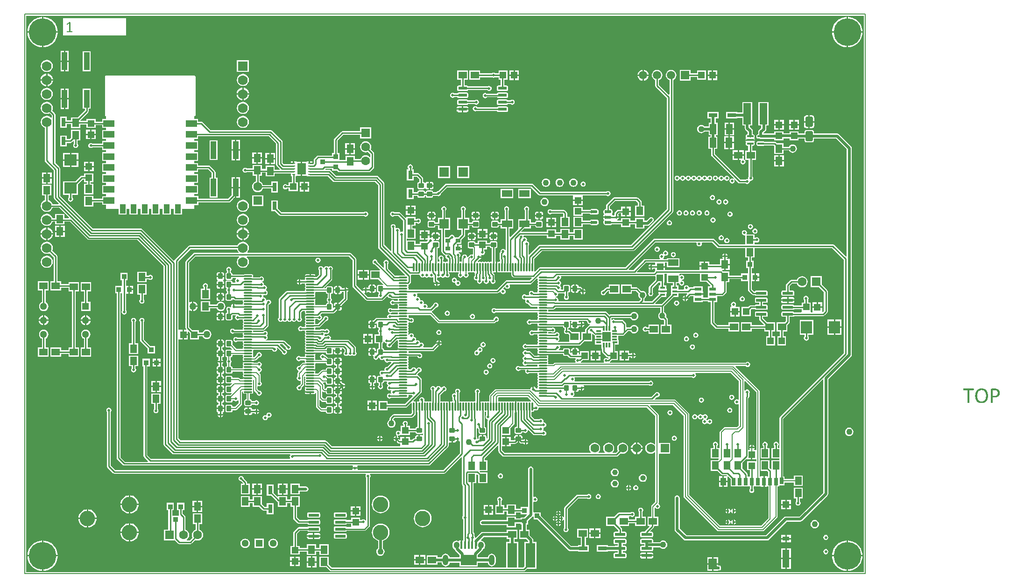
<source format=gtl>
G04*
G04 #@! TF.GenerationSoftware,Altium Limited,Altium Designer,19.0.15 (446)*
G04*
G04 Layer_Physical_Order=1*
G04 Layer_Color=255*
%FSLAX23Y23*%
%MOIN*%
G70*
G01*
G75*
%ADD10C,0.010*%
%ADD12C,0.005*%
%ADD15C,0.015*%
%ADD18R,0.072X0.047*%
%ADD19R,0.047X0.050*%
%ADD20R,0.039X0.126*%
%ADD21R,0.079X0.047*%
%ADD22R,0.043X0.067*%
%ADD23R,0.090X0.080*%
%ADD24R,0.050X0.060*%
%ADD25R,0.075X0.051*%
%ADD26R,0.063X0.031*%
%ADD27R,0.060X0.050*%
%ADD28R,0.071X0.177*%
%ADD29R,0.031X0.063*%
%ADD30R,0.050X0.047*%
G04:AMPARAMS|DCode=31|XSize=75mil|YSize=22mil|CornerRadius=3mil|HoleSize=0mil|Usage=FLASHONLY|Rotation=0.000|XOffset=0mil|YOffset=0mil|HoleType=Round|Shape=RoundedRectangle|*
%AMROUNDEDRECTD31*
21,1,0.075,0.017,0,0,0.0*
21,1,0.070,0.022,0,0,0.0*
1,1,0.006,0.035,-0.008*
1,1,0.006,-0.035,-0.008*
1,1,0.006,-0.035,0.008*
1,1,0.006,0.035,0.008*
%
%ADD31ROUNDEDRECTD31*%
%ADD32R,0.047X0.072*%
G04:AMPARAMS|DCode=33|XSize=71mil|YSize=52mil|CornerRadius=6mil|HoleSize=0mil|Usage=FLASHONLY|Rotation=90.000|XOffset=0mil|YOffset=0mil|HoleType=Round|Shape=RoundedRectangle|*
%AMROUNDEDRECTD33*
21,1,0.071,0.039,0,0,90.0*
21,1,0.058,0.052,0,0,90.0*
1,1,0.013,0.019,0.029*
1,1,0.013,0.019,-0.029*
1,1,0.013,-0.019,-0.029*
1,1,0.013,-0.019,0.029*
%
%ADD33ROUNDEDRECTD33*%
G04:AMPARAMS|DCode=34|XSize=48mil|YSize=23mil|CornerRadius=6mil|HoleSize=0mil|Usage=FLASHONLY|Rotation=180.000|XOffset=0mil|YOffset=0mil|HoleType=Round|Shape=RoundedRectangle|*
%AMROUNDEDRECTD34*
21,1,0.048,0.012,0,0,180.0*
21,1,0.036,0.023,0,0,180.0*
1,1,0.012,-0.018,0.006*
1,1,0.012,0.018,0.006*
1,1,0.012,0.018,-0.006*
1,1,0.012,-0.018,-0.006*
%
%ADD34ROUNDEDRECTD34*%
G04:AMPARAMS|DCode=35|XSize=59mil|YSize=11mil|CornerRadius=1mil|HoleSize=0mil|Usage=FLASHONLY|Rotation=270.000|XOffset=0mil|YOffset=0mil|HoleType=Round|Shape=RoundedRectangle|*
%AMROUNDEDRECTD35*
21,1,0.059,0.008,0,0,270.0*
21,1,0.056,0.011,0,0,270.0*
1,1,0.003,-0.004,-0.028*
1,1,0.003,-0.004,0.028*
1,1,0.003,0.004,0.028*
1,1,0.003,0.004,-0.028*
%
%ADD35ROUNDEDRECTD35*%
G04:AMPARAMS|DCode=36|XSize=59mil|YSize=11mil|CornerRadius=1mil|HoleSize=0mil|Usage=FLASHONLY|Rotation=0.000|XOffset=0mil|YOffset=0mil|HoleType=Round|Shape=RoundedRectangle|*
%AMROUNDEDRECTD36*
21,1,0.059,0.008,0,0,0.0*
21,1,0.056,0.011,0,0,0.0*
1,1,0.003,0.028,-0.004*
1,1,0.003,-0.028,-0.004*
1,1,0.003,-0.028,0.004*
1,1,0.003,0.028,0.004*
%
%ADD36ROUNDEDRECTD36*%
%ADD37R,0.037X0.016*%
G04:AMPARAMS|DCode=38|XSize=57mil|YSize=11mil|CornerRadius=1mil|HoleSize=0mil|Usage=FLASHONLY|Rotation=0.000|XOffset=0mil|YOffset=0mil|HoleType=Round|Shape=RoundedRectangle|*
%AMROUNDEDRECTD38*
21,1,0.057,0.008,0,0,0.0*
21,1,0.054,0.011,0,0,0.0*
1,1,0.003,0.027,-0.004*
1,1,0.003,-0.027,-0.004*
1,1,0.003,-0.027,0.004*
1,1,0.003,0.027,0.004*
%
%ADD38ROUNDEDRECTD38*%
%ADD39R,0.050X0.022*%
%ADD40R,0.035X0.031*%
G04:AMPARAMS|DCode=41|XSize=37mil|YSize=35mil|CornerRadius=4mil|HoleSize=0mil|Usage=FLASHONLY|Rotation=180.000|XOffset=0mil|YOffset=0mil|HoleType=Round|Shape=RoundedRectangle|*
%AMROUNDEDRECTD41*
21,1,0.037,0.027,0,0,180.0*
21,1,0.029,0.035,0,0,180.0*
1,1,0.008,-0.014,0.014*
1,1,0.008,0.014,0.014*
1,1,0.008,0.014,-0.014*
1,1,0.008,-0.014,-0.014*
%
%ADD41ROUNDEDRECTD41*%
%ADD42R,0.071X0.071*%
G04:AMPARAMS|DCode=43|XSize=37mil|YSize=35mil|CornerRadius=4mil|HoleSize=0mil|Usage=FLASHONLY|Rotation=90.000|XOffset=0mil|YOffset=0mil|HoleType=Round|Shape=RoundedRectangle|*
%AMROUNDEDRECTD43*
21,1,0.037,0.027,0,0,90.0*
21,1,0.029,0.035,0,0,90.0*
1,1,0.008,0.014,0.014*
1,1,0.008,0.014,-0.014*
1,1,0.008,-0.014,-0.014*
1,1,0.008,-0.014,0.014*
%
%ADD43ROUNDEDRECTD43*%
%ADD44R,0.114X0.075*%
%ADD45R,0.016X0.053*%
%ADD46R,0.037X0.035*%
%ADD47R,0.037X0.035*%
%ADD48R,0.035X0.037*%
%ADD49R,0.035X0.037*%
%ADD50R,0.039X0.055*%
%ADD51R,0.028X0.055*%
%ADD52R,0.047X0.126*%
%ADD53R,0.047X0.047*%
%ADD54R,0.047X0.031*%
%ADD55R,0.028X0.047*%
%ADD56R,0.080X0.090*%
G04:AMPARAMS|DCode=57|XSize=47mil|YSize=16mil|CornerRadius=4mil|HoleSize=0mil|Usage=FLASHONLY|Rotation=0.000|XOffset=0mil|YOffset=0mil|HoleType=Round|Shape=RoundedRectangle|*
%AMROUNDEDRECTD57*
21,1,0.047,0.008,0,0,0.0*
21,1,0.039,0.016,0,0,0.0*
1,1,0.008,0.019,-0.004*
1,1,0.008,-0.019,-0.004*
1,1,0.008,-0.019,0.004*
1,1,0.008,0.019,0.004*
%
%ADD57ROUNDEDRECTD57*%
%ADD58R,0.057X0.153*%
G04:AMPARAMS|DCode=59|XSize=63mil|YSize=23mil|CornerRadius=3mil|HoleSize=0mil|Usage=FLASHONLY|Rotation=0.000|XOffset=0mil|YOffset=0mil|HoleType=Round|Shape=RoundedRectangle|*
%AMROUNDEDRECTD59*
21,1,0.063,0.017,0,0,0.0*
21,1,0.058,0.023,0,0,0.0*
1,1,0.006,0.029,-0.009*
1,1,0.006,-0.029,-0.009*
1,1,0.006,-0.029,0.009*
1,1,0.006,0.029,0.009*
%
%ADD59ROUNDEDRECTD59*%
%ADD60R,0.022X0.009*%
%ADD87R,0.035X0.014*%
%ADD88R,0.014X0.035*%
%ADD95R,0.059X0.075*%
%ADD117C,0.015*%
%ADD128R,0.063X0.079*%
%ADD129C,0.008*%
%ADD130C,0.020*%
%ADD131C,0.006*%
%ADD132C,0.009*%
%ADD133C,0.008*%
%ADD134C,0.043*%
%ADD135C,0.110*%
%ADD136C,0.051*%
%ADD137R,0.051X0.051*%
%ADD138R,0.063X0.063*%
%ADD139C,0.063*%
%ADD140C,0.039*%
%ADD141O,0.039X0.039*%
%ADD142C,0.050*%
%ADD143O,0.039X0.075*%
%ADD144O,0.041X0.049*%
%ADD145R,0.059X0.059*%
%ADD146C,0.059*%
%ADD147R,0.063X0.063*%
%ADD148C,0.070*%
%ADD149R,0.070X0.070*%
%ADD150C,0.197*%
%ADD151C,0.020*%
G36*
X5989Y11D02*
X11D01*
Y3989D01*
X5989D01*
Y11D01*
D02*
G37*
G36*
X6929Y1323D02*
X6931Y1323D01*
X6932D01*
X6932Y1323D01*
X6933Y1322D01*
X6934Y1322D01*
X6935Y1322D01*
X6938Y1321D01*
X6938D01*
X6939Y1321D01*
X6940Y1321D01*
X6941Y1321D01*
X6942Y1320D01*
X6944Y1320D01*
X6947Y1318D01*
X6947Y1318D01*
X6947Y1318D01*
X6948Y1317D01*
X6949Y1317D01*
X6952Y1315D01*
X6954Y1312D01*
X6954Y1312D01*
X6955Y1311D01*
X6955Y1311D01*
X6956Y1310D01*
X6957Y1308D01*
X6957Y1307D01*
X6959Y1304D01*
Y1303D01*
X6959Y1303D01*
X6959Y1302D01*
X6960Y1301D01*
X6960Y1299D01*
X6960Y1297D01*
X6960Y1293D01*
Y1293D01*
Y1292D01*
X6960Y1290D01*
X6960Y1289D01*
X6960Y1286D01*
X6959Y1284D01*
X6959Y1282D01*
X6958Y1279D01*
X6958Y1279D01*
X6957Y1278D01*
X6957Y1277D01*
X6956Y1276D01*
X6955Y1274D01*
X6954Y1272D01*
X6952Y1270D01*
X6951Y1269D01*
X6950Y1269D01*
X6950Y1268D01*
X6949Y1267D01*
X6947Y1266D01*
X6946Y1265D01*
X6944Y1264D01*
X6941Y1263D01*
X6939Y1262D01*
X6938D01*
X6938Y1262D01*
X6936Y1261D01*
X6934Y1261D01*
X6932Y1261D01*
X6929Y1260D01*
X6926Y1260D01*
X6923Y1260D01*
X6911D01*
Y1223D01*
Y1223D01*
X6911Y1222D01*
X6910Y1222D01*
X6910Y1222D01*
X6910Y1221D01*
X6909D01*
X6909Y1221D01*
X6908D01*
X6908Y1221D01*
X6907D01*
X6907Y1221D01*
X6906Y1221D01*
X6903D01*
X6902Y1221D01*
X6901Y1221D01*
X6901D01*
X6900Y1221D01*
X6899Y1221D01*
X6899D01*
X6899Y1222D01*
X6898Y1222D01*
Y1222D01*
Y1222D01*
X6898Y1223D01*
Y1317D01*
Y1317D01*
Y1318D01*
X6898Y1319D01*
X6898Y1320D01*
X6899Y1322D01*
X6900Y1322D01*
X6900Y1322D01*
X6902Y1323D01*
X6903Y1323D01*
X6927D01*
X6929Y1323D01*
D02*
G37*
G36*
X6775Y1323D02*
X6775D01*
X6775Y1323D01*
X6775Y1322D01*
Y1321D01*
X6776Y1321D01*
X6776Y1321D01*
X6776Y1320D01*
Y1320D01*
X6776Y1319D01*
Y1318D01*
Y1317D01*
Y1317D01*
Y1316D01*
Y1315D01*
X6776Y1315D01*
Y1314D01*
X6776Y1314D01*
X6775Y1313D01*
X6775Y1312D01*
X6775Y1312D01*
X6774D01*
X6773Y1312D01*
X6745D01*
Y1223D01*
Y1223D01*
X6744Y1222D01*
X6744Y1222D01*
X6744Y1222D01*
X6743Y1221D01*
X6743D01*
X6743Y1221D01*
X6742D01*
X6741Y1221D01*
X6741D01*
X6740Y1221D01*
X6739Y1221D01*
X6737D01*
X6736Y1221D01*
X6735Y1221D01*
X6735D01*
X6734Y1221D01*
X6733Y1221D01*
X6732D01*
X6732Y1222D01*
X6732Y1222D01*
Y1222D01*
Y1222D01*
X6731Y1223D01*
Y1312D01*
X6702D01*
X6701Y1312D01*
X6701Y1312D01*
X6701Y1313D01*
Y1313D01*
X6700Y1313D01*
Y1314D01*
X6700Y1315D01*
Y1315D01*
Y1315D01*
X6700Y1316D01*
Y1317D01*
Y1317D01*
Y1318D01*
Y1319D01*
X6700Y1320D01*
Y1320D01*
X6700Y1321D01*
X6701Y1322D01*
Y1322D01*
X6701Y1322D01*
X6701Y1323D01*
X6702D01*
X6702Y1323D01*
X6703Y1323D01*
X6774D01*
X6775Y1323D01*
D02*
G37*
G36*
X6836Y1324D02*
X6838Y1324D01*
X6842Y1324D01*
X6845Y1323D01*
X6848Y1322D01*
X6851Y1321D01*
X6852D01*
X6852Y1321D01*
X6853Y1321D01*
X6854Y1320D01*
X6856Y1319D01*
X6859Y1317D01*
X6861Y1315D01*
X6863Y1313D01*
X6865Y1311D01*
X6865Y1311D01*
X6866Y1310D01*
X6867Y1309D01*
X6868Y1307D01*
X6870Y1304D01*
X6871Y1302D01*
X6873Y1299D01*
X6874Y1295D01*
Y1295D01*
X6874Y1295D01*
Y1294D01*
X6874Y1293D01*
X6874Y1293D01*
X6875Y1291D01*
X6875Y1289D01*
X6875Y1286D01*
X6876Y1282D01*
X6876Y1278D01*
X6876Y1273D01*
Y1273D01*
Y1273D01*
Y1272D01*
Y1271D01*
Y1270D01*
X6876Y1269D01*
X6876Y1266D01*
X6876Y1262D01*
X6875Y1259D01*
X6874Y1255D01*
X6873Y1251D01*
Y1251D01*
X6873Y1251D01*
X6873Y1250D01*
X6873Y1249D01*
X6872Y1247D01*
X6871Y1245D01*
X6870Y1243D01*
X6869Y1240D01*
X6867Y1237D01*
X6865Y1234D01*
X6865Y1234D01*
X6864Y1233D01*
X6862Y1232D01*
X6861Y1230D01*
X6859Y1229D01*
X6856Y1227D01*
X6853Y1225D01*
X6850Y1223D01*
X6850D01*
X6850Y1223D01*
X6849Y1223D01*
X6849Y1223D01*
X6847Y1222D01*
X6844Y1222D01*
X6841Y1221D01*
X6838Y1220D01*
X6834Y1220D01*
X6830Y1220D01*
X6828D01*
X6827Y1220D01*
X6826D01*
X6823Y1220D01*
X6820Y1221D01*
X6816Y1221D01*
X6813Y1222D01*
X6810Y1223D01*
X6810Y1223D01*
X6808Y1224D01*
X6807Y1225D01*
X6805Y1226D01*
X6803Y1227D01*
X6801Y1229D01*
X6798Y1231D01*
X6796Y1233D01*
X6796Y1233D01*
X6795Y1234D01*
X6794Y1236D01*
X6793Y1238D01*
X6792Y1240D01*
X6790Y1243D01*
X6789Y1246D01*
X6788Y1249D01*
Y1250D01*
X6788Y1250D01*
Y1250D01*
X6787Y1251D01*
X6787Y1252D01*
X6787Y1253D01*
X6787Y1256D01*
X6786Y1259D01*
X6786Y1263D01*
X6785Y1267D01*
X6785Y1272D01*
Y1272D01*
Y1272D01*
Y1273D01*
Y1274D01*
Y1275D01*
X6785Y1276D01*
X6786Y1279D01*
X6786Y1282D01*
X6786Y1286D01*
X6787Y1290D01*
X6788Y1293D01*
Y1294D01*
X6788Y1294D01*
X6788Y1294D01*
X6789Y1295D01*
X6789Y1297D01*
X6790Y1299D01*
X6791Y1302D01*
X6793Y1305D01*
X6795Y1307D01*
X6797Y1310D01*
X6797Y1310D01*
X6798Y1311D01*
X6799Y1312D01*
X6801Y1314D01*
X6803Y1316D01*
X6805Y1317D01*
X6808Y1319D01*
X6811Y1321D01*
X6812D01*
X6812Y1321D01*
X6812Y1321D01*
X6813Y1321D01*
X6815Y1322D01*
X6817Y1323D01*
X6820Y1323D01*
X6824Y1324D01*
X6828Y1324D01*
X6832Y1325D01*
X6834D01*
X6836Y1324D01*
D02*
G37*
%LPC*%
G36*
X5877Y3980D02*
Y3877D01*
X5980D01*
X5979Y3889D01*
X5975Y3906D01*
X5969Y3921D01*
X5960Y3936D01*
X5949Y3949D01*
X5936Y3960D01*
X5921Y3969D01*
X5906Y3975D01*
X5889Y3979D01*
X5877Y3980D01*
D02*
G37*
G36*
X5867D02*
X5855Y3979D01*
X5838Y3975D01*
X5823Y3969D01*
X5808Y3960D01*
X5795Y3949D01*
X5784Y3936D01*
X5775Y3921D01*
X5769Y3906D01*
X5765Y3889D01*
X5764Y3877D01*
X5867D01*
Y3980D01*
D02*
G37*
G36*
X133D02*
Y3877D01*
X236D01*
X235Y3889D01*
X231Y3906D01*
X225Y3921D01*
X216Y3936D01*
X205Y3949D01*
X192Y3960D01*
X177Y3969D01*
X162Y3975D01*
X145Y3979D01*
X133Y3980D01*
D02*
G37*
G36*
X123D02*
X111Y3979D01*
X94Y3975D01*
X79Y3969D01*
X64Y3960D01*
X51Y3949D01*
X40Y3936D01*
X31Y3921D01*
X25Y3906D01*
X21Y3889D01*
X20Y3877D01*
X123D01*
Y3980D01*
D02*
G37*
G36*
X725Y3971D02*
X274D01*
Y3846D01*
X725D01*
Y3971D01*
D02*
G37*
G36*
X5980Y3867D02*
X5877D01*
Y3764D01*
X5889Y3765D01*
X5906Y3769D01*
X5921Y3775D01*
X5936Y3784D01*
X5949Y3795D01*
X5960Y3808D01*
X5969Y3823D01*
X5975Y3838D01*
X5979Y3855D01*
X5980Y3867D01*
D02*
G37*
G36*
X5867D02*
X5764D01*
X5765Y3855D01*
X5769Y3838D01*
X5775Y3823D01*
X5784Y3808D01*
X5795Y3795D01*
X5808Y3784D01*
X5823Y3775D01*
X5838Y3769D01*
X5855Y3765D01*
X5867Y3764D01*
Y3867D01*
D02*
G37*
G36*
X236D02*
X133D01*
Y3764D01*
X145Y3765D01*
X162Y3769D01*
X177Y3775D01*
X192Y3784D01*
X205Y3795D01*
X216Y3808D01*
X225Y3823D01*
X231Y3838D01*
X235Y3855D01*
X236Y3867D01*
D02*
G37*
G36*
X123D02*
X20D01*
X21Y3855D01*
X25Y3838D01*
X31Y3823D01*
X40Y3808D01*
X51Y3795D01*
X64Y3784D01*
X79Y3775D01*
X94Y3769D01*
X111Y3765D01*
X123Y3764D01*
Y3867D01*
D02*
G37*
G36*
X315Y3736D02*
X290D01*
Y3668D01*
X315D01*
Y3736D01*
D02*
G37*
G36*
X280D02*
X256D01*
Y3668D01*
X280D01*
Y3736D01*
D02*
G37*
G36*
X471Y3734D02*
X415D01*
Y3592D01*
X471D01*
Y3734D01*
D02*
G37*
G36*
X315Y3658D02*
X290D01*
Y3590D01*
X315D01*
Y3658D01*
D02*
G37*
G36*
X280D02*
X256D01*
Y3590D01*
X280D01*
Y3658D01*
D02*
G37*
G36*
X1600Y3672D02*
X1514D01*
Y3586D01*
X1600D01*
Y3672D01*
D02*
G37*
G36*
X157Y3673D02*
X146Y3671D01*
X136Y3667D01*
X127Y3660D01*
X120Y3651D01*
X116Y3640D01*
X114Y3629D01*
X116Y3618D01*
X120Y3608D01*
X127Y3599D01*
X136Y3592D01*
X146Y3587D01*
X157Y3586D01*
X169Y3587D01*
X179Y3592D01*
X188Y3599D01*
X195Y3608D01*
X199Y3618D01*
X201Y3629D01*
X199Y3640D01*
X195Y3651D01*
X188Y3660D01*
X179Y3667D01*
X169Y3671D01*
X157Y3673D01*
D02*
G37*
G36*
X3447Y3596D02*
X3383D01*
Y3576D01*
X3360D01*
X3355Y3580D01*
X3348Y3581D01*
X3341Y3580D01*
X3335Y3576D01*
X3251D01*
Y3596D01*
X3175D01*
Y3530D01*
X3251D01*
Y3549D01*
X3335D01*
X3341Y3546D01*
X3348Y3544D01*
X3355Y3546D01*
X3360Y3549D01*
X3383D01*
Y3530D01*
X3396D01*
Y3490D01*
X3381D01*
X3377Y3489D01*
X3373Y3487D01*
X3371Y3483D01*
X3370Y3479D01*
Y3462D01*
X3371Y3458D01*
X3373Y3454D01*
X3377Y3452D01*
X3381Y3451D01*
X3438D01*
X3443Y3452D01*
X3446Y3454D01*
X3449Y3458D01*
X3450Y3462D01*
Y3479D01*
X3449Y3483D01*
X3446Y3487D01*
X3443Y3489D01*
X3438Y3490D01*
X3423D01*
Y3530D01*
X3447D01*
Y3596D01*
D02*
G37*
G36*
X4420Y3602D02*
Y3568D01*
X4454D01*
X4453Y3573D01*
X4449Y3583D01*
X4443Y3591D01*
X4435Y3598D01*
X4425Y3602D01*
X4420Y3602D01*
D02*
G37*
G36*
X4410Y3602D02*
X4404Y3602D01*
X4395Y3598D01*
X4386Y3591D01*
X4380Y3583D01*
X4376Y3573D01*
X4375Y3568D01*
X4410D01*
Y3602D01*
D02*
G37*
G36*
X3528Y3598D02*
X3499D01*
Y3568D01*
X3528D01*
Y3598D01*
D02*
G37*
G36*
X3489D02*
X3461D01*
Y3568D01*
X3489D01*
Y3598D01*
D02*
G37*
G36*
X4943Y3598D02*
X4915D01*
Y3568D01*
X4943D01*
Y3598D01*
D02*
G37*
G36*
X4905D02*
X4876D01*
Y3568D01*
X4905D01*
Y3598D01*
D02*
G37*
G36*
X162Y3574D02*
Y3534D01*
X202D01*
X201Y3541D01*
X197Y3552D01*
X190Y3561D01*
X180Y3569D01*
X169Y3573D01*
X162Y3574D01*
D02*
G37*
G36*
X152D02*
X146Y3573D01*
X135Y3569D01*
X125Y3561D01*
X118Y3552D01*
X114Y3541D01*
X113Y3534D01*
X152D01*
Y3574D01*
D02*
G37*
G36*
X4752Y3601D02*
X4677D01*
Y3525D01*
X4752D01*
Y3550D01*
X4799D01*
Y3530D01*
X4862D01*
Y3596D01*
X4799D01*
Y3576D01*
X4752D01*
Y3601D01*
D02*
G37*
G36*
X3528Y3558D02*
X3499D01*
Y3528D01*
X3528D01*
Y3558D01*
D02*
G37*
G36*
X3489D02*
X3461D01*
Y3528D01*
X3489D01*
Y3558D01*
D02*
G37*
G36*
X4943Y3558D02*
X4915D01*
Y3528D01*
X4943D01*
Y3558D01*
D02*
G37*
G36*
X4905D02*
X4876D01*
Y3528D01*
X4905D01*
Y3558D01*
D02*
G37*
G36*
X4410Y3558D02*
X4375D01*
X4376Y3553D01*
X4380Y3543D01*
X4386Y3535D01*
X4395Y3528D01*
X4404Y3524D01*
X4410Y3524D01*
Y3558D01*
D02*
G37*
G36*
X4454D02*
X4420D01*
Y3524D01*
X4425Y3524D01*
X4435Y3528D01*
X4443Y3535D01*
X4449Y3543D01*
X4453Y3553D01*
X4454Y3558D01*
D02*
G37*
G36*
X1557Y3573D02*
X1546Y3571D01*
X1536Y3567D01*
X1527Y3560D01*
X1520Y3551D01*
X1516Y3540D01*
X1514Y3529D01*
X1516Y3518D01*
X1520Y3508D01*
X1527Y3499D01*
X1536Y3492D01*
X1546Y3487D01*
X1557Y3486D01*
X1569Y3487D01*
X1579Y3492D01*
X1588Y3499D01*
X1595Y3508D01*
X1599Y3518D01*
X1601Y3529D01*
X1599Y3540D01*
X1595Y3551D01*
X1588Y3560D01*
X1579Y3567D01*
X1569Y3571D01*
X1557Y3573D01*
D02*
G37*
G36*
X202Y3524D02*
X162D01*
Y3484D01*
X169Y3485D01*
X180Y3490D01*
X190Y3497D01*
X197Y3507D01*
X201Y3517D01*
X202Y3524D01*
D02*
G37*
G36*
X152D02*
X113D01*
X114Y3517D01*
X118Y3507D01*
X125Y3497D01*
X135Y3490D01*
X146Y3485D01*
X152Y3484D01*
Y3524D01*
D02*
G37*
G36*
X3164Y3596D02*
X3088D01*
Y3530D01*
X3113D01*
Y3490D01*
X3097D01*
X3093Y3489D01*
X3089Y3487D01*
X3087Y3483D01*
X3086Y3479D01*
Y3462D01*
X3087Y3458D01*
X3089Y3454D01*
X3093Y3452D01*
X3097Y3451D01*
X3155D01*
X3159Y3452D01*
X3162Y3454D01*
X3164Y3456D01*
X3301D01*
X3302Y3456D01*
X3308Y3452D01*
X3315Y3450D01*
X3322Y3452D01*
X3328Y3456D01*
X3332Y3461D01*
X3333Y3469D01*
X3332Y3476D01*
X3328Y3481D01*
X3322Y3485D01*
X3315Y3487D01*
X3308Y3485D01*
X3304Y3483D01*
X3165D01*
X3165Y3483D01*
X3162Y3487D01*
X3159Y3489D01*
X3155Y3490D01*
X3139D01*
Y3530D01*
X3164D01*
Y3596D01*
D02*
G37*
G36*
X1562Y3474D02*
Y3434D01*
X1602D01*
X1601Y3441D01*
X1597Y3452D01*
X1590Y3461D01*
X1580Y3469D01*
X1569Y3473D01*
X1562Y3474D01*
D02*
G37*
G36*
X1552D02*
X1546Y3473D01*
X1535Y3469D01*
X1525Y3461D01*
X1518Y3452D01*
X1514Y3441D01*
X1513Y3434D01*
X1552D01*
Y3474D01*
D02*
G37*
G36*
X3155Y3440D02*
X3097D01*
X3093Y3439D01*
X3089Y3437D01*
X3087Y3434D01*
X3068D01*
X3062Y3438D01*
X3055Y3439D01*
X3048Y3438D01*
X3042Y3434D01*
X3038Y3428D01*
X3037Y3421D01*
X3038Y3414D01*
X3042Y3408D01*
X3048Y3404D01*
X3055Y3402D01*
X3062Y3404D01*
X3068Y3407D01*
X3087D01*
X3089Y3404D01*
X3093Y3402D01*
X3097Y3401D01*
X3155D01*
X3159Y3402D01*
X3162Y3404D01*
X3165Y3408D01*
X3166Y3412D01*
Y3429D01*
X3165Y3433D01*
X3162Y3437D01*
X3159Y3439D01*
X3155Y3440D01*
D02*
G37*
G36*
X3438D02*
X3381D01*
X3377Y3439D01*
X3373Y3437D01*
X3371Y3433D01*
X3370Y3432D01*
X3297D01*
X3294Y3434D01*
X3287Y3436D01*
X3280Y3434D01*
X3274Y3430D01*
X3270Y3424D01*
X3269Y3417D01*
X3270Y3410D01*
X3274Y3404D01*
X3280Y3400D01*
X3287Y3399D01*
X3294Y3400D01*
X3300Y3404D01*
X3301Y3406D01*
X3372D01*
X3373Y3404D01*
X3377Y3402D01*
X3381Y3401D01*
X3438D01*
X3443Y3402D01*
X3446Y3404D01*
X3449Y3408D01*
X3450Y3412D01*
Y3429D01*
X3449Y3433D01*
X3446Y3437D01*
X3443Y3439D01*
X3438Y3440D01*
D02*
G37*
G36*
X4615Y3601D02*
X4605Y3600D01*
X4596Y3596D01*
X4588Y3590D01*
X4582Y3582D01*
X4578Y3573D01*
X4577Y3563D01*
X4578Y3553D01*
X4582Y3544D01*
X4588Y3536D01*
X4596Y3530D01*
X4603Y3527D01*
Y3426D01*
X4598Y3424D01*
X4528Y3495D01*
Y3528D01*
X4533Y3530D01*
X4541Y3536D01*
X4547Y3544D01*
X4551Y3553D01*
X4552Y3563D01*
X4551Y3573D01*
X4547Y3582D01*
X4541Y3590D01*
X4533Y3596D01*
X4524Y3600D01*
X4515Y3601D01*
X4505Y3600D01*
X4496Y3596D01*
X4488Y3590D01*
X4482Y3582D01*
X4478Y3573D01*
X4477Y3563D01*
X4478Y3553D01*
X4482Y3544D01*
X4488Y3536D01*
X4496Y3530D01*
X4501Y3528D01*
Y3489D01*
X4502Y3484D01*
X4505Y3480D01*
X4583Y3402D01*
Y2607D01*
X4328Y2351D01*
X3678D01*
X3673Y2350D01*
X3669Y2347D01*
X3601Y2280D01*
X3597Y2282D01*
Y2347D01*
X3600Y2351D01*
X3601Y2358D01*
X3600Y2365D01*
X3596Y2371D01*
X3590Y2375D01*
X3588Y2376D01*
X3584Y2380D01*
X3586Y2387D01*
X3584Y2394D01*
X3580Y2400D01*
X3575Y2404D01*
X3568Y2405D01*
X3565Y2405D01*
X3560Y2407D01*
X3559Y2409D01*
X3559Y2411D01*
X3562Y2416D01*
X3727D01*
Y2399D01*
X3793D01*
Y2413D01*
X3825D01*
Y2389D01*
X3891D01*
Y2413D01*
X3916D01*
Y2389D01*
X3982D01*
Y2465D01*
X3916D01*
Y2440D01*
X3891D01*
Y2465D01*
X3825D01*
Y2440D01*
X3793D01*
Y2462D01*
X3727D01*
Y2443D01*
X3545D01*
X3543Y2448D01*
X3562Y2466D01*
X3614D01*
Y2486D01*
X3645D01*
Y2486D01*
X3646Y2481D01*
X3648Y2477D01*
X3652Y2474D01*
X3657Y2473D01*
X3686D01*
X3690Y2474D01*
X3694Y2477D01*
X3697Y2481D01*
X3698Y2486D01*
Y2513D01*
X3697Y2518D01*
X3694Y2521D01*
X3690Y2524D01*
X3686Y2525D01*
X3657D01*
X3652Y2524D01*
X3648Y2521D01*
X3646Y2518D01*
X3645Y2513D01*
Y2512D01*
X3614D01*
Y2534D01*
X3596D01*
Y2596D01*
X3600Y2601D01*
X3601Y2608D01*
X3600Y2615D01*
X3596Y2621D01*
X3590Y2625D01*
X3583Y2627D01*
X3576Y2625D01*
X3570Y2621D01*
X3566Y2615D01*
X3564Y2608D01*
X3566Y2601D01*
X3569Y2596D01*
Y2534D01*
X3523D01*
Y2466D01*
X3523Y2466D01*
X3523D01*
X3520Y2462D01*
X3466Y2408D01*
X3461Y2410D01*
Y2466D01*
X3488D01*
Y2534D01*
X3453D01*
Y2596D01*
X3457Y2601D01*
X3458Y2608D01*
X3457Y2615D01*
X3453Y2621D01*
X3447Y2625D01*
X3440Y2627D01*
X3433Y2625D01*
X3427Y2621D01*
X3423Y2615D01*
X3422Y2608D01*
X3423Y2601D01*
X3427Y2596D01*
Y2534D01*
X3397D01*
Y2512D01*
X3383D01*
Y2513D01*
X3382Y2518D01*
X3379Y2521D01*
X3375Y2524D01*
X3371Y2525D01*
X3342D01*
X3337Y2524D01*
X3333Y2521D01*
X3331Y2518D01*
X3330Y2513D01*
Y2486D01*
X3331Y2481D01*
X3333Y2477D01*
X3337Y2474D01*
X3342Y2473D01*
X3371D01*
X3375Y2474D01*
X3379Y2477D01*
X3382Y2481D01*
X3383Y2486D01*
Y2486D01*
X3397D01*
Y2466D01*
X3435D01*
Y2315D01*
X3430Y2314D01*
X3428Y2316D01*
X3422Y2320D01*
X3415Y2322D01*
X3408Y2320D01*
X3402Y2316D01*
X3398Y2310D01*
X3397Y2303D01*
X3397Y2301D01*
X3393Y2297D01*
X3390Y2292D01*
X3389Y2287D01*
Y2251D01*
X3390Y2246D01*
X3393Y2242D01*
X3393Y2241D01*
Y2232D01*
X3391Y2230D01*
X3383D01*
X3379Y2229D01*
X3379Y2229D01*
X3376Y2231D01*
X3372Y2232D01*
Y2192D01*
Y2153D01*
X3376Y2153D01*
X3379Y2156D01*
X3379Y2155D01*
X3383Y2155D01*
X3391D01*
X3395Y2155D01*
X3397Y2157D01*
X3399Y2155D01*
X3403Y2155D01*
X3411D01*
X3414Y2155D01*
X3417Y2157D01*
X3419Y2155D01*
X3422Y2155D01*
X3431D01*
X3434Y2155D01*
X3436Y2157D01*
X3438Y2155D01*
X3442Y2155D01*
X3450D01*
X3454Y2155D01*
X3456Y2157D01*
X3458Y2155D01*
X3462Y2155D01*
X3470D01*
X3472Y2153D01*
Y2138D01*
X3473Y2133D01*
X3476Y2129D01*
X3485Y2120D01*
X3489Y2117D01*
X3494Y2116D01*
X3617D01*
X3619Y2111D01*
X3604Y2096D01*
X3440D01*
X3435Y2095D01*
X3431Y2092D01*
X3370Y2031D01*
X2741D01*
X2739Y2034D01*
Y2042D01*
X2738Y2046D01*
X2737Y2048D01*
X2738Y2050D01*
X2739Y2053D01*
Y2062D01*
X2738Y2065D01*
X2739Y2065D01*
X2744Y2068D01*
X2753Y2077D01*
X2756Y2082D01*
X2757Y2087D01*
Y2127D01*
X2756Y2132D01*
X2756Y2132D01*
X2759Y2137D01*
X2810D01*
X2815Y2138D01*
X2816Y2138D01*
X2821Y2135D01*
X2820Y2134D01*
X2822Y2127D01*
X2826Y2121D01*
X2832Y2117D01*
X2839Y2116D01*
X2846Y2117D01*
X2851Y2121D01*
X2853Y2121D01*
X2857D01*
X2858Y2120D01*
X2863Y2116D01*
X2871Y2115D01*
X2878Y2116D01*
X2883Y2120D01*
X2885Y2121D01*
X2889D01*
X2895Y2117D01*
X2902Y2116D01*
X2909Y2117D01*
X2911Y2118D01*
X2916Y2116D01*
Y2093D01*
X2917Y2088D01*
X2920Y2084D01*
X2922Y2082D01*
X2962D01*
X2962Y2085D01*
X2957Y2091D01*
X2951Y2096D01*
X2944Y2097D01*
X2942Y2099D01*
Y2114D01*
X2947Y2117D01*
X2953Y2116D01*
X2960Y2117D01*
X2965Y2121D01*
X2967Y2121D01*
X2971D01*
X2972Y2120D01*
X2978Y2116D01*
X2985Y2114D01*
X2992Y2116D01*
X2998Y2120D01*
X2998Y2120D01*
X3004Y2120D01*
X3009Y2117D01*
X3016Y2116D01*
X3023Y2117D01*
X3029Y2121D01*
X3033Y2127D01*
X3034Y2134D01*
X3033Y2141D01*
X3029Y2147D01*
X3027Y2148D01*
Y2153D01*
X3029Y2155D01*
X3037D01*
X3040Y2155D01*
X3043Y2157D01*
X3045Y2155D01*
X3048Y2155D01*
X3056D01*
X3060Y2155D01*
X3062Y2157D01*
X3064Y2155D01*
X3068Y2155D01*
X3076D01*
X3080Y2155D01*
X3082Y2157D01*
X3084Y2155D01*
X3088Y2155D01*
X3096D01*
X3099Y2152D01*
Y2146D01*
X3098Y2146D01*
X3094Y2140D01*
X3093Y2133D01*
X3094Y2126D01*
X3098Y2120D01*
X3104Y2116D01*
X3111Y2114D01*
X3118Y2116D01*
X3124Y2120D01*
X3128Y2126D01*
X3129Y2127D01*
X3134D01*
X3134Y2126D01*
X3138Y2120D01*
X3144Y2116D01*
X3151Y2114D01*
X3158Y2116D01*
X3164Y2120D01*
X3168Y2126D01*
X3169Y2133D01*
X3168Y2140D01*
X3164Y2146D01*
X3163Y2146D01*
Y2152D01*
X3166Y2155D01*
X3175D01*
X3178Y2155D01*
X3180Y2157D01*
X3182Y2155D01*
X3186Y2155D01*
X3194D01*
X3198Y2155D01*
X3198Y2156D01*
X3201Y2153D01*
X3206Y2153D01*
X3209D01*
X3210Y2151D01*
X3212Y2148D01*
X3212Y2144D01*
Y2127D01*
X3211Y2127D01*
X3207Y2121D01*
X3206Y2114D01*
X3207Y2107D01*
X3211Y2101D01*
X3217Y2097D01*
X3224Y2096D01*
X3227Y2096D01*
X3230Y2093D01*
X3230Y2091D01*
X3231Y2084D01*
X3235Y2078D01*
X3241Y2074D01*
X3248Y2072D01*
X3255Y2074D01*
X3261Y2078D01*
X3265Y2084D01*
X3266Y2091D01*
X3266Y2093D01*
X3269Y2096D01*
X3272Y2096D01*
X3274Y2096D01*
X3277Y2093D01*
X3277Y2091D01*
X3278Y2084D01*
X3282Y2078D01*
X3288Y2074D01*
X3295Y2072D01*
X3302Y2074D01*
X3308Y2078D01*
X3312Y2084D01*
X3314Y2091D01*
X3313Y2093D01*
X3317Y2096D01*
X3319Y2096D01*
X3321Y2096D01*
X3325Y2093D01*
X3324Y2091D01*
X3326Y2084D01*
X3330Y2078D01*
X3335Y2074D01*
X3343Y2072D01*
X3350Y2074D01*
X3355Y2078D01*
X3359Y2084D01*
X3361Y2091D01*
X3359Y2098D01*
X3355Y2104D01*
X3355Y2104D01*
Y2133D01*
X3354Y2138D01*
X3352Y2142D01*
X3344Y2150D01*
X3346Y2155D01*
X3352D01*
X3355Y2155D01*
X3356Y2156D01*
X3359Y2153D01*
X3362Y2153D01*
Y2192D01*
Y2232D01*
X3361Y2234D01*
Y2326D01*
X3361D01*
X3366Y2327D01*
X3369Y2329D01*
X3372Y2333D01*
X3373Y2338D01*
Y2365D01*
X3372Y2370D01*
X3369Y2374D01*
X3366Y2376D01*
X3361Y2377D01*
X3332D01*
X3327Y2376D01*
X3323Y2374D01*
X3321Y2370D01*
X3320Y2365D01*
Y2365D01*
X3301D01*
Y2382D01*
X3235D01*
Y2364D01*
X3217D01*
Y2364D01*
X3216Y2369D01*
X3214Y2373D01*
X3210Y2375D01*
X3205Y2376D01*
X3176D01*
X3172Y2375D01*
X3168Y2373D01*
X3165Y2369D01*
X3164Y2364D01*
Y2337D01*
X3165Y2332D01*
X3168Y2328D01*
X3172Y2326D01*
X3176Y2325D01*
X3199D01*
Y2284D01*
X3194Y2281D01*
X3189Y2282D01*
X3182Y2281D01*
X3176Y2277D01*
X3174Y2273D01*
X3170Y2271D01*
X3163Y2264D01*
X3162Y2264D01*
X3159Y2265D01*
X3158Y2265D01*
X3157Y2271D01*
X3153Y2277D01*
X3147Y2281D01*
X3140Y2282D01*
X3133Y2281D01*
X3127Y2277D01*
X3123Y2271D01*
X3121Y2264D01*
X3122Y2260D01*
X3120Y2257D01*
X3119Y2252D01*
Y2232D01*
X3116Y2230D01*
X3107D01*
X3105Y2232D01*
Y2263D01*
X3109Y2269D01*
X3110Y2276D01*
X3109Y2283D01*
X3105Y2289D01*
X3099Y2293D01*
X3096Y2293D01*
X3097Y2298D01*
X3119D01*
Y2319D01*
X3092D01*
Y2324D01*
X3087D01*
Y2350D01*
X3085D01*
X3083Y2354D01*
X3085Y2357D01*
X3117D01*
Y2388D01*
X3140Y2411D01*
X3143Y2415D01*
X3144Y2420D01*
Y2457D01*
X3175D01*
Y2486D01*
X3192D01*
Y2486D01*
X3193Y2481D01*
X3196Y2477D01*
X3199Y2474D01*
X3204Y2473D01*
X3233D01*
X3238Y2474D01*
X3242Y2477D01*
X3244Y2481D01*
X3245Y2486D01*
Y2513D01*
X3244Y2518D01*
X3242Y2521D01*
X3238Y2524D01*
X3233Y2525D01*
X3204D01*
X3199Y2524D01*
X3196Y2521D01*
X3193Y2518D01*
X3192Y2513D01*
Y2512D01*
X3175D01*
Y2543D01*
X3144D01*
Y2596D01*
X3148Y2601D01*
X3149Y2608D01*
X3148Y2615D01*
X3144Y2621D01*
X3138Y2625D01*
X3131Y2627D01*
X3124Y2625D01*
X3118Y2621D01*
X3114Y2615D01*
X3113Y2608D01*
X3114Y2601D01*
X3118Y2596D01*
Y2543D01*
X3088D01*
Y2457D01*
X3118D01*
Y2426D01*
X3097Y2405D01*
X3069D01*
X3069Y2405D01*
X3068Y2412D01*
X3064Y2418D01*
X3058Y2422D01*
X3051Y2423D01*
X3044Y2422D01*
X3038Y2418D01*
X3035Y2414D01*
X3026Y2405D01*
X3001D01*
Y2457D01*
X3037D01*
Y2543D01*
X3005D01*
Y2596D01*
X3009Y2601D01*
X3010Y2608D01*
X3009Y2615D01*
X3005Y2621D01*
X2999Y2625D01*
X2992Y2627D01*
X2985Y2625D01*
X2979Y2621D01*
X2975Y2615D01*
X2974Y2608D01*
X2975Y2601D01*
X2979Y2596D01*
Y2543D01*
X2950D01*
Y2512D01*
X2930D01*
Y2513D01*
X2929Y2518D01*
X2927Y2521D01*
X2923Y2524D01*
X2918Y2525D01*
X2889D01*
X2884Y2524D01*
X2881Y2521D01*
X2878Y2518D01*
X2877Y2513D01*
Y2486D01*
X2878Y2481D01*
X2881Y2477D01*
X2884Y2474D01*
X2889Y2473D01*
X2918D01*
X2923Y2474D01*
X2927Y2477D01*
X2929Y2481D01*
X2930Y2486D01*
Y2486D01*
X2950D01*
Y2457D01*
X2975D01*
Y2303D01*
X2976Y2298D01*
X2979Y2293D01*
X2992Y2280D01*
X2997Y2277D01*
X3001Y2276D01*
X3002Y2275D01*
X3004Y2271D01*
X3003Y2266D01*
X3005Y2259D01*
X3009Y2253D01*
X3015Y2249D01*
X3019Y2248D01*
Y2232D01*
X3017Y2230D01*
X3009D01*
X3005Y2229D01*
X3003Y2228D01*
X3001Y2229D01*
X2997Y2230D01*
X2989D01*
X2987Y2232D01*
Y2245D01*
X2989Y2249D01*
X2991Y2256D01*
X2989Y2263D01*
X2985Y2269D01*
X2979Y2273D01*
X2972Y2274D01*
X2965Y2273D01*
X2959Y2269D01*
X2955Y2263D01*
X2954Y2256D01*
X2955Y2249D01*
X2959Y2243D01*
X2960Y2242D01*
Y2232D01*
X2958Y2230D01*
X2950D01*
X2948Y2232D01*
Y2326D01*
X2948D01*
X2952Y2327D01*
X2956Y2329D01*
X2959Y2333D01*
X2960Y2338D01*
Y2365D01*
X2959Y2370D01*
X2956Y2374D01*
X2952Y2376D01*
X2948Y2377D01*
X2924D01*
X2920Y2382D01*
X2920Y2384D01*
X2921Y2384D01*
X2928D01*
Y2407D01*
X2904D01*
Y2403D01*
X2901Y2400D01*
X2898Y2400D01*
X2894Y2400D01*
X2889Y2404D01*
Y2417D01*
X2859D01*
Y2388D01*
X2876D01*
X2878Y2383D01*
X2868Y2374D01*
X2821D01*
Y2357D01*
X2789D01*
Y2381D01*
X2726D01*
Y2393D01*
X2789D01*
Y2469D01*
X2768D01*
Y2488D01*
X2789D01*
Y2506D01*
X2797D01*
X2803Y2503D01*
X2810Y2501D01*
X2817Y2503D01*
X2823Y2507D01*
X2827Y2513D01*
X2828Y2520D01*
X2827Y2527D01*
X2823Y2533D01*
X2817Y2537D01*
X2810Y2538D01*
X2803Y2537D01*
X2797Y2533D01*
X2789D01*
Y2551D01*
X2723D01*
Y2545D01*
X2718Y2543D01*
X2681Y2580D01*
X2677Y2583D01*
X2672Y2584D01*
X2639D01*
X2633Y2587D01*
X2626Y2589D01*
X2619Y2587D01*
X2613Y2583D01*
X2609Y2577D01*
X2608Y2570D01*
X2609Y2563D01*
X2613Y2557D01*
X2619Y2553D01*
X2626Y2552D01*
X2633Y2553D01*
X2639Y2557D01*
X2666D01*
X2699Y2524D01*
Y2446D01*
X2694Y2443D01*
X2689Y2444D01*
X2682Y2442D01*
X2682Y2442D01*
X2679Y2446D01*
X2678Y2446D01*
X2680Y2453D01*
X2678Y2460D01*
X2674Y2466D01*
X2668Y2470D01*
X2661Y2471D01*
X2654Y2470D01*
X2652Y2468D01*
X2646Y2470D01*
X2646Y2471D01*
X2647Y2473D01*
X2648Y2480D01*
X2647Y2487D01*
X2643Y2493D01*
X2637Y2497D01*
X2630Y2499D01*
X2623Y2497D01*
X2617Y2493D01*
X2613Y2487D01*
X2612Y2480D01*
X2613Y2473D01*
X2617Y2468D01*
Y2308D01*
X2612Y2306D01*
X2568Y2350D01*
Y2789D01*
X2567Y2794D01*
X2564Y2799D01*
X2522Y2841D01*
X2518Y2844D01*
X2513Y2845D01*
X2223D01*
X2184Y2883D01*
X2180Y2886D01*
X2175Y2887D01*
X2149D01*
X2147Y2892D01*
X2148Y2894D01*
X2194D01*
Y2882D01*
X2229D01*
X2237Y2874D01*
X2241Y2871D01*
X2246Y2870D01*
X2457D01*
X2462Y2871D01*
X2466Y2874D01*
X2490Y2898D01*
X2493Y2902D01*
X2494Y2907D01*
Y3004D01*
X2493Y3009D01*
X2490Y3014D01*
X2470Y3034D01*
X2472Y3041D01*
X2474Y3051D01*
X2472Y3061D01*
X2468Y3071D01*
X2462Y3079D01*
X2454Y3086D01*
X2444Y3090D01*
X2434Y3091D01*
X2424Y3090D01*
X2414Y3086D01*
X2406Y3079D01*
X2399Y3071D01*
X2396Y3061D01*
X2394Y3051D01*
X2396Y3041D01*
X2399Y3031D01*
X2406Y3023D01*
X2414Y3017D01*
X2424Y3013D01*
X2434Y3011D01*
X2444Y3013D01*
X2451Y3015D01*
X2468Y2999D01*
Y2980D01*
X2463Y2978D01*
X2462Y2979D01*
X2454Y2986D01*
X2444Y2990D01*
X2434Y2991D01*
X2424Y2990D01*
X2414Y2986D01*
X2406Y2979D01*
X2399Y2971D01*
X2397Y2964D01*
X2356D01*
Y2986D01*
X2290D01*
Y2958D01*
X2247D01*
Y3008D01*
X2234D01*
Y3097D01*
X2273Y3136D01*
X2395D01*
Y3112D01*
X2473D01*
Y3191D01*
X2395D01*
Y3163D01*
X2268D01*
X2263Y3162D01*
X2259Y3159D01*
X2211Y3112D01*
X2208Y3107D01*
X2207Y3102D01*
Y3008D01*
X2194D01*
Y2989D01*
X2094D01*
X2089Y2988D01*
X2085Y2985D01*
X2067Y2967D01*
X2064Y2963D01*
X2063Y2958D01*
Y2932D01*
X2058Y2927D01*
X2053Y2928D01*
Y2928D01*
X2032D01*
Y2933D01*
X2027D01*
Y2948D01*
X2012D01*
Y2943D01*
X1981D01*
Y2894D01*
Y2844D01*
X2014D01*
Y2842D01*
X2029D01*
X2032Y2841D01*
X2164D01*
X2201Y2804D01*
X2205Y2801D01*
X2210Y2800D01*
X2500D01*
X2524Y2776D01*
Y2333D01*
X2525Y2328D01*
X2528Y2324D01*
X2717Y2135D01*
X2715Y2130D01*
X2673D01*
X2670Y2130D01*
X2644D01*
X2592Y2181D01*
Y2212D01*
X2596Y2217D01*
X2597Y2224D01*
X2596Y2231D01*
X2592Y2237D01*
X2586Y2241D01*
X2579Y2243D01*
X2572Y2241D01*
X2566Y2237D01*
X2562Y2231D01*
X2560Y2224D01*
X2562Y2217D01*
X2565Y2212D01*
Y2189D01*
X2561Y2187D01*
X2518Y2229D01*
X2517Y2236D01*
X2513Y2242D01*
X2507Y2246D01*
X2500Y2247D01*
X2493Y2246D01*
X2487Y2242D01*
X2483Y2236D01*
X2482Y2229D01*
X2483Y2222D01*
X2487Y2216D01*
X2493Y2212D01*
X2500Y2211D01*
X2537Y2173D01*
X2535Y2169D01*
X2466D01*
Y2103D01*
X2525D01*
X2559Y2068D01*
X2557Y2064D01*
X2554Y2064D01*
X2526D01*
X2522Y2063D01*
X2518Y2061D01*
X2515Y2057D01*
X2514Y2052D01*
Y2023D01*
X2515Y2019D01*
X2518Y2015D01*
X2522Y2012D01*
X2526Y2011D01*
X2527D01*
Y2001D01*
X2523Y1995D01*
X2522Y1988D01*
X2523Y1983D01*
X2519Y1978D01*
X2450D01*
X2425Y2004D01*
X2426Y2009D01*
X2427Y2009D01*
X2429Y2009D01*
Y2023D01*
X2415D01*
X2415Y2021D01*
X2415Y2020D01*
X2410Y2019D01*
X2366Y2063D01*
Y2247D01*
X2365Y2253D01*
X2362Y2257D01*
X2328Y2291D01*
X2324Y2293D01*
X2319Y2294D01*
X1590D01*
X1589Y2299D01*
X1595Y2308D01*
X1599Y2318D01*
X1601Y2329D01*
X1599Y2340D01*
X1595Y2351D01*
X1588Y2360D01*
X1579Y2367D01*
X1569Y2371D01*
X1557Y2373D01*
X1546Y2371D01*
X1536Y2367D01*
X1527Y2360D01*
X1520Y2351D01*
X1518Y2346D01*
X1178D01*
X1173Y2345D01*
X1168Y2342D01*
X1073Y2247D01*
X1070Y2243D01*
X1070Y2240D01*
X1065Y2238D01*
X841Y2462D01*
X836Y2465D01*
X831Y2466D01*
X486D01*
X252Y2700D01*
Y2897D01*
X251Y2902D01*
X248Y2906D01*
X219Y2936D01*
Y3281D01*
X219Y3281D01*
X218Y3286D01*
X215Y3291D01*
X196Y3310D01*
X199Y3318D01*
X201Y3329D01*
X199Y3340D01*
X195Y3351D01*
X188Y3360D01*
X179Y3367D01*
X169Y3371D01*
X157Y3373D01*
X146Y3371D01*
X136Y3367D01*
X127Y3360D01*
X120Y3351D01*
X116Y3340D01*
X114Y3329D01*
X116Y3318D01*
X120Y3308D01*
X127Y3299D01*
X136Y3292D01*
X146Y3287D01*
X157Y3286D01*
X169Y3287D01*
X177Y3291D01*
X192Y3276D01*
Y3262D01*
X187Y3261D01*
X179Y3267D01*
X169Y3271D01*
X157Y3273D01*
X146Y3271D01*
X136Y3267D01*
X127Y3260D01*
X120Y3251D01*
X116Y3240D01*
X114Y3229D01*
X116Y3218D01*
X120Y3208D01*
X127Y3199D01*
X136Y3192D01*
X144Y3188D01*
Y2953D01*
X145Y2948D01*
X148Y2943D01*
X208Y2884D01*
Y2687D01*
X209Y2682D01*
X212Y2677D01*
X242Y2647D01*
X240Y2642D01*
X199D01*
X195Y2651D01*
X188Y2660D01*
X179Y2667D01*
X171Y2670D01*
Y2704D01*
X190D01*
Y2780D01*
X124D01*
Y2704D01*
X144D01*
Y2670D01*
X136Y2667D01*
X127Y2660D01*
X120Y2651D01*
X116Y2640D01*
X114Y2629D01*
X116Y2618D01*
X120Y2608D01*
X127Y2599D01*
X136Y2592D01*
X146Y2587D01*
X157Y2586D01*
X169Y2587D01*
X179Y2592D01*
X188Y2599D01*
X195Y2608D01*
X199Y2616D01*
X247D01*
X316Y2547D01*
X314Y2542D01*
X284D01*
Y2572D01*
X218D01*
Y2542D01*
X199D01*
X195Y2551D01*
X188Y2560D01*
X179Y2567D01*
X169Y2571D01*
X157Y2573D01*
X146Y2571D01*
X136Y2567D01*
X127Y2560D01*
X120Y2551D01*
X116Y2540D01*
X114Y2529D01*
X116Y2518D01*
X120Y2508D01*
X127Y2499D01*
X136Y2492D01*
X146Y2487D01*
X157Y2486D01*
X169Y2487D01*
X179Y2492D01*
X188Y2499D01*
X195Y2508D01*
X199Y2516D01*
X218D01*
Y2496D01*
X284D01*
Y2516D01*
X322D01*
X449Y2389D01*
X453Y2387D01*
X458Y2386D01*
X803D01*
X991Y2198D01*
Y925D01*
X992Y920D01*
X995Y916D01*
X1052Y858D01*
X1057Y855D01*
X1062Y854D01*
X1894D01*
X1896Y851D01*
X1896Y849D01*
X1892Y844D01*
X1891Y837D01*
X1892Y830D01*
X1895Y825D01*
X1893Y820D01*
X901D01*
X875Y847D01*
Y1482D01*
X892D01*
Y1536D01*
X841D01*
Y1482D01*
X848D01*
Y841D01*
X849Y836D01*
X852Y832D01*
X880Y804D01*
X878Y799D01*
X716D01*
X683Y832D01*
Y2004D01*
X695D01*
Y1883D01*
X692Y1877D01*
X690Y1870D01*
X692Y1863D01*
X696Y1857D01*
X702Y1853D01*
X709Y1852D01*
X716Y1853D01*
X722Y1857D01*
X726Y1863D01*
X727Y1870D01*
X726Y1877D01*
X722Y1883D01*
Y2002D01*
X741D01*
Y2031D01*
Y2059D01*
X722D01*
Y2096D01*
X734D01*
Y2150D01*
X683D01*
Y2096D01*
X695D01*
Y2057D01*
X646D01*
Y2004D01*
X656D01*
Y827D01*
X657Y822D01*
X660Y817D01*
X701Y776D01*
X705Y774D01*
X710Y773D01*
X2340Y773D01*
X2342Y768D01*
X2339Y763D01*
X2339Y760D01*
X2377D01*
X2377Y763D01*
X2374Y768D01*
X2376Y773D01*
X2884D01*
X2889Y774D01*
X2893Y776D01*
X3022Y905D01*
X3025Y910D01*
X3026Y915D01*
Y934D01*
X3031Y937D01*
X3031Y937D01*
X3037Y936D01*
X3046D01*
Y964D01*
X3056D01*
Y936D01*
X3066D01*
X3071Y937D01*
X3076Y940D01*
X3078Y944D01*
X3083Y946D01*
X3083Y946D01*
X3086Y946D01*
Y965D01*
X3096D01*
Y946D01*
X3099Y946D01*
X3102Y948D01*
X3107Y945D01*
Y861D01*
X2987Y742D01*
X2378D01*
X2376Y746D01*
X2377Y747D01*
X2377Y750D01*
X2339D01*
X2339Y747D01*
X2340Y746D01*
X2338Y742D01*
X645D01*
X614Y773D01*
Y1155D01*
X617Y1161D01*
X619Y1168D01*
X617Y1175D01*
X613Y1181D01*
X607Y1185D01*
X600Y1186D01*
X593Y1185D01*
X587Y1181D01*
X583Y1175D01*
X582Y1168D01*
X583Y1161D01*
X587Y1155D01*
Y768D01*
X588Y763D01*
X591Y758D01*
X630Y719D01*
X635Y716D01*
X640Y715D01*
X2435D01*
X2437Y710D01*
X2434Y706D01*
X2432Y699D01*
X2434Y691D01*
X2438Y686D01*
Y380D01*
X2433Y379D01*
X2430Y383D01*
X2424Y387D01*
X2417Y388D01*
X2410Y387D01*
X2404Y383D01*
X2395D01*
Y400D01*
X2329D01*
Y383D01*
X2298D01*
X2296Y386D01*
X2292Y388D01*
X2288Y389D01*
X2218D01*
X2214Y388D01*
X2211Y386D01*
X2208Y382D01*
X2207Y378D01*
Y361D01*
X2208Y357D01*
X2211Y353D01*
X2214Y351D01*
X2218Y350D01*
X2288D01*
X2292Y351D01*
X2296Y353D01*
X2298Y356D01*
X2329D01*
Y338D01*
X2329Y337D01*
X2328Y333D01*
X2298D01*
X2296Y336D01*
X2292Y338D01*
X2288Y339D01*
X2218D01*
X2214Y338D01*
X2211Y336D01*
X2208Y332D01*
X2207Y328D01*
Y311D01*
X2208Y307D01*
X2211Y303D01*
X2214Y301D01*
X2218Y300D01*
X2288D01*
X2292Y301D01*
X2296Y303D01*
X2298Y306D01*
X2426D01*
X2431Y307D01*
X2435Y310D01*
X2460Y335D01*
X2463Y339D01*
X2464Y344D01*
Y686D01*
X2468Y691D01*
X2469Y699D01*
X2468Y706D01*
X2465Y710D01*
X2467Y715D01*
X2993D01*
X2998Y716D01*
X3002Y719D01*
X3116Y833D01*
X3121Y831D01*
Y641D01*
X3122Y636D01*
X3125Y632D01*
X3128Y628D01*
Y414D01*
X3125Y409D01*
X3123Y402D01*
X3125Y395D01*
X3129Y389D01*
Y239D01*
X3123D01*
Y203D01*
X3113D01*
Y239D01*
X3100D01*
Y234D01*
X3095Y232D01*
X3089Y235D01*
X3082Y236D01*
X3074Y235D01*
X3067Y232D01*
X3061Y227D01*
X3057Y221D01*
X3054Y214D01*
X3053Y207D01*
Y199D01*
X3054Y191D01*
X3057Y184D01*
X3061Y178D01*
X3067Y174D01*
X3068Y173D01*
X3069Y170D01*
X3073Y164D01*
X3104Y133D01*
Y125D01*
X3104Y123D01*
Y116D01*
X3033D01*
X3032Y122D01*
X3029Y129D01*
X3025Y135D01*
X3019Y139D01*
X3012Y142D01*
X3005Y143D01*
X2998Y142D01*
X2991Y139D01*
X2985Y135D01*
X2981Y129D01*
X2978Y122D01*
X2977Y116D01*
X2946D01*
Y131D01*
X2870D01*
Y65D01*
X2946D01*
Y80D01*
X2977D01*
X2978Y72D01*
X2981Y66D01*
X2985Y60D01*
X2991Y56D01*
X2998Y53D01*
X3005Y52D01*
X3012Y53D01*
X3019Y56D01*
X3025Y60D01*
X3029Y66D01*
X3032Y72D01*
X3033Y79D01*
X3104D01*
Y52D01*
X3234D01*
Y79D01*
X3306D01*
X3307Y72D01*
X3309Y66D01*
X3314Y60D01*
X3320Y56D01*
X3326Y53D01*
X3334Y52D01*
X3341Y53D01*
X3348Y56D01*
X3353Y60D01*
X3358Y66D01*
X3361Y72D01*
X3362Y80D01*
Y115D01*
X3361Y122D01*
X3358Y129D01*
X3353Y135D01*
X3348Y139D01*
X3341Y142D01*
X3334Y143D01*
X3326Y142D01*
X3320Y139D01*
X3314Y135D01*
X3309Y129D01*
X3307Y122D01*
X3306Y116D01*
X3234D01*
Y123D01*
X3235Y125D01*
Y133D01*
X3266Y164D01*
X3270Y170D01*
X3271Y173D01*
X3271Y174D01*
X3277Y178D01*
X3282Y184D01*
X3285Y191D01*
X3286Y199D01*
Y207D01*
X3285Y214D01*
X3282Y221D01*
X3277Y227D01*
X3271Y232D01*
X3264Y235D01*
X3259Y235D01*
X3257Y240D01*
X3279Y262D01*
X3441D01*
Y248D01*
X3461D01*
Y227D01*
X3437D01*
Y43D01*
X2193D01*
X2171Y65D01*
Y122D01*
X2105D01*
Y46D01*
X2152D01*
X2178Y21D01*
X2182Y18D01*
X2187Y17D01*
X3563D01*
X3568Y18D01*
X3572Y21D01*
X3585Y34D01*
X3654D01*
Y227D01*
X3631D01*
Y240D01*
X3629Y247D01*
X3625Y253D01*
X3605Y273D01*
Y314D01*
X3584D01*
Y350D01*
X3593D01*
Y376D01*
X3625Y408D01*
X3627Y411D01*
X3632Y409D01*
Y388D01*
X3659D01*
X3879Y168D01*
X3885Y164D01*
X3892Y162D01*
X3949D01*
Y157D01*
X4028D01*
Y204D01*
X4007D01*
Y256D01*
X4020D01*
Y322D01*
X3944D01*
Y256D01*
X3970D01*
Y204D01*
X3949D01*
Y199D01*
X3900D01*
X3685Y414D01*
Y439D01*
X3632Y439D01*
X3631Y444D01*
Y512D01*
X3636Y514D01*
X3642Y513D01*
X3649Y515D01*
X3655Y519D01*
X3659Y524D01*
X3660Y531D01*
X3659Y539D01*
X3655Y544D01*
X3649Y548D01*
X3642Y550D01*
X3636Y549D01*
X3631Y551D01*
Y748D01*
X3629Y755D01*
X3625Y761D01*
X3619Y765D01*
X3612Y766D01*
X3605Y765D01*
X3599Y761D01*
X3595Y755D01*
X3594Y748D01*
Y481D01*
X3593Y477D01*
X3539D01*
Y464D01*
X3507D01*
Y495D01*
X3441D01*
Y470D01*
X3422D01*
Y490D01*
X3404D01*
Y519D01*
X3407Y524D01*
X3409Y531D01*
X3407Y539D01*
X3403Y544D01*
X3397Y548D01*
X3390Y550D01*
X3383Y548D01*
X3377Y544D01*
X3373Y539D01*
X3372Y531D01*
X3373Y524D01*
X3377Y519D01*
Y490D01*
X3359D01*
Y424D01*
X3422D01*
Y444D01*
X3441D01*
Y419D01*
X3507D01*
Y438D01*
X3539D01*
Y425D01*
X3584D01*
X3585Y420D01*
X3567Y402D01*
X3539D01*
Y394D01*
X3507D01*
Y408D01*
X3441D01*
Y383D01*
X3268D01*
X3261Y381D01*
X3255Y377D01*
X3251Y371D01*
X3249Y364D01*
X3251Y357D01*
X3255Y351D01*
X3261Y347D01*
X3268Y346D01*
X3441D01*
Y332D01*
X3507D01*
Y358D01*
X3539D01*
Y350D01*
X3548D01*
Y314D01*
X3529D01*
Y248D01*
X3579D01*
X3594Y232D01*
Y227D01*
X3567D01*
Y53D01*
X3557Y43D01*
X3524D01*
Y227D01*
X3497D01*
Y248D01*
X3517D01*
Y314D01*
X3441D01*
Y299D01*
X3271D01*
X3264Y297D01*
X3258Y293D01*
X3220Y255D01*
X3215Y258D01*
X3215Y259D01*
X3214Y266D01*
X3210Y271D01*
Y283D01*
X3209Y288D01*
X3206Y293D01*
X3204Y295D01*
Y647D01*
X3223D01*
Y709D01*
X3228Y711D01*
X3236Y704D01*
Y647D01*
X3302D01*
Y723D01*
X3254D01*
X3247Y730D01*
X3249Y734D01*
X3302D01*
Y810D01*
X3282D01*
Y824D01*
X3376Y919D01*
X3381Y917D01*
Y877D01*
X3382Y872D01*
X3385Y868D01*
X3411Y842D01*
X3415Y839D01*
X3420Y838D01*
X4224D01*
X4229Y839D01*
X4233Y842D01*
X4252Y860D01*
X4258Y857D01*
X4269Y856D01*
X4279Y857D01*
X4288Y861D01*
X4297Y868D01*
X4303Y876D01*
X4307Y885D01*
X4308Y896D01*
X4307Y906D01*
X4303Y916D01*
X4297Y924D01*
X4288Y930D01*
X4279Y934D01*
X4269Y936D01*
X4258Y934D01*
X4249Y930D01*
X4240Y924D01*
X4234Y916D01*
X4230Y906D01*
X4229Y896D01*
X4230Y885D01*
X4233Y879D01*
X4219Y864D01*
X4201D01*
X4198Y869D01*
X4203Y876D01*
X4207Y885D01*
X4208Y896D01*
X4207Y906D01*
X4203Y916D01*
X4197Y924D01*
X4188Y930D01*
X4179Y934D01*
X4169Y936D01*
X4158Y934D01*
X4149Y930D01*
X4140Y924D01*
X4134Y916D01*
X4130Y906D01*
X4129Y896D01*
X4130Y885D01*
X4134Y876D01*
X4139Y869D01*
X4136Y864D01*
X4101D01*
X4098Y869D01*
X4103Y876D01*
X4107Y885D01*
X4108Y896D01*
X4107Y906D01*
X4103Y916D01*
X4097Y924D01*
X4088Y930D01*
X4079Y934D01*
X4069Y936D01*
X4058Y934D01*
X4049Y930D01*
X4040Y924D01*
X4034Y916D01*
X4030Y906D01*
X4029Y896D01*
X4030Y885D01*
X4034Y876D01*
X4039Y869D01*
X4036Y864D01*
X3426D01*
X3408Y883D01*
Y911D01*
X3430D01*
Y945D01*
Y978D01*
X3408D01*
Y992D01*
X3468D01*
Y1040D01*
X3494Y1066D01*
X3497Y1070D01*
X3498Y1074D01*
Y1152D01*
X3500Y1154D01*
Y1194D01*
Y1234D01*
X3497Y1233D01*
X3493Y1231D01*
X3493Y1231D01*
X3490Y1232D01*
X3481D01*
X3478Y1231D01*
X3476Y1230D01*
X3474Y1231D01*
X3470Y1232D01*
X3462D01*
X3458Y1231D01*
X3456Y1230D01*
X3454Y1231D01*
X3450Y1232D01*
X3442D01*
X3438Y1231D01*
X3436Y1230D01*
X3434Y1231D01*
X3431Y1232D01*
X3422D01*
X3419Y1231D01*
X3417Y1230D01*
X3414Y1231D01*
X3411Y1232D01*
X3403D01*
X3399Y1231D01*
X3397Y1230D01*
X3395Y1231D01*
X3391Y1232D01*
X3383D01*
X3380Y1235D01*
Y1258D01*
X3383Y1262D01*
X3589D01*
X3615Y1236D01*
X3615Y1235D01*
X3611Y1231D01*
X3608Y1232D01*
X3599D01*
X3596Y1231D01*
X3594Y1230D01*
X3592Y1231D01*
X3588Y1232D01*
X3580D01*
X3576Y1231D01*
X3574Y1230D01*
X3572Y1231D01*
X3568Y1232D01*
X3560D01*
X3556Y1231D01*
X3554Y1230D01*
X3552Y1231D01*
X3549Y1232D01*
X3540D01*
X3537Y1231D01*
X3535Y1230D01*
X3533Y1231D01*
X3529Y1232D01*
X3521D01*
X3517Y1231D01*
X3517Y1231D01*
X3514Y1233D01*
X3510Y1234D01*
Y1194D01*
Y1154D01*
X3512Y1153D01*
Y1050D01*
X3509D01*
X3505Y1049D01*
X3501Y1047D01*
X3498Y1043D01*
X3497Y1038D01*
Y1011D01*
X3498Y1006D01*
X3501Y1002D01*
X3505Y1000D01*
X3509Y999D01*
X3538D01*
X3543Y1000D01*
X3547Y1002D01*
X3549Y1006D01*
X3550Y1010D01*
X3560D01*
X3566Y1007D01*
X3573Y1005D01*
X3580Y1007D01*
X3586Y1011D01*
X3590Y1017D01*
X3591Y1024D01*
X3591Y1024D01*
X3596Y1027D01*
X3628Y995D01*
X3632Y992D01*
X3637Y991D01*
X3692D01*
X3698Y987D01*
X3705Y986D01*
X3712Y987D01*
X3718Y991D01*
X3722Y997D01*
X3723Y1004D01*
X3722Y1011D01*
X3718Y1017D01*
X3712Y1021D01*
X3705Y1022D01*
X3704Y1022D01*
X3701Y1027D01*
X3702Y1028D01*
X3703Y1035D01*
X3702Y1040D01*
X3704Y1044D01*
X3706Y1045D01*
X3712Y1046D01*
X3718Y1050D01*
X3722Y1056D01*
X3723Y1063D01*
X3722Y1070D01*
X3718Y1076D01*
X3712Y1080D01*
X3706Y1081D01*
X3704Y1082D01*
X3702Y1086D01*
X3703Y1091D01*
X3702Y1098D01*
X3698Y1104D01*
X3692Y1108D01*
X3685Y1109D01*
X3678Y1108D01*
X3672Y1104D01*
X3639D01*
X3617Y1126D01*
Y1155D01*
X3619Y1157D01*
X3627D01*
X3631Y1158D01*
X3634Y1160D01*
X3636Y1163D01*
X3637Y1166D01*
X3639Y1167D01*
X3642Y1169D01*
X3643Y1168D01*
X3650Y1167D01*
X3657Y1168D01*
X3663Y1172D01*
X3667Y1178D01*
X3668Y1185D01*
X3672Y1188D01*
X4441D01*
X4501Y1128D01*
Y926D01*
X4496Y924D01*
X4488Y930D01*
X4479Y934D01*
X4469Y936D01*
X4458Y934D01*
X4449Y930D01*
X4440Y924D01*
X4434Y916D01*
X4430Y906D01*
X4429Y896D01*
X4430Y885D01*
X4434Y876D01*
X4440Y868D01*
X4449Y861D01*
X4458Y857D01*
X4469Y856D01*
X4479Y857D01*
X4488Y861D01*
X4496Y867D01*
X4501Y866D01*
Y514D01*
X4475Y488D01*
X4472Y484D01*
X4472Y479D01*
Y407D01*
X4446D01*
Y341D01*
X4457D01*
X4459Y336D01*
X4431Y308D01*
X4428Y304D01*
X4427Y300D01*
X4405D01*
X4401Y299D01*
X4397Y297D01*
X4395Y293D01*
X4394Y289D01*
Y272D01*
X4395Y268D01*
X4397Y264D01*
X4401Y262D01*
X4405Y261D01*
X4475D01*
X4479Y262D01*
X4483Y264D01*
X4485Y268D01*
X4486Y272D01*
Y289D01*
X4485Y293D01*
X4483Y297D01*
X4479Y299D01*
X4475Y300D01*
X4467D01*
X4465Y305D01*
X4488Y328D01*
X4491Y332D01*
X4492Y337D01*
Y341D01*
X4522D01*
Y407D01*
X4496D01*
Y470D01*
X4498Y471D01*
X4504Y470D01*
X4505Y469D01*
X4511Y465D01*
X4518Y464D01*
X4525Y465D01*
X4531Y469D01*
X4535Y475D01*
X4536Y482D01*
X4535Y489D01*
X4531Y495D01*
X4526Y498D01*
X4525Y503D01*
X4525Y504D01*
X4526Y509D01*
Y853D01*
X4529Y856D01*
X4531Y856D01*
X4608D01*
Y935D01*
X4531D01*
X4529Y935D01*
X4526Y939D01*
Y1133D01*
X4525Y1138D01*
X4522Y1142D01*
X4464Y1200D01*
X4466Y1204D01*
X4628D01*
X4704Y1128D01*
Y551D01*
X4705Y547D01*
X4708Y543D01*
X4944Y306D01*
X4948Y304D01*
X4953Y303D01*
X5269D01*
X5273Y304D01*
X5277Y306D01*
X5371Y400D01*
X5374Y404D01*
X5374Y408D01*
Y624D01*
X5386D01*
Y632D01*
X5423D01*
Y651D01*
X5489D01*
Y626D01*
X5555D01*
Y702D01*
X5489D01*
Y676D01*
X5423D01*
Y695D01*
X5415D01*
Y1109D01*
X5696Y1389D01*
X5700Y1387D01*
Y578D01*
X5531Y408D01*
X5433D01*
X5426Y407D01*
X5420Y403D01*
X5292Y274D01*
X4724D01*
X4676Y323D01*
Y541D01*
X4674Y548D01*
X4670Y554D01*
X4665Y558D01*
X4657Y560D01*
X4650Y558D01*
X4645Y554D01*
X4641Y548D01*
X4639Y541D01*
Y315D01*
X4641Y308D01*
X4645Y302D01*
X4704Y243D01*
X4710Y239D01*
X4717Y238D01*
X5299D01*
X5306Y239D01*
X5312Y243D01*
X5441Y371D01*
X5538D01*
X5545Y373D01*
X5551Y377D01*
X5731Y557D01*
X5735Y563D01*
X5737Y570D01*
Y1390D01*
X5899Y1552D01*
X5903Y1558D01*
X5904Y1565D01*
Y3042D01*
X5903Y3049D01*
X5899Y3055D01*
X5813Y3141D01*
X5807Y3145D01*
X5800Y3146D01*
X5635D01*
Y3157D01*
X5634Y3163D01*
X5630Y3168D01*
X5626Y3171D01*
X5620Y3172D01*
X5581D01*
X5575Y3171D01*
X5570Y3168D01*
X5567Y3163D01*
X5566Y3157D01*
Y3147D01*
X5525D01*
Y3161D01*
X5459D01*
Y3148D01*
X5417D01*
Y3161D01*
X5351D01*
Y3146D01*
X5275D01*
X5274Y3151D01*
X5289Y3166D01*
X5293Y3172D01*
X5294Y3179D01*
Y3203D01*
X5311D01*
Y3372D01*
X5238D01*
Y3203D01*
X5257D01*
Y3187D01*
X5241Y3171D01*
X5237Y3165D01*
X5236Y3158D01*
Y3142D01*
X5235D01*
X5230Y3141D01*
X5226Y3139D01*
X5224Y3135D01*
X5223Y3130D01*
Y3122D01*
X5224Y3117D01*
X5226Y3113D01*
X5230Y3111D01*
X5235Y3110D01*
X5246D01*
X5247Y3109D01*
X5254Y3108D01*
X5261Y3109D01*
X5262Y3109D01*
X5351D01*
Y3098D01*
X5417D01*
Y3111D01*
X5459D01*
Y3098D01*
X5525D01*
Y3110D01*
X5566D01*
Y3099D01*
X5567Y3093D01*
X5570Y3088D01*
X5575Y3085D01*
X5581Y3084D01*
X5620D01*
X5626Y3085D01*
X5630Y3088D01*
X5634Y3093D01*
X5635Y3099D01*
Y3110D01*
X5793D01*
X5867Y3035D01*
Y2268D01*
X5863Y2266D01*
X5778Y2351D01*
X5773Y2354D01*
X5768Y2355D01*
X5210D01*
Y2369D01*
X5215Y2372D01*
X5219Y2369D01*
X5226Y2368D01*
X5233Y2369D01*
X5239Y2373D01*
X5243Y2379D01*
X5244Y2386D01*
X5243Y2393D01*
X5239Y2399D01*
X5233Y2403D01*
X5226Y2405D01*
X5219Y2403D01*
X5215Y2401D01*
X5210Y2403D01*
Y2424D01*
X5156D01*
X5154Y2429D01*
X5155Y2430D01*
X5156Y2437D01*
X5155Y2444D01*
X5151Y2450D01*
X5145Y2454D01*
X5138Y2455D01*
X5131Y2454D01*
X5125Y2450D01*
X5121Y2444D01*
X5119Y2437D01*
X5121Y2430D01*
X5125Y2424D01*
X5131Y2420D01*
X5138Y2419D01*
X5140Y2419D01*
X5144Y2416D01*
Y2355D01*
X4957D01*
X4922Y2391D01*
X4917Y2394D01*
X4912Y2395D01*
X4497D01*
X4492Y2394D01*
X4487Y2391D01*
X4287Y2190D01*
X3678D01*
X3673Y2189D01*
X3669Y2186D01*
X3642Y2160D01*
X3637Y2161D01*
X3636Y2161D01*
X3637Y2164D01*
Y2220D01*
X3636Y2222D01*
Y2251D01*
X3692Y2306D01*
X4343D01*
X4348Y2307D01*
X4353Y2310D01*
X4626Y2582D01*
X4628Y2587D01*
X4629Y2592D01*
Y3529D01*
X4633Y3530D01*
X4641Y3536D01*
X4647Y3544D01*
X4651Y3553D01*
X4652Y3563D01*
X4651Y3573D01*
X4647Y3582D01*
X4641Y3590D01*
X4633Y3596D01*
X4624Y3600D01*
X4615Y3601D01*
D02*
G37*
G36*
X315Y3468D02*
X290D01*
Y3400D01*
X315D01*
Y3468D01*
D02*
G37*
G36*
X280D02*
X256D01*
Y3400D01*
X280D01*
Y3468D01*
D02*
G37*
G36*
X157Y3473D02*
X146Y3471D01*
X136Y3467D01*
X127Y3460D01*
X120Y3451D01*
X116Y3440D01*
X114Y3429D01*
X116Y3418D01*
X120Y3408D01*
X127Y3399D01*
X136Y3392D01*
X146Y3387D01*
X157Y3386D01*
X169Y3387D01*
X179Y3392D01*
X188Y3399D01*
X195Y3408D01*
X199Y3418D01*
X201Y3429D01*
X199Y3440D01*
X195Y3451D01*
X188Y3460D01*
X179Y3467D01*
X169Y3471D01*
X157Y3473D01*
D02*
G37*
G36*
X1602Y3424D02*
X1562D01*
Y3384D01*
X1569Y3385D01*
X1580Y3390D01*
X1590Y3397D01*
X1597Y3407D01*
X1601Y3417D01*
X1602Y3424D01*
D02*
G37*
G36*
X1552D02*
X1513D01*
X1514Y3417D01*
X1518Y3407D01*
X1525Y3397D01*
X1535Y3390D01*
X1546Y3385D01*
X1552Y3384D01*
Y3424D01*
D02*
G37*
G36*
X3438Y3390D02*
X3381D01*
X3377Y3389D01*
X3373Y3387D01*
X3371Y3383D01*
X3370Y3379D01*
Y3362D01*
X3371Y3358D01*
X3373Y3354D01*
X3377Y3352D01*
X3381Y3351D01*
X3438D01*
X3443Y3352D01*
X3446Y3354D01*
X3448Y3357D01*
X3467D01*
X3473Y3353D01*
X3480Y3352D01*
X3487Y3353D01*
X3493Y3357D01*
X3497Y3363D01*
X3498Y3370D01*
X3497Y3377D01*
X3493Y3383D01*
X3487Y3387D01*
X3480Y3389D01*
X3473Y3387D01*
X3467Y3384D01*
X3449D01*
X3446Y3387D01*
X3443Y3389D01*
X3438Y3390D01*
D02*
G37*
G36*
X3155D02*
X3097D01*
X3093Y3389D01*
X3089Y3387D01*
X3087Y3383D01*
X3086Y3379D01*
Y3362D01*
X3087Y3358D01*
X3089Y3354D01*
X3093Y3352D01*
X3097Y3351D01*
X3155D01*
X3159Y3352D01*
X3162Y3354D01*
X3164Y3357D01*
X3211D01*
X3211Y3357D01*
X3217Y3353D01*
X3224Y3352D01*
X3231Y3353D01*
X3237Y3357D01*
X3241Y3363D01*
X3243Y3370D01*
X3241Y3377D01*
X3237Y3383D01*
X3231Y3387D01*
X3224Y3388D01*
X3217Y3387D01*
X3212Y3384D01*
X3165D01*
X3162Y3387D01*
X3159Y3389D01*
X3155Y3390D01*
D02*
G37*
G36*
Y3342D02*
X3131D01*
Y3326D01*
X3168D01*
Y3329D01*
X3167Y3334D01*
X3164Y3339D01*
X3160Y3341D01*
X3155Y3342D01*
D02*
G37*
G36*
X3121D02*
X3097D01*
X3092Y3341D01*
X3088Y3339D01*
X3085Y3334D01*
X3084Y3329D01*
Y3326D01*
X3121D01*
Y3342D01*
D02*
G37*
G36*
X315Y3390D02*
X290D01*
Y3322D01*
X315D01*
Y3390D01*
D02*
G37*
G36*
X280D02*
X256D01*
Y3322D01*
X280D01*
Y3390D01*
D02*
G37*
G36*
X3217Y3341D02*
X3210Y3340D01*
X3204Y3336D01*
X3200Y3330D01*
X3198Y3323D01*
X3200Y3316D01*
X3204Y3310D01*
X3210Y3306D01*
X3217Y3304D01*
X3224Y3306D01*
X3227Y3308D01*
X3370D01*
X3371Y3308D01*
X3373Y3304D01*
X3377Y3302D01*
X3381Y3301D01*
X3438D01*
X3443Y3302D01*
X3446Y3304D01*
X3449Y3308D01*
X3450Y3312D01*
Y3329D01*
X3449Y3333D01*
X3446Y3337D01*
X3443Y3339D01*
X3438Y3340D01*
X3381D01*
X3377Y3339D01*
X3373Y3337D01*
X3372Y3335D01*
X3230D01*
X3230Y3336D01*
X3224Y3340D01*
X3217Y3341D01*
D02*
G37*
G36*
X3168Y3316D02*
X3131D01*
Y3299D01*
X3155D01*
X3160Y3300D01*
X3164Y3303D01*
X3167Y3307D01*
X3168Y3312D01*
Y3316D01*
D02*
G37*
G36*
X3121D02*
X3084D01*
Y3312D01*
X3085Y3307D01*
X3088Y3303D01*
X3092Y3300D01*
X3097Y3299D01*
X3121D01*
Y3316D01*
D02*
G37*
G36*
X5195Y3372D02*
X5122D01*
Y3296D01*
X5087D01*
Y3301D01*
X5008D01*
Y3254D01*
X5087D01*
Y3259D01*
X5122D01*
Y3203D01*
X5140D01*
Y3184D01*
X5142Y3177D01*
X5145Y3171D01*
X5160Y3156D01*
Y3142D01*
X5159D01*
X5155Y3141D01*
X5151Y3139D01*
X5148Y3135D01*
X5147Y3130D01*
Y3122D01*
X5148Y3117D01*
X5149Y3115D01*
X5149Y3114D01*
X5146Y3110D01*
X5145Y3105D01*
X5212D01*
X5211Y3110D01*
X5208Y3114D01*
X5208Y3115D01*
X5209Y3117D01*
X5210Y3122D01*
Y3130D01*
X5209Y3135D01*
X5207Y3139D01*
X5203Y3141D01*
X5198Y3142D01*
X5197D01*
Y3163D01*
X5196Y3170D01*
X5192Y3176D01*
X5177Y3191D01*
Y3203D01*
X5195D01*
Y3372D01*
D02*
G37*
G36*
X1557Y3373D02*
X1546Y3371D01*
X1536Y3367D01*
X1527Y3360D01*
X1520Y3351D01*
X1516Y3340D01*
X1514Y3329D01*
X1516Y3318D01*
X1520Y3308D01*
X1527Y3299D01*
X1536Y3292D01*
X1546Y3287D01*
X1557Y3286D01*
X1569Y3287D01*
X1579Y3292D01*
X1588Y3299D01*
X1595Y3308D01*
X1599Y3318D01*
X1601Y3329D01*
X1599Y3340D01*
X1595Y3351D01*
X1588Y3360D01*
X1579Y3367D01*
X1569Y3371D01*
X1557Y3373D01*
D02*
G37*
G36*
X5620Y3276D02*
X5605D01*
Y3235D01*
X5637D01*
Y3259D01*
X5635Y3266D01*
X5632Y3271D01*
X5626Y3275D01*
X5620Y3276D01*
D02*
G37*
G36*
X5595D02*
X5581D01*
X5574Y3275D01*
X5569Y3271D01*
X5565Y3266D01*
X5564Y3259D01*
Y3235D01*
X5595D01*
Y3276D01*
D02*
G37*
G36*
X1211Y3561D02*
X580D01*
X577Y3561D01*
X575Y3559D01*
X573Y3556D01*
X572Y3553D01*
Y3278D01*
X573Y3275D01*
X575Y3272D01*
X577Y3270D01*
X580Y3270D01*
Y3250D01*
X553D01*
Y3232D01*
X506D01*
Y3250D01*
X440D01*
Y3236D01*
X397D01*
Y3242D01*
X452Y3297D01*
X455Y3302D01*
X456Y3307D01*
Y3324D01*
X471D01*
Y3466D01*
X415D01*
Y3324D01*
X430D01*
Y3312D01*
X378Y3261D01*
X331D01*
Y3240D01*
X299D01*
Y3266D01*
X252D01*
Y3187D01*
X299D01*
Y3213D01*
X331D01*
Y3185D01*
X397D01*
Y3210D01*
X440D01*
Y3187D01*
X506D01*
Y3206D01*
X553D01*
Y3187D01*
X580D01*
Y3171D01*
X553D01*
Y3108D01*
X580D01*
Y3093D01*
X553D01*
Y3074D01*
X485D01*
X479Y3078D01*
X472Y3079D01*
X465Y3078D01*
X459Y3074D01*
X455Y3068D01*
X454Y3061D01*
X455Y3054D01*
X459Y3048D01*
X465Y3044D01*
X472Y3043D01*
X479Y3044D01*
X485Y3048D01*
X553D01*
Y3029D01*
X580D01*
Y3014D01*
X553D01*
Y2951D01*
X580D01*
Y2935D01*
X553D01*
Y2872D01*
X580D01*
Y2856D01*
X553D01*
Y2793D01*
X580D01*
Y2778D01*
X553D01*
Y2714D01*
X580D01*
Y2699D01*
X553D01*
Y2681D01*
X491D01*
Y2701D01*
X425D01*
Y2625D01*
X491D01*
Y2654D01*
X553D01*
Y2636D01*
X580D01*
Y2608D01*
X669D01*
Y2567D01*
X728D01*
Y2608D01*
X748D01*
Y2567D01*
X807D01*
Y2608D01*
X827D01*
Y2567D01*
X886D01*
Y2608D01*
X905D01*
Y2567D01*
X965D01*
Y2608D01*
X984D01*
Y2567D01*
X1043D01*
Y2608D01*
X1063D01*
Y2567D01*
X1122D01*
Y2608D01*
X1211D01*
Y2634D01*
X1240D01*
Y2654D01*
X1457D01*
X1462Y2655D01*
X1466Y2658D01*
X1486Y2678D01*
X1486Y2678D01*
X1495Y2687D01*
X1501D01*
Y2755D01*
X1476D01*
Y2706D01*
X1467Y2696D01*
X1467Y2696D01*
X1451Y2681D01*
X1240D01*
Y2701D01*
X1211D01*
Y2714D01*
X1238D01*
Y2778D01*
X1211D01*
Y2793D01*
X1238D01*
Y2856D01*
X1211D01*
Y2872D01*
X1238D01*
Y2890D01*
X1309D01*
X1335Y2864D01*
Y2831D01*
X1321D01*
Y2689D01*
X1376D01*
Y2831D01*
X1362D01*
Y2870D01*
X1361Y2875D01*
X1358Y2879D01*
X1324Y2913D01*
X1320Y2916D01*
X1314Y2917D01*
X1238D01*
Y2935D01*
X1211D01*
Y2951D01*
X1238D01*
Y3014D01*
X1211D01*
Y3029D01*
X1238D01*
Y3093D01*
X1211D01*
Y3108D01*
X1238D01*
Y3127D01*
X1742D01*
X1795Y3074D01*
Y2923D01*
X1796Y2918D01*
X1799Y2914D01*
X1821Y2892D01*
X1819Y2887D01*
X1785D01*
Y2917D01*
X1719D01*
Y2893D01*
X1692D01*
Y2921D01*
X1626D01*
Y2896D01*
X1587D01*
X1586Y2897D01*
X1580Y2901D01*
X1573Y2902D01*
X1566Y2901D01*
X1560Y2897D01*
X1556Y2891D01*
X1555Y2884D01*
X1556Y2877D01*
X1560Y2871D01*
X1566Y2867D01*
X1573Y2866D01*
X1580Y2867D01*
X1584Y2870D01*
X1626D01*
Y2845D01*
X1650D01*
Y2803D01*
X1643Y2800D01*
X1635Y2794D01*
X1629Y2786D01*
X1625Y2776D01*
X1624Y2766D01*
X1625Y2756D01*
X1629Y2746D01*
X1635Y2738D01*
X1643Y2731D01*
X1653Y2727D01*
X1663Y2726D01*
X1674Y2727D01*
X1683Y2731D01*
X1692Y2738D01*
X1698Y2746D01*
X1701Y2753D01*
X1760D01*
Y2724D01*
X1807D01*
Y2803D01*
X1760D01*
Y2779D01*
X1701D01*
X1698Y2786D01*
X1692Y2794D01*
X1683Y2800D01*
X1677Y2803D01*
Y2845D01*
X1692D01*
Y2866D01*
X1719D01*
Y2841D01*
X1785D01*
Y2861D01*
X1901D01*
Y2842D01*
X1907D01*
Y2799D01*
X1885D01*
Y2779D01*
X1873D01*
X1867Y2783D01*
X1860Y2784D01*
X1853Y2783D01*
X1847Y2779D01*
X1843Y2773D01*
X1842Y2766D01*
X1843Y2759D01*
X1847Y2753D01*
X1853Y2749D01*
X1860Y2747D01*
X1867Y2749D01*
X1873Y2753D01*
X1885D01*
Y2733D01*
X1949D01*
Y2799D01*
X1934D01*
Y2842D01*
X1939D01*
Y2844D01*
X1971D01*
Y2894D01*
Y2943D01*
X1941D01*
Y2948D01*
X1925D01*
Y2933D01*
X1920D01*
Y2928D01*
X1899D01*
Y2927D01*
X1849D01*
X1840Y2936D01*
Y3086D01*
X1839Y3092D01*
X1836Y3096D01*
X1764Y3167D01*
X1760Y3170D01*
X1755Y3171D01*
X1326D01*
X1269Y3228D01*
X1265Y3231D01*
X1260Y3232D01*
X1238D01*
Y3250D01*
X1211D01*
Y3270D01*
X1214Y3270D01*
X1216Y3272D01*
X1218Y3275D01*
X1219Y3278D01*
Y3553D01*
X1218Y3556D01*
X1216Y3559D01*
X1214Y3561D01*
X1211Y3561D01*
D02*
G37*
G36*
X5527Y3243D02*
X5497D01*
Y3214D01*
X5527D01*
Y3243D01*
D02*
G37*
G36*
X5487D02*
X5457D01*
Y3214D01*
X5487D01*
Y3243D01*
D02*
G37*
G36*
X5419D02*
X5389D01*
Y3214D01*
X5419D01*
Y3243D01*
D02*
G37*
G36*
X5379D02*
X5349D01*
Y3214D01*
X5379D01*
Y3243D01*
D02*
G37*
G36*
X4953Y3301D02*
X4874D01*
Y3254D01*
X4897D01*
Y3223D01*
X4883D01*
Y3197D01*
X4854D01*
X4851Y3200D01*
X4845Y3205D01*
X4838Y3208D01*
X4830Y3209D01*
X4822Y3208D01*
X4815Y3205D01*
X4809Y3200D01*
X4804Y3194D01*
X4801Y3187D01*
X4800Y3179D01*
X4801Y3171D01*
X4804Y3164D01*
X4809Y3158D01*
X4815Y3153D01*
X4822Y3150D01*
X4830Y3149D01*
X4838Y3150D01*
X4845Y3153D01*
X4851Y3158D01*
X4854Y3161D01*
X4883D01*
Y3135D01*
X4896D01*
Y3125D01*
X4881D01*
Y3037D01*
X4900D01*
Y2994D01*
X4901Y2989D01*
X4904Y2984D01*
X5062Y2826D01*
X5059Y2822D01*
X5056Y2824D01*
X5049Y2825D01*
X5042Y2824D01*
X5036Y2820D01*
X5032Y2814D01*
X5031Y2807D01*
X5032Y2800D01*
X5036Y2794D01*
X5042Y2790D01*
X5049Y2789D01*
X5056Y2790D01*
X5062Y2794D01*
X5066Y2800D01*
X5067Y2807D01*
X5066Y2814D01*
X5064Y2817D01*
X5068Y2820D01*
X5094Y2794D01*
X5098Y2791D01*
X5103Y2790D01*
X5146D01*
X5151Y2787D01*
X5158Y2785D01*
X5165Y2787D01*
X5171Y2791D01*
X5175Y2797D01*
X5177Y2804D01*
X5176Y2805D01*
X5180Y2809D01*
X5182Y2808D01*
X5189Y2810D01*
X5195Y2814D01*
X5199Y2820D01*
X5200Y2827D01*
X5199Y2834D01*
X5195Y2839D01*
Y2959D01*
X5220D01*
Y3025D01*
X5192D01*
Y3059D01*
X5198D01*
X5203Y3060D01*
X5207Y3062D01*
X5209Y3066D01*
X5210Y3071D01*
Y3079D01*
X5209Y3083D01*
X5208Y3085D01*
X5208Y3086D01*
X5211Y3091D01*
X5212Y3095D01*
X5145D01*
X5146Y3091D01*
X5149Y3086D01*
X5149Y3085D01*
X5148Y3083D01*
X5147Y3079D01*
Y3071D01*
X5148Y3066D01*
X5151Y3062D01*
X5155Y3060D01*
X5159Y3059D01*
X5165D01*
Y3025D01*
X5144D01*
Y2964D01*
X5144Y2960D01*
X5140Y2957D01*
X5135Y2960D01*
X5134Y2960D01*
Y2987D01*
X5099D01*
Y2957D01*
X5110D01*
X5113Y2952D01*
X5111Y2950D01*
X5110Y2943D01*
X5111Y2936D01*
X5115Y2930D01*
X5121Y2926D01*
X5128Y2925D01*
X5135Y2926D01*
X5141Y2930D01*
X5145Y2936D01*
X5146Y2943D01*
X5145Y2950D01*
X5143Y2953D01*
X5141Y2955D01*
X5144Y2959D01*
X5144Y2959D01*
X5148Y2959D01*
X5168D01*
Y2839D01*
X5165Y2834D01*
X5163Y2827D01*
X5164Y2825D01*
X5160Y2822D01*
X5158Y2822D01*
X5151Y2820D01*
X5146Y2817D01*
X5109D01*
X4926Y2999D01*
Y3037D01*
X4945D01*
Y3125D01*
X4932D01*
Y3135D01*
X4947D01*
Y3223D01*
X4933D01*
Y3254D01*
X4953D01*
Y3301D01*
D02*
G37*
G36*
X1557Y3273D02*
X1546Y3271D01*
X1536Y3267D01*
X1527Y3260D01*
X1520Y3251D01*
X1516Y3240D01*
X1514Y3229D01*
X1516Y3218D01*
X1520Y3208D01*
X1527Y3199D01*
X1536Y3192D01*
X1546Y3187D01*
X1557Y3186D01*
X1569Y3187D01*
X1579Y3192D01*
X1588Y3199D01*
X1595Y3208D01*
X1599Y3218D01*
X1601Y3229D01*
X1599Y3240D01*
X1595Y3251D01*
X1588Y3260D01*
X1579Y3267D01*
X1569Y3271D01*
X1557Y3273D01*
D02*
G37*
G36*
X5637Y3225D02*
X5605D01*
Y3184D01*
X5620D01*
X5626Y3186D01*
X5632Y3189D01*
X5635Y3195D01*
X5637Y3201D01*
Y3225D01*
D02*
G37*
G36*
X5595D02*
X5564D01*
Y3201D01*
X5565Y3195D01*
X5569Y3189D01*
X5574Y3186D01*
X5581Y3184D01*
X5595D01*
Y3225D01*
D02*
G37*
G36*
X5064Y3225D02*
X5035D01*
Y3184D01*
X5064D01*
Y3225D01*
D02*
G37*
G36*
X5025D02*
X4996D01*
Y3184D01*
X5025D01*
Y3225D01*
D02*
G37*
G36*
X5527Y3204D02*
X5497D01*
Y3175D01*
X5527D01*
Y3204D01*
D02*
G37*
G36*
X5487D02*
X5457D01*
Y3175D01*
X5487D01*
Y3204D01*
D02*
G37*
G36*
X5419Y3204D02*
X5389D01*
Y3175D01*
X5419D01*
Y3204D01*
D02*
G37*
G36*
X5379D02*
X5349D01*
Y3175D01*
X5379D01*
Y3204D01*
D02*
G37*
G36*
X507Y3173D02*
X477D01*
Y3144D01*
X507D01*
Y3173D01*
D02*
G37*
G36*
X467D02*
X437D01*
Y3144D01*
X467D01*
Y3173D01*
D02*
G37*
G36*
X5064Y3174D02*
X5035D01*
Y3133D01*
X5064D01*
Y3174D01*
D02*
G37*
G36*
X5025D02*
X4996D01*
Y3133D01*
X5025D01*
Y3174D01*
D02*
G37*
G36*
X507Y3134D02*
X477D01*
Y3106D01*
X507D01*
Y3134D01*
D02*
G37*
G36*
X467D02*
X437D01*
Y3106D01*
X467D01*
Y3134D01*
D02*
G37*
G36*
X397Y3173D02*
X331D01*
Y3116D01*
X321Y3106D01*
X299D01*
Y3132D01*
X252D01*
Y3053D01*
X299D01*
Y3079D01*
X326D01*
X331Y3080D01*
X336Y3083D01*
X346Y3093D01*
X351Y3091D01*
Y3074D01*
X347Y3068D01*
X346Y3061D01*
X347Y3054D01*
X351Y3048D01*
X357Y3044D01*
X364Y3043D01*
X371Y3044D01*
X377Y3048D01*
X381Y3054D01*
X383Y3061D01*
X381Y3068D01*
X377Y3074D01*
Y3097D01*
X397D01*
Y3173D01*
D02*
G37*
G36*
X5062Y3127D02*
X5033D01*
Y3086D01*
X5062D01*
Y3127D01*
D02*
G37*
G36*
X5023D02*
X4994D01*
Y3086D01*
X5023D01*
Y3127D01*
D02*
G37*
G36*
X2358Y3076D02*
X2328D01*
Y3041D01*
X2358D01*
Y3076D01*
D02*
G37*
G36*
X2318D02*
X2288D01*
Y3041D01*
X2318D01*
Y3076D01*
D02*
G37*
G36*
X5062Y3076D02*
X5033D01*
Y3035D01*
X5062D01*
Y3076D01*
D02*
G37*
G36*
X5023D02*
X4994D01*
Y3035D01*
X5023D01*
Y3076D01*
D02*
G37*
G36*
X1536Y3101D02*
X1511D01*
Y3033D01*
X1536D01*
Y3101D01*
D02*
G37*
G36*
X1501D02*
X1476D01*
Y3033D01*
X1501D01*
Y3101D01*
D02*
G37*
G36*
X5274Y3091D02*
X5235D01*
X5230Y3090D01*
X5226Y3087D01*
X5224Y3083D01*
X5223Y3079D01*
Y3071D01*
X5224Y3066D01*
X5226Y3062D01*
X5230Y3060D01*
X5235Y3059D01*
X5274D01*
X5278Y3060D01*
X5281Y3062D01*
X5348D01*
X5351Y3058D01*
Y3001D01*
X5417D01*
Y3026D01*
X5456D01*
X5456Y3024D01*
X5461Y3018D01*
X5467Y3013D01*
X5475Y3010D01*
X5482Y3009D01*
X5490Y3010D01*
X5497Y3013D01*
X5503Y3018D01*
X5508Y3024D01*
X5511Y3031D01*
X5512Y3039D01*
X5511Y3047D01*
X5508Y3054D01*
X5503Y3060D01*
X5497Y3065D01*
X5490Y3068D01*
X5482Y3069D01*
X5475Y3068D01*
X5467Y3065D01*
X5461Y3060D01*
X5456Y3054D01*
X5456Y3052D01*
X5417D01*
Y3077D01*
X5370D01*
X5362Y3084D01*
X5358Y3087D01*
X5353Y3088D01*
X5281D01*
X5278Y3090D01*
X5274Y3091D01*
D02*
G37*
G36*
X5134Y3027D02*
X5099D01*
Y2997D01*
X5134D01*
Y3027D01*
D02*
G37*
G36*
X5089D02*
X5054D01*
Y2997D01*
X5089D01*
Y3027D01*
D02*
G37*
G36*
X2358Y3031D02*
X2328D01*
Y2996D01*
X2358D01*
Y3031D01*
D02*
G37*
G36*
X2318D02*
X2288D01*
Y2996D01*
X2318D01*
Y3031D01*
D02*
G37*
G36*
X1694Y3011D02*
X1664D01*
Y2976D01*
X1694D01*
Y3011D01*
D02*
G37*
G36*
X1654D02*
X1624D01*
Y2976D01*
X1654D01*
Y3011D01*
D02*
G37*
G36*
X1787Y3007D02*
X1757D01*
Y2972D01*
X1787D01*
Y3007D01*
D02*
G37*
G36*
X1747D02*
X1717D01*
Y2972D01*
X1747D01*
Y3007D01*
D02*
G37*
G36*
X382Y3006D02*
X332D01*
Y2961D01*
X382D01*
Y3006D01*
D02*
G37*
G36*
X322D02*
X273D01*
Y2961D01*
X322D01*
Y3006D01*
D02*
G37*
G36*
X5089Y2987D02*
X5054D01*
Y2957D01*
X5089D01*
Y2987D01*
D02*
G37*
G36*
X1376Y3099D02*
X1321D01*
Y2957D01*
X1376D01*
Y3099D01*
D02*
G37*
G36*
X5419Y2991D02*
X5389D01*
Y2956D01*
X5419D01*
Y2991D01*
D02*
G37*
G36*
X5379D02*
X5349D01*
Y2956D01*
X5379D01*
Y2991D01*
D02*
G37*
G36*
X1536Y3023D02*
X1511D01*
Y2955D01*
X1536D01*
Y3023D01*
D02*
G37*
G36*
X1501D02*
X1476D01*
Y2955D01*
X1501D01*
Y3023D01*
D02*
G37*
G36*
X2053Y2948D02*
X2037D01*
Y2938D01*
X2053D01*
Y2948D01*
D02*
G37*
G36*
X1915D02*
X1899D01*
Y2938D01*
X1915D01*
Y2948D01*
D02*
G37*
G36*
X1694Y2966D02*
X1664D01*
Y2931D01*
X1694D01*
Y2966D01*
D02*
G37*
G36*
X1654D02*
X1624D01*
Y2931D01*
X1654D01*
Y2966D01*
D02*
G37*
G36*
X1787Y2962D02*
X1757D01*
Y2927D01*
X1787D01*
Y2962D01*
D02*
G37*
G36*
X1747D02*
X1717D01*
Y2927D01*
X1747D01*
Y2962D01*
D02*
G37*
G36*
X493Y2943D02*
X463D01*
Y2915D01*
X493D01*
Y2943D01*
D02*
G37*
G36*
X453D02*
X423D01*
Y2915D01*
X453D01*
Y2943D01*
D02*
G37*
G36*
X5419Y2946D02*
X5389D01*
Y2911D01*
X5419D01*
Y2946D01*
D02*
G37*
G36*
X5379D02*
X5349D01*
Y2911D01*
X5379D01*
Y2946D01*
D02*
G37*
G36*
X382Y2951D02*
X332D01*
Y2906D01*
X382D01*
Y2951D01*
D02*
G37*
G36*
X322D02*
X273D01*
Y2906D01*
X322D01*
Y2951D01*
D02*
G37*
G36*
X493Y2905D02*
X463D01*
Y2876D01*
X493D01*
Y2905D01*
D02*
G37*
G36*
X453D02*
X423D01*
Y2876D01*
X453D01*
Y2905D01*
D02*
G37*
G36*
X192Y2869D02*
X162D01*
Y2834D01*
X192D01*
Y2869D01*
D02*
G37*
G36*
X152D02*
X122D01*
Y2834D01*
X152D01*
Y2869D01*
D02*
G37*
G36*
X5012Y2845D02*
X5005Y2844D01*
X4999Y2840D01*
X4995Y2834D01*
X4995Y2833D01*
X4990D01*
X4989Y2834D01*
X4985Y2840D01*
X4979Y2844D01*
X4972Y2845D01*
X4965Y2844D01*
X4959Y2840D01*
X4955Y2834D01*
X4954Y2828D01*
X4949D01*
X4949Y2830D01*
X4948Y2834D01*
X4944Y2840D01*
X4938Y2844D01*
X4931Y2845D01*
X4924Y2844D01*
X4918Y2840D01*
X4914Y2834D01*
X4913Y2828D01*
X4908D01*
X4907Y2830D01*
X4907Y2834D01*
X4903Y2840D01*
X4897Y2844D01*
X4890Y2845D01*
X4883Y2844D01*
X4877Y2840D01*
X4875Y2837D01*
X4869D01*
X4867Y2840D01*
X4861Y2844D01*
X4854Y2845D01*
X4847Y2844D01*
X4841Y2840D01*
X4837Y2834D01*
X4837Y2833D01*
X4832D01*
X4832Y2834D01*
X4828Y2840D01*
X4822Y2844D01*
X4815Y2845D01*
X4808Y2844D01*
X4802Y2840D01*
X4798Y2834D01*
X4798Y2833D01*
X4793D01*
X4793Y2834D01*
X4789Y2840D01*
X4783Y2844D01*
X4776Y2845D01*
X4769Y2844D01*
X4763Y2840D01*
X4759Y2834D01*
X4758Y2833D01*
X4753D01*
X4753Y2834D01*
X4749Y2840D01*
X4743Y2844D01*
X4736Y2845D01*
X4729Y2844D01*
X4723Y2840D01*
X4719Y2834D01*
X4719Y2833D01*
X4714D01*
X4714Y2834D01*
X4710Y2840D01*
X4704Y2844D01*
X4697Y2845D01*
X4690Y2844D01*
X4684Y2840D01*
X4680Y2834D01*
X4680Y2833D01*
X4675D01*
X4674Y2834D01*
X4670Y2840D01*
X4665Y2844D01*
X4657Y2845D01*
X4650Y2844D01*
X4645Y2840D01*
X4641Y2834D01*
X4639Y2827D01*
X4641Y2820D01*
X4645Y2814D01*
X4650Y2810D01*
X4657Y2808D01*
X4665Y2810D01*
X4670Y2814D01*
X4674Y2820D01*
X4675Y2821D01*
X4680D01*
X4680Y2820D01*
X4684Y2814D01*
X4690Y2810D01*
X4697Y2808D01*
X4704Y2810D01*
X4710Y2814D01*
X4714Y2820D01*
X4714Y2821D01*
X4719D01*
X4719Y2820D01*
X4723Y2814D01*
X4729Y2810D01*
X4736Y2808D01*
X4743Y2810D01*
X4749Y2814D01*
X4753Y2820D01*
X4753Y2821D01*
X4758D01*
X4759Y2820D01*
X4763Y2814D01*
X4769Y2810D01*
X4776Y2808D01*
X4783Y2810D01*
X4789Y2814D01*
X4793Y2820D01*
X4793Y2821D01*
X4798D01*
X4798Y2820D01*
X4802Y2814D01*
X4808Y2810D01*
X4815Y2808D01*
X4822Y2810D01*
X4828Y2814D01*
X4832Y2820D01*
X4832Y2821D01*
X4837D01*
X4837Y2820D01*
X4841Y2814D01*
X4847Y2810D01*
X4854Y2808D01*
X4861Y2810D01*
X4867Y2814D01*
X4869Y2816D01*
X4875D01*
X4877Y2814D01*
X4883Y2810D01*
X4890Y2808D01*
X4897Y2810D01*
X4903Y2814D01*
X4907Y2820D01*
X4908Y2826D01*
X4913D01*
X4913Y2823D01*
X4914Y2820D01*
X4918Y2814D01*
X4924Y2810D01*
X4931Y2808D01*
X4938Y2810D01*
X4944Y2814D01*
X4948Y2820D01*
X4949Y2826D01*
X4954D01*
X4955Y2823D01*
X4955Y2820D01*
X4959Y2814D01*
X4965Y2810D01*
X4972Y2808D01*
X4979Y2810D01*
X4985Y2814D01*
X4989Y2820D01*
X4990Y2821D01*
X4995D01*
X4995Y2820D01*
X4999Y2814D01*
X5005Y2810D01*
X5012Y2808D01*
X5019Y2810D01*
X5025Y2814D01*
X5029Y2820D01*
X5030Y2827D01*
X5029Y2834D01*
X5025Y2840D01*
X5019Y2844D01*
X5012Y2845D01*
D02*
G37*
G36*
X3175Y2914D02*
X3088D01*
Y2827D01*
X3175D01*
Y2914D01*
D02*
G37*
G36*
X3037D02*
X2950D01*
Y2827D01*
X3037D01*
Y2914D01*
D02*
G37*
G36*
X192Y2824D02*
X162D01*
Y2789D01*
X192D01*
Y2824D01*
D02*
G37*
G36*
X152D02*
X122D01*
Y2789D01*
X152D01*
Y2824D01*
D02*
G37*
G36*
X2903Y2802D02*
X2894D01*
Y2779D01*
X2917D01*
Y2788D01*
X2916Y2793D01*
X2913Y2798D01*
X2908Y2801D01*
X2903Y2802D01*
D02*
G37*
G36*
X2030Y2801D02*
X2001D01*
Y2771D01*
X2030D01*
Y2801D01*
D02*
G37*
G36*
X1991D02*
X1963D01*
Y2771D01*
X1991D01*
Y2801D01*
D02*
G37*
G36*
X3987Y2804D02*
X3980Y2802D01*
X3974Y2798D01*
X3970Y2792D01*
X3968Y2785D01*
X3970Y2778D01*
X3974Y2772D01*
X3980Y2768D01*
X3987Y2767D01*
X3994Y2768D01*
X4000Y2772D01*
X4003Y2778D01*
X4005Y2785D01*
X4003Y2792D01*
X4000Y2798D01*
X3994Y2802D01*
X3987Y2804D01*
D02*
G37*
G36*
X3917Y2825D02*
X3910Y2824D01*
X3902Y2821D01*
X3896Y2816D01*
X3891Y2810D01*
X3888Y2803D01*
X3887Y2795D01*
X3888Y2788D01*
X3891Y2780D01*
X3896Y2774D01*
X3902Y2769D01*
X3910Y2766D01*
X3917Y2765D01*
X3925Y2766D01*
X3932Y2769D01*
X3938Y2774D01*
X3943Y2780D01*
X3946Y2788D01*
X3947Y2795D01*
X3946Y2803D01*
X3943Y2810D01*
X3938Y2816D01*
X3932Y2821D01*
X3925Y2824D01*
X3917Y2825D01*
D02*
G37*
G36*
X3819D02*
X3811Y2824D01*
X3804Y2821D01*
X3798Y2816D01*
X3793Y2810D01*
X3790Y2803D01*
X3789Y2795D01*
X3790Y2788D01*
X3793Y2780D01*
X3798Y2774D01*
X3804Y2769D01*
X3811Y2766D01*
X3819Y2765D01*
X3827Y2766D01*
X3834Y2769D01*
X3840Y2774D01*
X3845Y2780D01*
X3848Y2788D01*
X3849Y2795D01*
X3848Y2803D01*
X3845Y2810D01*
X3840Y2816D01*
X3834Y2821D01*
X3827Y2824D01*
X3819Y2825D01*
D02*
G37*
G36*
X3720D02*
X3713Y2824D01*
X3706Y2821D01*
X3699Y2816D01*
X3695Y2810D01*
X3692Y2803D01*
X3691Y2795D01*
X3692Y2788D01*
X3695Y2780D01*
X3699Y2774D01*
X3706Y2769D01*
X3713Y2766D01*
X3720Y2765D01*
X3728Y2766D01*
X3735Y2769D01*
X3742Y2774D01*
X3746Y2780D01*
X3749Y2788D01*
X3750Y2795D01*
X3749Y2803D01*
X3746Y2810D01*
X3742Y2816D01*
X3735Y2821D01*
X3728Y2824D01*
X3720Y2825D01*
D02*
G37*
G36*
X1536Y2833D02*
X1511D01*
Y2765D01*
X1536D01*
Y2833D01*
D02*
G37*
G36*
X1501D02*
X1476D01*
Y2765D01*
X1501D01*
Y2833D01*
D02*
G37*
G36*
X2917Y2769D02*
X2894D01*
Y2747D01*
X2903D01*
X2908Y2748D01*
X2913Y2751D01*
X2916Y2755D01*
X2917Y2761D01*
Y2769D01*
D02*
G37*
G36*
X2752Y2926D02*
X2745Y2924D01*
X2739Y2920D01*
X2735Y2915D01*
X2734Y2907D01*
X2735Y2900D01*
X2739Y2895D01*
Y2890D01*
X2728D01*
Y2811D01*
X2776D01*
Y2837D01*
X2799D01*
X2817Y2819D01*
Y2800D01*
X2815D01*
X2811Y2799D01*
X2807Y2797D01*
X2804Y2793D01*
X2803Y2788D01*
Y2761D01*
X2804Y2756D01*
X2807Y2752D01*
X2811Y2750D01*
X2815Y2749D01*
X2844D01*
X2849Y2750D01*
X2853Y2752D01*
X2856Y2756D01*
X2856Y2757D01*
X2861D01*
X2861Y2755D01*
X2864Y2751D01*
X2869Y2748D01*
X2874Y2747D01*
X2884D01*
Y2774D01*
Y2802D01*
X2874D01*
X2869Y2801D01*
X2864Y2798D01*
X2861Y2793D01*
X2861Y2792D01*
X2856D01*
X2856Y2793D01*
X2853Y2797D01*
X2849Y2799D01*
X2844Y2800D01*
X2843D01*
Y2825D01*
X2842Y2830D01*
X2839Y2834D01*
X2814Y2860D01*
X2809Y2863D01*
X2804Y2864D01*
X2776D01*
Y2890D01*
X2765D01*
Y2895D01*
X2769Y2900D01*
X2770Y2907D01*
X2769Y2915D01*
X2765Y2920D01*
X2759Y2924D01*
X2752Y2926D01*
D02*
G37*
G36*
X2030Y2761D02*
X2001D01*
Y2731D01*
X2030D01*
Y2761D01*
D02*
G37*
G36*
X1991D02*
X1963D01*
Y2731D01*
X1991D01*
Y2761D01*
D02*
G37*
G36*
X491Y2862D02*
X425D01*
Y2844D01*
X407D01*
X402Y2843D01*
X398Y2840D01*
X362Y2804D01*
X275D01*
Y2708D01*
X314D01*
Y2690D01*
X311Y2684D01*
X309Y2677D01*
X311Y2670D01*
X315Y2664D01*
X320Y2660D01*
X327Y2659D01*
X335Y2660D01*
X340Y2664D01*
X344Y2670D01*
X346Y2677D01*
X344Y2684D01*
X341Y2690D01*
Y2708D01*
X380D01*
Y2785D01*
X412Y2817D01*
X425D01*
Y2799D01*
X445D01*
Y2788D01*
X425D01*
Y2712D01*
X491D01*
Y2788D01*
X471D01*
Y2799D01*
X491D01*
Y2862D01*
D02*
G37*
G36*
X3620Y2788D02*
X3011D01*
X3006Y2787D01*
X3001Y2784D01*
X2952Y2735D01*
X2946Y2733D01*
X2940Y2730D01*
X2939Y2728D01*
X2915D01*
X2914Y2732D01*
X2912Y2736D01*
X2908Y2739D01*
X2903Y2740D01*
X2874D01*
X2870Y2739D01*
X2866Y2736D01*
X2863Y2732D01*
X2862Y2727D01*
Y2727D01*
X2856D01*
Y2727D01*
X2856Y2732D01*
X2853Y2736D01*
X2849Y2739D01*
X2844Y2740D01*
X2815D01*
X2811Y2739D01*
X2807Y2736D01*
X2804Y2732D01*
X2803Y2727D01*
Y2727D01*
X2776D01*
Y2756D01*
X2728D01*
Y2677D01*
X2776D01*
Y2701D01*
X2803D01*
Y2700D01*
X2804Y2695D01*
X2807Y2692D01*
X2811Y2689D01*
X2815Y2688D01*
X2844D01*
X2849Y2689D01*
X2853Y2692D01*
X2856Y2695D01*
X2856Y2700D01*
Y2701D01*
X2862D01*
Y2700D01*
X2863Y2695D01*
X2866Y2692D01*
X2870Y2689D01*
X2874Y2688D01*
X2903D01*
X2908Y2689D01*
X2912Y2692D01*
X2914Y2695D01*
X2915Y2700D01*
Y2702D01*
X2942D01*
X2946Y2700D01*
X2953Y2698D01*
X2960Y2700D01*
X2966Y2704D01*
X2970Y2710D01*
X2971Y2716D01*
X3016Y2761D01*
X3614D01*
X3668Y2707D01*
X3672Y2704D01*
X3678Y2703D01*
X3909D01*
X3914Y2703D01*
X3914Y2698D01*
Y2674D01*
X3949D01*
Y2669D01*
D01*
Y2674D01*
X3984D01*
X3984Y2703D01*
X3989Y2703D01*
X4151D01*
X4156Y2700D01*
X4163Y2698D01*
X4170Y2700D01*
X4176Y2704D01*
X4180Y2710D01*
X4182Y2717D01*
X4180Y2724D01*
X4176Y2730D01*
X4170Y2733D01*
X4163Y2735D01*
X4156Y2733D01*
X4151Y2730D01*
X3683D01*
X3629Y2784D01*
X3625Y2787D01*
X3620Y2788D01*
D02*
G37*
G36*
X1536Y2755D02*
X1511D01*
Y2687D01*
X1536D01*
Y2755D01*
D02*
G37*
G36*
X3614Y2750D02*
X3523D01*
Y2683D01*
X3614D01*
Y2750D01*
D02*
G37*
G36*
X3488D02*
X3397D01*
Y2683D01*
X3488D01*
Y2750D01*
D02*
G37*
G36*
X4909Y2707D02*
X4902Y2706D01*
X4896Y2702D01*
X4892Y2696D01*
X4891Y2689D01*
X4892Y2682D01*
X4896Y2676D01*
X4902Y2672D01*
X4909Y2671D01*
X4916Y2672D01*
X4922Y2676D01*
X4926Y2682D01*
X4928Y2689D01*
X4926Y2696D01*
X4922Y2702D01*
X4916Y2706D01*
X4909Y2707D01*
D02*
G37*
G36*
X5004Y2676D02*
X4997Y2675D01*
X4991Y2671D01*
X4987Y2665D01*
X4986Y2658D01*
X4987Y2651D01*
X4991Y2645D01*
X4997Y2641D01*
X5004Y2639D01*
X5011Y2641D01*
X5017Y2645D01*
X5021Y2651D01*
X5022Y2658D01*
X5021Y2665D01*
X5017Y2671D01*
X5011Y2675D01*
X5004Y2676D01*
D02*
G37*
G36*
X4957Y2676D02*
X4950Y2674D01*
X4944Y2670D01*
X4940Y2665D01*
X4938Y2657D01*
X4940Y2650D01*
X4944Y2645D01*
X4950Y2641D01*
X4957Y2639D01*
X4964Y2641D01*
X4970Y2645D01*
X4974Y2650D01*
X4975Y2657D01*
X4974Y2665D01*
X4970Y2670D01*
X4964Y2674D01*
X4957Y2676D01*
D02*
G37*
G36*
X3984Y2664D02*
X3954D01*
Y2635D01*
X3984D01*
Y2664D01*
D02*
G37*
G36*
X3944D02*
X3914D01*
Y2635D01*
X3944D01*
Y2664D01*
D02*
G37*
G36*
X3711Y2687D02*
X3703Y2686D01*
X3696Y2683D01*
X3689Y2679D01*
X3685Y2672D01*
X3682Y2665D01*
X3681Y2657D01*
X3682Y2650D01*
X3685Y2643D01*
X3689Y2636D01*
X3696Y2632D01*
X3703Y2629D01*
X3711Y2628D01*
X3718Y2629D01*
X3726Y2632D01*
X3732Y2636D01*
X3737Y2643D01*
X3740Y2650D01*
X3741Y2657D01*
X3740Y2665D01*
X3737Y2672D01*
X3732Y2679D01*
X3726Y2683D01*
X3718Y2686D01*
X3711Y2687D01*
D02*
G37*
G36*
X1703Y2705D02*
X1624D01*
Y2626D01*
X1703D01*
Y2705D01*
D02*
G37*
G36*
X2791Y2632D02*
X2761D01*
Y2604D01*
X2791D01*
Y2632D01*
D02*
G37*
G36*
X2751D02*
X2721D01*
Y2604D01*
X2751D01*
Y2632D01*
D02*
G37*
G36*
X4326Y2623D02*
X4296D01*
Y2594D01*
X4326D01*
Y2623D01*
D02*
G37*
G36*
X1557Y2673D02*
X1546Y2671D01*
X1536Y2667D01*
X1527Y2660D01*
X1520Y2651D01*
X1516Y2640D01*
X1514Y2629D01*
X1516Y2618D01*
X1520Y2608D01*
X1527Y2599D01*
X1536Y2592D01*
X1546Y2587D01*
X1557Y2586D01*
X1569Y2587D01*
X1579Y2592D01*
X1588Y2599D01*
X1595Y2608D01*
X1599Y2618D01*
X1601Y2629D01*
X1599Y2640D01*
X1595Y2651D01*
X1588Y2660D01*
X1579Y2667D01*
X1569Y2671D01*
X1557Y2673D01*
D02*
G37*
G36*
X3982Y2621D02*
X3916D01*
Y2558D01*
X3982D01*
Y2573D01*
X4035D01*
X4037Y2571D01*
X4041Y2568D01*
X4047Y2567D01*
X4083D01*
X4088Y2568D01*
X4093Y2571D01*
X4096Y2575D01*
X4097Y2581D01*
Y2592D01*
X4096Y2598D01*
X4093Y2602D01*
X4088Y2605D01*
X4083Y2606D01*
X4047D01*
X4041Y2605D01*
X4037Y2602D01*
X4035Y2600D01*
X3982D01*
Y2621D01*
D02*
G37*
G36*
X2791Y2594D02*
X2761D01*
Y2565D01*
X2791D01*
Y2594D01*
D02*
G37*
G36*
X2751D02*
X2721D01*
Y2565D01*
X2751D01*
Y2594D01*
D02*
G37*
G36*
X3686Y2588D02*
X3676D01*
Y2565D01*
X3700D01*
Y2574D01*
X3699Y2579D01*
X3696Y2583D01*
X3691Y2587D01*
X3686Y2588D01*
D02*
G37*
G36*
X3233D02*
X3224D01*
Y2565D01*
X3247D01*
Y2574D01*
X3246Y2579D01*
X3243Y2583D01*
X3238Y2587D01*
X3233Y2588D01*
D02*
G37*
G36*
X3371D02*
X3361D01*
Y2565D01*
X3385D01*
Y2574D01*
X3384Y2579D01*
X3381Y2583D01*
X3376Y2587D01*
X3371Y2588D01*
D02*
G37*
G36*
X2918D02*
X2909D01*
Y2565D01*
X2932D01*
Y2574D01*
X2931Y2579D01*
X2928Y2583D01*
X2923Y2587D01*
X2918Y2588D01*
D02*
G37*
G36*
X2899D02*
X2889D01*
X2884Y2587D01*
X2879Y2583D01*
X2876Y2579D01*
X2875Y2574D01*
Y2565D01*
X2899D01*
Y2588D01*
D02*
G37*
G36*
X3351D02*
X3342D01*
X3336Y2587D01*
X3332Y2583D01*
X3329Y2579D01*
X3328Y2574D01*
Y2565D01*
X3351D01*
Y2588D01*
D02*
G37*
G36*
X3214D02*
X3204D01*
X3199Y2587D01*
X3194Y2583D01*
X3191Y2579D01*
X3190Y2574D01*
Y2565D01*
X3214D01*
Y2588D01*
D02*
G37*
G36*
X3666D02*
X3657D01*
X3651Y2587D01*
X3647Y2583D01*
X3644Y2579D01*
X3643Y2574D01*
Y2565D01*
X3666D01*
Y2588D01*
D02*
G37*
G36*
X4870Y2597D02*
X4863Y2596D01*
X4857Y2592D01*
X4853Y2586D01*
X4852Y2579D01*
X4853Y2572D01*
X4857Y2566D01*
X4863Y2562D01*
X4870Y2560D01*
X4877Y2562D01*
X4883Y2566D01*
X4887Y2572D01*
X4888Y2579D01*
X4887Y2586D01*
X4883Y2592D01*
X4877Y2596D01*
X4870Y2597D01*
D02*
G37*
G36*
X4815D02*
X4808Y2596D01*
X4802Y2592D01*
X4798Y2586D01*
X4797Y2579D01*
X4798Y2572D01*
X4802Y2566D01*
X4808Y2562D01*
X4815Y2560D01*
X4822Y2562D01*
X4828Y2566D01*
X4832Y2572D01*
X4833Y2579D01*
X4832Y2586D01*
X4828Y2592D01*
X4822Y2596D01*
X4815Y2597D01*
D02*
G37*
G36*
X4768Y2597D02*
X4761Y2596D01*
X4755Y2592D01*
X4751Y2586D01*
X4749Y2579D01*
X4751Y2572D01*
X4755Y2566D01*
X4761Y2562D01*
X4768Y2560D01*
X4775Y2562D01*
X4781Y2566D01*
X4785Y2572D01*
X4786Y2579D01*
X4785Y2586D01*
X4781Y2592D01*
X4775Y2596D01*
X4768Y2597D01*
D02*
G37*
G36*
X4720D02*
X4713Y2596D01*
X4707Y2592D01*
X4704Y2586D01*
X4702Y2579D01*
X4704Y2572D01*
X4707Y2566D01*
X4713Y2562D01*
X4720Y2560D01*
X4727Y2562D01*
X4733Y2566D01*
X4737Y2572D01*
X4739Y2579D01*
X4737Y2586D01*
X4733Y2592D01*
X4727Y2596D01*
X4720Y2597D01*
D02*
G37*
G36*
X4673D02*
X4666Y2596D01*
X4660Y2592D01*
X4656Y2586D01*
X4655Y2579D01*
X4656Y2572D01*
X4660Y2566D01*
X4666Y2562D01*
X4673Y2560D01*
X4680Y2562D01*
X4686Y2566D01*
X4690Y2572D01*
X4692Y2579D01*
X4690Y2586D01*
X4686Y2592D01*
X4680Y2596D01*
X4673Y2597D01*
D02*
G37*
G36*
X4326Y2584D02*
X4296D01*
Y2555D01*
X4326D01*
Y2584D01*
D02*
G37*
G36*
X4370Y2690D02*
X4210D01*
X4205Y2689D01*
X4201Y2687D01*
X4154Y2640D01*
X4151Y2636D01*
X4150Y2631D01*
Y2606D01*
X4146D01*
X4140Y2605D01*
X4136Y2602D01*
X4133Y2598D01*
X4131Y2592D01*
Y2581D01*
X4133Y2575D01*
X4136Y2571D01*
Y2571D01*
X4134Y2566D01*
X4131Y2561D01*
X4129Y2555D01*
Y2554D01*
X4164D01*
Y2544D01*
X4129D01*
Y2543D01*
X4131Y2537D01*
X4134Y2532D01*
X4136Y2528D01*
Y2528D01*
X4133Y2523D01*
X4131Y2518D01*
Y2506D01*
X4133Y2501D01*
X4136Y2496D01*
X4140Y2493D01*
X4146Y2492D01*
X4182D01*
X4187Y2493D01*
X4192Y2496D01*
X4193Y2499D01*
X4258D01*
Y2478D01*
X4324D01*
Y2496D01*
X4357D01*
Y2467D01*
X4423D01*
Y2487D01*
X4447D01*
X4455Y2488D01*
X4460Y2492D01*
X4485Y2517D01*
X4489Y2523D01*
X4490Y2530D01*
X4489Y2537D01*
X4485Y2543D01*
X4479Y2546D01*
X4472Y2548D01*
X4465Y2546D01*
X4459Y2543D01*
X4440Y2524D01*
X4423D01*
Y2543D01*
X4357D01*
Y2523D01*
X4324D01*
Y2541D01*
X4258D01*
Y2525D01*
X4229D01*
X4229Y2530D01*
X4230Y2530D01*
X4237Y2535D01*
X4241Y2541D01*
X4242Y2544D01*
X4222D01*
Y2554D01*
X4242D01*
X4241Y2557D01*
X4237Y2564D01*
X4236Y2564D01*
X4236Y2569D01*
X4242Y2576D01*
X4256D01*
Y2555D01*
X4286D01*
Y2589D01*
Y2623D01*
X4256D01*
Y2602D01*
X4237D01*
X4232Y2601D01*
X4228Y2598D01*
X4213Y2584D01*
X4210Y2579D01*
X4209Y2574D01*
Y2564D01*
X4208Y2564D01*
X4207Y2562D01*
X4196D01*
X4193Y2566D01*
X4192Y2571D01*
Y2571D01*
X4195Y2575D01*
X4196Y2581D01*
Y2592D01*
X4195Y2598D01*
X4192Y2602D01*
X4187Y2605D01*
X4182Y2606D01*
X4177D01*
Y2625D01*
X4215Y2664D01*
X4365D01*
X4377Y2652D01*
Y2631D01*
X4357D01*
Y2555D01*
X4423D01*
Y2631D01*
X4403D01*
Y2658D01*
X4402Y2663D01*
X4399Y2667D01*
X4380Y2687D01*
X4375Y2689D01*
X4370Y2690D01*
D02*
G37*
G36*
X5035Y2589D02*
X5028Y2587D01*
X5022Y2583D01*
X5018Y2577D01*
X5017Y2570D01*
X5018Y2563D01*
X5022Y2557D01*
X5028Y2553D01*
X5035Y2552D01*
X5042Y2553D01*
X5048Y2557D01*
X5052Y2563D01*
X5054Y2570D01*
X5052Y2577D01*
X5048Y2583D01*
X5042Y2587D01*
X5035Y2589D01*
D02*
G37*
G36*
X1807Y2669D02*
X1760D01*
Y2590D01*
X1788D01*
X1818Y2561D01*
X1822Y2558D01*
X1827Y2557D01*
X2421D01*
X2427Y2553D01*
X2434Y2552D01*
X2441Y2553D01*
X2447Y2557D01*
X2451Y2563D01*
X2452Y2570D01*
X2451Y2577D01*
X2447Y2583D01*
X2441Y2587D01*
X2434Y2589D01*
X2427Y2587D01*
X2421Y2584D01*
X1833D01*
X1807Y2609D01*
Y2669D01*
D02*
G37*
G36*
X3700Y2555D02*
X3676D01*
Y2532D01*
X3686D01*
X3691Y2533D01*
X3696Y2536D01*
X3699Y2541D01*
X3700Y2546D01*
Y2555D01*
D02*
G37*
G36*
X3666D02*
X3643D01*
Y2546D01*
X3644Y2541D01*
X3647Y2536D01*
X3651Y2533D01*
X3657Y2532D01*
X3666D01*
Y2555D01*
D02*
G37*
G36*
X3385D02*
X3361D01*
Y2532D01*
X3371D01*
X3376Y2533D01*
X3381Y2536D01*
X3384Y2541D01*
X3385Y2546D01*
Y2555D01*
D02*
G37*
G36*
X3351D02*
X3328D01*
Y2546D01*
X3329Y2541D01*
X3332Y2536D01*
X3336Y2533D01*
X3342Y2532D01*
X3351D01*
Y2555D01*
D02*
G37*
G36*
X3247D02*
X3224D01*
Y2532D01*
X3233D01*
X3238Y2533D01*
X3243Y2536D01*
X3246Y2541D01*
X3247Y2546D01*
Y2555D01*
D02*
G37*
G36*
X3214D02*
X3190D01*
Y2546D01*
X3191Y2541D01*
X3194Y2536D01*
X3199Y2533D01*
X3204Y2532D01*
X3214D01*
Y2555D01*
D02*
G37*
G36*
X2932D02*
X2909D01*
Y2532D01*
X2918D01*
X2923Y2533D01*
X2928Y2536D01*
X2931Y2541D01*
X2932Y2546D01*
Y2555D01*
D02*
G37*
G36*
X2899D02*
X2875D01*
Y2546D01*
X2876Y2541D01*
X2879Y2536D01*
X2884Y2533D01*
X2889Y2532D01*
X2899D01*
Y2555D01*
D02*
G37*
G36*
X3795Y2544D02*
X3765D01*
Y2515D01*
X3795D01*
Y2544D01*
D02*
G37*
G36*
X3755D02*
X3725D01*
Y2515D01*
X3755D01*
Y2544D01*
D02*
G37*
G36*
X4913Y2546D02*
X4906Y2545D01*
X4900Y2541D01*
X4896Y2535D01*
X4895Y2528D01*
X4896Y2521D01*
X4900Y2515D01*
X4906Y2511D01*
X4913Y2509D01*
X4920Y2511D01*
X4926Y2515D01*
X4930Y2521D01*
X4932Y2528D01*
X4930Y2535D01*
X4926Y2541D01*
X4920Y2545D01*
X4913Y2546D01*
D02*
G37*
G36*
X3982Y2552D02*
X3916D01*
Y2476D01*
X3982D01*
Y2499D01*
X4035D01*
X4037Y2496D01*
X4041Y2493D01*
X4047Y2492D01*
X4083D01*
X4088Y2493D01*
X4093Y2496D01*
X4096Y2501D01*
X4097Y2506D01*
Y2518D01*
X4096Y2523D01*
X4093Y2528D01*
X4088Y2531D01*
X4083Y2532D01*
X4047D01*
X4041Y2531D01*
X4037Y2528D01*
X4035Y2525D01*
X3982D01*
Y2552D01*
D02*
G37*
G36*
X4602Y2526D02*
X4595Y2525D01*
X4589Y2521D01*
X4585Y2515D01*
X4584Y2508D01*
X4585Y2501D01*
X4589Y2495D01*
X4595Y2491D01*
X4602Y2490D01*
X4609Y2491D01*
X4615Y2495D01*
X4619Y2501D01*
X4621Y2508D01*
X4619Y2515D01*
X4615Y2521D01*
X4609Y2525D01*
X4602Y2526D01*
D02*
G37*
G36*
X1557Y2573D02*
X1546Y2571D01*
X1536Y2567D01*
X1527Y2560D01*
X1520Y2551D01*
X1516Y2540D01*
X1514Y2529D01*
X1516Y2518D01*
X1520Y2508D01*
X1527Y2499D01*
X1536Y2492D01*
X1546Y2487D01*
X1557Y2486D01*
X1569Y2487D01*
X1579Y2492D01*
X1588Y2499D01*
X1595Y2508D01*
X1599Y2518D01*
X1601Y2529D01*
X1599Y2540D01*
X1595Y2551D01*
X1588Y2560D01*
X1579Y2567D01*
X1569Y2571D01*
X1557Y2573D01*
D02*
G37*
G36*
X3795Y2505D02*
X3765D01*
Y2477D01*
X3795D01*
Y2505D01*
D02*
G37*
G36*
X3755D02*
X3725D01*
Y2477D01*
X3755D01*
Y2505D01*
D02*
G37*
G36*
X3750Y2605D02*
X3743Y2604D01*
X3737Y2600D01*
X3733Y2594D01*
X3732Y2587D01*
X3733Y2580D01*
X3737Y2574D01*
X3743Y2570D01*
X3750Y2568D01*
X3757Y2570D01*
X3763Y2573D01*
X3843D01*
X3845Y2571D01*
Y2552D01*
X3825D01*
Y2476D01*
X3891D01*
Y2552D01*
X3872D01*
Y2577D01*
X3871Y2582D01*
X3868Y2586D01*
X3858Y2596D01*
X3853Y2599D01*
X3848Y2600D01*
X3763D01*
X3757Y2604D01*
X3750Y2605D01*
D02*
G37*
G36*
X5181Y2499D02*
X5174Y2497D01*
X5168Y2493D01*
X5164Y2487D01*
X5163Y2480D01*
X5164Y2473D01*
X5168Y2467D01*
X5174Y2463D01*
X5181Y2462D01*
X5188Y2463D01*
X5194Y2467D01*
X5198Y2473D01*
X5199Y2480D01*
X5198Y2487D01*
X5194Y2493D01*
X5188Y2497D01*
X5181Y2499D01*
D02*
G37*
G36*
X286Y2486D02*
X256D01*
Y2451D01*
X286D01*
Y2486D01*
D02*
G37*
G36*
X246D02*
X216D01*
Y2451D01*
X246D01*
Y2486D01*
D02*
G37*
G36*
X3303Y2463D02*
X3273D01*
Y2434D01*
X3303D01*
Y2463D01*
D02*
G37*
G36*
X3263D02*
X3233D01*
Y2434D01*
X3263D01*
Y2463D01*
D02*
G37*
G36*
X1562Y2474D02*
Y2434D01*
X1602D01*
X1601Y2441D01*
X1597Y2452D01*
X1590Y2461D01*
X1580Y2469D01*
X1569Y2473D01*
X1562Y2474D01*
D02*
G37*
G36*
X1552D02*
X1546Y2473D01*
X1535Y2469D01*
X1525Y2461D01*
X1518Y2452D01*
X1514Y2441D01*
X1513Y2434D01*
X1552D01*
Y2474D01*
D02*
G37*
G36*
X162D02*
Y2434D01*
X202D01*
X201Y2441D01*
X197Y2452D01*
X190Y2461D01*
X180Y2469D01*
X169Y2473D01*
X162Y2474D01*
D02*
G37*
G36*
X152D02*
X146Y2473D01*
X135Y2469D01*
X125Y2461D01*
X118Y2452D01*
X114Y2441D01*
X113Y2434D01*
X152D01*
Y2474D01*
D02*
G37*
G36*
X5213Y2467D02*
X5206Y2466D01*
X5200Y2462D01*
X5196Y2456D01*
X5194Y2449D01*
X5196Y2442D01*
X5200Y2436D01*
X5206Y2432D01*
X5213Y2430D01*
X5220Y2432D01*
X5226Y2436D01*
X5230Y2442D01*
X5231Y2449D01*
X5230Y2456D01*
X5226Y2462D01*
X5220Y2466D01*
X5213Y2467D01*
D02*
G37*
G36*
X2889Y2455D02*
X2859D01*
Y2427D01*
X2889D01*
Y2455D01*
D02*
G37*
G36*
X2849D02*
X2819D01*
Y2427D01*
X2849D01*
Y2455D01*
D02*
G37*
G36*
X3361Y2440D02*
X3351D01*
Y2417D01*
X3375D01*
Y2426D01*
X3374Y2431D01*
X3371Y2436D01*
X3366Y2439D01*
X3361Y2440D01*
D02*
G37*
G36*
X2948D02*
X2938D01*
Y2417D01*
X2962D01*
Y2426D01*
X2961Y2431D01*
X2958Y2436D01*
X2953Y2439D01*
X2948Y2440D01*
D02*
G37*
G36*
X2928D02*
X2919D01*
X2913Y2439D01*
X2909Y2436D01*
X2906Y2431D01*
X2904Y2426D01*
Y2417D01*
X2928D01*
Y2440D01*
D02*
G37*
G36*
X3341D02*
X3332D01*
X3327Y2439D01*
X3322Y2436D01*
X3319Y2431D01*
X3318Y2426D01*
Y2417D01*
X3341D01*
Y2440D01*
D02*
G37*
G36*
X3205Y2439D02*
X3196D01*
Y2416D01*
X3219D01*
Y2425D01*
X3218Y2430D01*
X3215Y2435D01*
X3211Y2438D01*
X3205Y2439D01*
D02*
G37*
G36*
X3186D02*
X3176D01*
X3171Y2438D01*
X3166Y2435D01*
X3163Y2430D01*
X3162Y2425D01*
Y2416D01*
X3186D01*
Y2439D01*
D02*
G37*
G36*
X286Y2441D02*
X256D01*
Y2406D01*
X286D01*
Y2441D01*
D02*
G37*
G36*
X246D02*
X216D01*
Y2406D01*
X246D01*
Y2441D01*
D02*
G37*
G36*
X3303Y2424D02*
X3273D01*
Y2396D01*
X3303D01*
Y2424D01*
D02*
G37*
G36*
X3263D02*
X3233D01*
Y2396D01*
X3263D01*
Y2424D01*
D02*
G37*
G36*
X2849Y2417D02*
X2819D01*
Y2388D01*
X2849D01*
Y2417D01*
D02*
G37*
G36*
X1602Y2424D02*
X1562D01*
Y2384D01*
X1569Y2385D01*
X1580Y2390D01*
X1590Y2397D01*
X1597Y2407D01*
X1601Y2417D01*
X1602Y2424D01*
D02*
G37*
G36*
X202Y2424D02*
X162D01*
Y2384D01*
X169Y2385D01*
X180Y2390D01*
X190Y2397D01*
X197Y2407D01*
X201Y2417D01*
X202Y2424D01*
D02*
G37*
G36*
X152D02*
X113D01*
X114Y2417D01*
X118Y2407D01*
X125Y2397D01*
X135Y2390D01*
X146Y2385D01*
X152Y2384D01*
Y2424D01*
D02*
G37*
G36*
X1552Y2424D02*
X1513D01*
X1514Y2417D01*
X1518Y2407D01*
X1525Y2397D01*
X1535Y2390D01*
X1546Y2385D01*
X1552Y2384D01*
Y2424D01*
D02*
G37*
G36*
X3375Y2407D02*
X3351D01*
Y2384D01*
X3361D01*
X3366Y2385D01*
X3371Y2389D01*
X3374Y2393D01*
X3375Y2399D01*
Y2407D01*
D02*
G37*
G36*
X3341D02*
X3318D01*
Y2399D01*
X3319Y2393D01*
X3322Y2389D01*
X3327Y2385D01*
X3332Y2384D01*
X3341D01*
Y2407D01*
D02*
G37*
G36*
X2962D02*
X2938D01*
Y2384D01*
X2948D01*
X2953Y2385D01*
X2958Y2389D01*
X2961Y2393D01*
X2962Y2399D01*
Y2407D01*
D02*
G37*
G36*
X3219Y2406D02*
X3196D01*
Y2383D01*
X3205D01*
X3211Y2385D01*
X3215Y2388D01*
X3218Y2392D01*
X3219Y2398D01*
Y2406D01*
D02*
G37*
G36*
X3186D02*
X3162D01*
Y2398D01*
X3163Y2392D01*
X3166Y2388D01*
X3171Y2385D01*
X3176Y2383D01*
X3186D01*
Y2406D01*
D02*
G37*
G36*
X4972Y2420D02*
X4965Y2419D01*
X4959Y2415D01*
X4955Y2409D01*
X4954Y2402D01*
X4955Y2395D01*
X4959Y2389D01*
X4965Y2385D01*
X4972Y2383D01*
X4979Y2385D01*
X4985Y2389D01*
X4989Y2395D01*
X4991Y2402D01*
X4989Y2409D01*
X4985Y2415D01*
X4979Y2419D01*
X4972Y2420D01*
D02*
G37*
G36*
X5012Y2400D02*
X5005Y2399D01*
X4999Y2395D01*
X4995Y2389D01*
X4993Y2382D01*
X4995Y2375D01*
X4999Y2369D01*
X5005Y2365D01*
X5012Y2364D01*
X5019Y2365D01*
X5025Y2369D01*
X5029Y2375D01*
X5030Y2382D01*
X5029Y2389D01*
X5025Y2395D01*
X5019Y2399D01*
X5012Y2400D01*
D02*
G37*
G36*
X3119Y2350D02*
X3097D01*
Y2329D01*
X3119D01*
Y2350D01*
D02*
G37*
G36*
X157Y2273D02*
X146Y2271D01*
X136Y2267D01*
X127Y2260D01*
X120Y2251D01*
X116Y2240D01*
X114Y2229D01*
X116Y2218D01*
X120Y2208D01*
X127Y2199D01*
X136Y2192D01*
X146Y2187D01*
X157Y2186D01*
X169Y2187D01*
X179Y2192D01*
X188Y2199D01*
X195Y2208D01*
X199Y2218D01*
X201Y2229D01*
X199Y2240D01*
X195Y2251D01*
X188Y2260D01*
X179Y2267D01*
X169Y2271D01*
X157Y2273D01*
D02*
G37*
G36*
X2457Y2171D02*
X2422D01*
Y2141D01*
X2457D01*
Y2171D01*
D02*
G37*
G36*
X2412D02*
X2377D01*
Y2141D01*
X2412D01*
Y2171D01*
D02*
G37*
G36*
X2457Y2131D02*
X2422D01*
Y2101D01*
X2457D01*
Y2131D01*
D02*
G37*
G36*
X2412D02*
X2377D01*
Y2101D01*
X2412D01*
Y2131D01*
D02*
G37*
G36*
X870Y2159D02*
X804D01*
Y2083D01*
X870D01*
Y2105D01*
X883D01*
X889Y2101D01*
X896Y2100D01*
X903Y2101D01*
X909Y2105D01*
X913Y2111D01*
X914Y2118D01*
X913Y2125D01*
X909Y2131D01*
X903Y2135D01*
X896Y2136D01*
X889Y2135D01*
X883Y2131D01*
X870D01*
Y2159D01*
D02*
G37*
G36*
X3067Y2117D02*
X3060Y2115D01*
X3054Y2111D01*
X3050Y2105D01*
X3049Y2098D01*
X3050Y2091D01*
X3054Y2085D01*
X3060Y2081D01*
X3067Y2080D01*
X3069Y2081D01*
X3074Y2076D01*
X3074Y2076D01*
X3075Y2069D01*
X3079Y2063D01*
X3085Y2059D01*
X3092Y2058D01*
X3099Y2059D01*
X3105Y2063D01*
X3109Y2069D01*
X3110Y2076D01*
X3109Y2083D01*
X3105Y2089D01*
X3099Y2093D01*
X3092Y2094D01*
X3089Y2094D01*
X3085Y2098D01*
X3085Y2098D01*
X3084Y2105D01*
X3080Y2111D01*
X3074Y2115D01*
X3067Y2117D01*
D02*
G37*
G36*
X2962Y2072D02*
X2948D01*
Y2057D01*
X2951Y2058D01*
X2957Y2062D01*
X2962Y2069D01*
X2962Y2072D01*
D02*
G37*
G36*
X2938D02*
X2924D01*
X2924Y2069D01*
X2928Y2062D01*
X2935Y2058D01*
X2938Y2057D01*
Y2072D01*
D02*
G37*
G36*
X2475Y2066D02*
X2466D01*
X2460Y2065D01*
X2456Y2062D01*
X2453Y2058D01*
X2452Y2052D01*
Y2045D01*
X2447Y2044D01*
X2442Y2047D01*
X2439Y2047D01*
Y2028D01*
Y2009D01*
X2442Y2009D01*
X2448Y2014D01*
X2449Y2015D01*
X2455D01*
X2456Y2013D01*
X2460Y2010D01*
X2466Y2009D01*
X2475D01*
Y2038D01*
Y2066D01*
D02*
G37*
G36*
X2493D02*
X2485D01*
Y2043D01*
X2507D01*
Y2052D01*
X2506Y2058D01*
X2503Y2062D01*
X2499Y2065D01*
X2493Y2066D01*
D02*
G37*
G36*
X774Y2059D02*
X751D01*
Y2036D01*
X774D01*
Y2059D01*
D02*
G37*
G36*
X2429Y2047D02*
X2426Y2047D01*
X2420Y2042D01*
X2415Y2036D01*
X2415Y2033D01*
X2429D01*
Y2047D01*
D02*
G37*
G36*
X2507Y2033D02*
X2485D01*
Y2009D01*
X2493D01*
X2499Y2010D01*
X2503Y2013D01*
X2506Y2018D01*
X2507Y2023D01*
Y2033D01*
D02*
G37*
G36*
X774Y2026D02*
X751D01*
Y2002D01*
X774D01*
Y2026D01*
D02*
G37*
G36*
X870Y2071D02*
X804D01*
Y1995D01*
X823D01*
Y1961D01*
X820Y1956D01*
X818Y1949D01*
X820Y1942D01*
X824Y1936D01*
X830Y1932D01*
X837Y1930D01*
X844Y1932D01*
X850Y1936D01*
X854Y1942D01*
X855Y1949D01*
X854Y1956D01*
X850Y1961D01*
Y1995D01*
X870D01*
Y2071D01*
D02*
G37*
G36*
X475Y2084D02*
X399D01*
Y2018D01*
X422D01*
Y1945D01*
X402D01*
Y1877D01*
X469D01*
Y1945D01*
X449D01*
Y2018D01*
X475D01*
Y2084D01*
D02*
G37*
G36*
X171Y2090D02*
X95D01*
Y2024D01*
X122D01*
Y1942D01*
X118Y1940D01*
X111Y1935D01*
X106Y1928D01*
X103Y1920D01*
X102Y1911D01*
X103Y1902D01*
X106Y1894D01*
X111Y1887D01*
X118Y1882D01*
X127Y1878D01*
X135Y1877D01*
X144Y1878D01*
X152Y1882D01*
X159Y1887D01*
X165Y1894D01*
X168Y1902D01*
X169Y1911D01*
X168Y1920D01*
X165Y1928D01*
X159Y1935D01*
X152Y1940D01*
X149Y1942D01*
Y2024D01*
X171D01*
Y2090D01*
D02*
G37*
G36*
X440Y1846D02*
Y1816D01*
X471D01*
X470Y1820D01*
X467Y1829D01*
X461Y1836D01*
X453Y1842D01*
X445Y1846D01*
X440Y1846D01*
D02*
G37*
G36*
X140D02*
Y1816D01*
X171D01*
X170Y1820D01*
X167Y1829D01*
X161Y1836D01*
X153Y1842D01*
X145Y1846D01*
X140Y1846D01*
D02*
G37*
G36*
X130D02*
X126Y1846D01*
X117Y1842D01*
X110Y1836D01*
X104Y1829D01*
X101Y1820D01*
X100Y1816D01*
X130D01*
Y1846D01*
D02*
G37*
G36*
X430D02*
X426Y1846D01*
X417Y1842D01*
X410Y1836D01*
X404Y1829D01*
X401Y1820D01*
X400Y1816D01*
X430D01*
Y1846D01*
D02*
G37*
G36*
X471Y1806D02*
X440D01*
Y1776D01*
X445Y1776D01*
X453Y1780D01*
X461Y1786D01*
X467Y1793D01*
X470Y1802D01*
X471Y1806D01*
D02*
G37*
G36*
X171D02*
X140D01*
Y1776D01*
X145Y1776D01*
X153Y1780D01*
X161Y1786D01*
X167Y1793D01*
X170Y1802D01*
X171Y1806D01*
D02*
G37*
G36*
X430D02*
X400D01*
X401Y1802D01*
X404Y1793D01*
X410Y1786D01*
X417Y1780D01*
X426Y1776D01*
X430Y1776D01*
Y1806D01*
D02*
G37*
G36*
X130D02*
X100D01*
X101Y1802D01*
X104Y1793D01*
X110Y1786D01*
X117Y1780D01*
X126Y1776D01*
X130Y1776D01*
Y1806D01*
D02*
G37*
G36*
X157Y2373D02*
X146Y2371D01*
X136Y2367D01*
X127Y2360D01*
X120Y2351D01*
X116Y2340D01*
X114Y2329D01*
X116Y2318D01*
X120Y2308D01*
X127Y2299D01*
X136Y2292D01*
X146Y2287D01*
X157Y2286D01*
X169Y2287D01*
X177Y2291D01*
X208Y2260D01*
Y2090D01*
X183D01*
Y2024D01*
X259D01*
Y2044D01*
X312D01*
Y2018D01*
X337D01*
Y1618D01*
X312D01*
Y1598D01*
X259D01*
Y1618D01*
X183D01*
Y1552D01*
X259D01*
Y1571D01*
X312D01*
Y1552D01*
X388D01*
Y1618D01*
X363D01*
Y2018D01*
X388D01*
Y2084D01*
X312D01*
Y2071D01*
X259D01*
Y2090D01*
X234D01*
Y2266D01*
X233Y2271D01*
X230Y2275D01*
X196Y2310D01*
X199Y2318D01*
X201Y2329D01*
X199Y2340D01*
X195Y2351D01*
X188Y2360D01*
X179Y2367D01*
X169Y2371D01*
X157Y2373D01*
D02*
G37*
G36*
X837Y1829D02*
X830Y1828D01*
X824Y1824D01*
X820Y1818D01*
X818Y1811D01*
X820Y1804D01*
X823Y1798D01*
Y1670D01*
X824Y1665D01*
X827Y1660D01*
X878Y1609D01*
Y1575D01*
X930D01*
Y1628D01*
X897D01*
X850Y1675D01*
Y1798D01*
X854Y1804D01*
X855Y1811D01*
X854Y1818D01*
X850Y1824D01*
X844Y1828D01*
X837Y1829D01*
D02*
G37*
G36*
X778D02*
X771Y1828D01*
X765Y1824D01*
X761Y1818D01*
X759Y1811D01*
X761Y1804D01*
X764Y1798D01*
Y1647D01*
X745D01*
Y1571D01*
X811D01*
Y1647D01*
X791D01*
Y1798D01*
X795Y1804D01*
X796Y1811D01*
X795Y1818D01*
X791Y1824D01*
X785Y1828D01*
X778Y1829D01*
D02*
G37*
G36*
X135Y1745D02*
X127Y1744D01*
X118Y1740D01*
X111Y1735D01*
X106Y1728D01*
X103Y1720D01*
X102Y1711D01*
X103Y1702D01*
X106Y1694D01*
X111Y1687D01*
X118Y1682D01*
X122Y1680D01*
Y1618D01*
X95D01*
Y1552D01*
X171D01*
Y1618D01*
X149D01*
Y1680D01*
X152Y1682D01*
X159Y1687D01*
X165Y1694D01*
X168Y1702D01*
X169Y1711D01*
X168Y1720D01*
X165Y1728D01*
X159Y1735D01*
X152Y1740D01*
X144Y1744D01*
X135Y1745D01*
D02*
G37*
G36*
X435D02*
X427Y1744D01*
X418Y1740D01*
X411Y1735D01*
X406Y1728D01*
X403Y1720D01*
X402Y1711D01*
X403Y1702D01*
X406Y1694D01*
X411Y1687D01*
X418Y1682D01*
X422Y1680D01*
Y1618D01*
X399D01*
Y1552D01*
X475D01*
Y1618D01*
X449D01*
Y1680D01*
X452Y1682D01*
X459Y1687D01*
X465Y1694D01*
X468Y1702D01*
X469Y1711D01*
X468Y1720D01*
X465Y1728D01*
X459Y1735D01*
X452Y1740D01*
X444Y1744D01*
X435Y1745D01*
D02*
G37*
G36*
X969Y1538D02*
X946D01*
Y1514D01*
X969D01*
Y1538D01*
D02*
G37*
G36*
X936D02*
X914D01*
Y1514D01*
X936D01*
Y1538D01*
D02*
G37*
G36*
X969Y1504D02*
X946D01*
Y1480D01*
X969D01*
Y1504D01*
D02*
G37*
G36*
X936D02*
X914D01*
Y1480D01*
X936D01*
Y1504D01*
D02*
G37*
G36*
X811Y1559D02*
X745D01*
Y1483D01*
X764D01*
Y1469D01*
X761Y1464D01*
X759Y1457D01*
X761Y1450D01*
X765Y1444D01*
X771Y1440D01*
X778Y1438D01*
X785Y1440D01*
X791Y1444D01*
X795Y1450D01*
X796Y1457D01*
X795Y1464D01*
X791Y1469D01*
Y1483D01*
X811D01*
Y1559D01*
D02*
G37*
G36*
X972Y1379D02*
X942D01*
Y1344D01*
X972D01*
Y1379D01*
D02*
G37*
G36*
X932D02*
X902D01*
Y1344D01*
X932D01*
Y1379D01*
D02*
G37*
G36*
X972Y1334D02*
X942D01*
Y1299D01*
X972D01*
Y1334D01*
D02*
G37*
G36*
X932D02*
X902D01*
Y1299D01*
X932D01*
Y1334D01*
D02*
G37*
G36*
X970Y1289D02*
X904D01*
Y1213D01*
X924D01*
Y1178D01*
X920Y1172D01*
X919Y1165D01*
X920Y1158D01*
X924Y1152D01*
X930Y1148D01*
X937Y1147D01*
X944Y1148D01*
X950Y1152D01*
X954Y1158D01*
X955Y1165D01*
X954Y1172D01*
X950Y1178D01*
Y1213D01*
X970D01*
Y1289D01*
D02*
G37*
G36*
X4606Y1168D02*
X4599Y1167D01*
X4593Y1163D01*
X4589Y1157D01*
X4588Y1150D01*
X4589Y1143D01*
X4593Y1137D01*
X4599Y1133D01*
X4606Y1131D01*
X4613Y1133D01*
X4619Y1137D01*
X4623Y1143D01*
X4625Y1150D01*
X4623Y1157D01*
X4619Y1163D01*
X4613Y1167D01*
X4606Y1168D01*
D02*
G37*
G36*
X5886Y1044D02*
X5878Y1043D01*
X5871Y1040D01*
X5865Y1035D01*
X5860Y1029D01*
X5857Y1022D01*
X5856Y1014D01*
X5857Y1006D01*
X5860Y999D01*
X5865Y993D01*
X5871Y988D01*
X5878Y985D01*
X5886Y984D01*
X5894Y985D01*
X5901Y988D01*
X5907Y993D01*
X5912Y999D01*
X5915Y1006D01*
X5916Y1014D01*
X5915Y1022D01*
X5912Y1029D01*
X5907Y1035D01*
X5901Y1040D01*
X5894Y1043D01*
X5886Y1044D01*
D02*
G37*
G36*
X3538Y992D02*
X3529D01*
Y969D01*
X3552D01*
Y977D01*
X3551Y983D01*
X3548Y987D01*
X3543Y990D01*
X3538Y992D01*
D02*
G37*
G36*
X3519D02*
X3509D01*
X3504Y990D01*
X3499Y987D01*
X3496Y983D01*
X3495Y977D01*
Y969D01*
X3519D01*
Y992D01*
D02*
G37*
G36*
X3569Y962D02*
X3566Y962D01*
X3560Y957D01*
X3559Y956D01*
X3552D01*
Y959D01*
X3529D01*
Y936D01*
X3533D01*
X3536Y934D01*
X3540Y931D01*
X3545Y930D01*
X3545Y930D01*
X3559D01*
X3560Y929D01*
X3566Y924D01*
X3569Y924D01*
Y943D01*
Y962D01*
D02*
G37*
G36*
X4638Y987D02*
X4631Y985D01*
X4625Y981D01*
X4621Y976D01*
X4619Y969D01*
X4621Y961D01*
X4625Y956D01*
X4631Y952D01*
X4638Y950D01*
X4645Y952D01*
X4651Y956D01*
X4655Y961D01*
X4656Y969D01*
X4655Y976D01*
X4651Y981D01*
X4645Y985D01*
X4638Y987D01*
D02*
G37*
G36*
X3579Y962D02*
Y948D01*
X3593D01*
X3593Y951D01*
X3588Y957D01*
X3582Y962D01*
X3579Y962D01*
D02*
G37*
G36*
X3593Y938D02*
X3579D01*
Y924D01*
X3582Y924D01*
X3588Y929D01*
X3593Y935D01*
X3593Y938D01*
D02*
G37*
G36*
X3470Y978D02*
X3440D01*
Y945D01*
Y911D01*
X3470D01*
Y929D01*
X3501D01*
X3506Y930D01*
X3510Y933D01*
X3514Y936D01*
X3519D01*
Y959D01*
X3495D01*
Y955D01*
X3470D01*
Y978D01*
D02*
G37*
G36*
X4374Y937D02*
Y901D01*
X4410D01*
X4409Y907D01*
X4405Y917D01*
X4398Y925D01*
X4389Y932D01*
X4379Y936D01*
X4374Y937D01*
D02*
G37*
G36*
X4364Y937D02*
X4358Y936D01*
X4348Y932D01*
X4339Y925D01*
X4332Y917D01*
X4328Y907D01*
X4327Y901D01*
X4364D01*
Y937D01*
D02*
G37*
G36*
X4410Y891D02*
X4374D01*
Y854D01*
X4379Y855D01*
X4389Y859D01*
X4398Y866D01*
X4405Y875D01*
X4409Y885D01*
X4410Y891D01*
D02*
G37*
G36*
X4364D02*
X4327D01*
X4328Y885D01*
X4332Y875D01*
X4339Y866D01*
X4348Y859D01*
X4358Y855D01*
X4364Y854D01*
Y891D01*
D02*
G37*
G36*
X4212Y752D02*
X4205Y751D01*
X4198Y748D01*
X4192Y743D01*
X4188Y738D01*
X4185Y731D01*
X4184Y724D01*
X4185Y716D01*
X4188Y710D01*
X4192Y704D01*
X4198Y699D01*
X4205Y697D01*
X4212Y696D01*
X4219Y697D01*
X4226Y699D01*
X4232Y704D01*
X4236Y710D01*
X4239Y716D01*
X4240Y724D01*
X4239Y731D01*
X4236Y738D01*
X4232Y743D01*
X4226Y748D01*
X4219Y751D01*
X4212Y752D01*
D02*
G37*
G36*
X3396Y717D02*
X3389Y716D01*
X3383Y712D01*
X3379Y706D01*
X3377Y699D01*
X3379Y692D01*
X3383Y686D01*
X3389Y682D01*
X3396Y680D01*
X3403Y682D01*
X3409Y686D01*
X3413Y692D01*
X3414Y699D01*
X3413Y706D01*
X3409Y712D01*
X3403Y716D01*
X3396Y717D01*
D02*
G37*
G36*
X4412Y712D02*
X4405Y711D01*
X4398Y708D01*
X4392Y703D01*
X4388Y698D01*
X4385Y691D01*
X4384Y684D01*
X4385Y676D01*
X4388Y670D01*
X4392Y664D01*
X4398Y659D01*
X4405Y657D01*
X4412Y656D01*
X4419Y657D01*
X4426Y659D01*
X4432Y664D01*
X4436Y670D01*
X4439Y676D01*
X4440Y684D01*
X4439Y691D01*
X4436Y698D01*
X4432Y703D01*
X4426Y708D01*
X4419Y711D01*
X4412Y712D01*
D02*
G37*
G36*
X4316Y634D02*
Y619D01*
X4330D01*
X4330Y622D01*
X4325Y629D01*
X4319Y633D01*
X4316Y634D01*
D02*
G37*
G36*
X4306D02*
X4303Y633D01*
X4297Y629D01*
X4292Y622D01*
X4292Y619D01*
X4306D01*
Y634D01*
D02*
G37*
G36*
X4212Y672D02*
X4205Y671D01*
X4198Y668D01*
X4192Y663D01*
X4188Y658D01*
X4185Y651D01*
X4184Y644D01*
X4185Y636D01*
X4188Y630D01*
X4192Y624D01*
X4198Y619D01*
X4205Y617D01*
X4212Y616D01*
X4219Y617D01*
X4226Y619D01*
X4232Y624D01*
X4236Y630D01*
X4239Y636D01*
X4240Y644D01*
X4239Y651D01*
X4236Y658D01*
X4232Y663D01*
X4226Y668D01*
X4219Y671D01*
X4212Y672D01*
D02*
G37*
G36*
X1876Y645D02*
X1846D01*
Y610D01*
X1876D01*
Y645D01*
D02*
G37*
G36*
X1694D02*
X1664D01*
Y610D01*
X1694D01*
Y645D01*
D02*
G37*
G36*
X1836D02*
X1806D01*
Y610D01*
X1836D01*
Y645D01*
D02*
G37*
G36*
X1654D02*
X1624D01*
Y610D01*
X1654D01*
Y645D01*
D02*
G37*
G36*
X4362Y633D02*
X4355Y631D01*
X4349Y627D01*
X4345Y621D01*
X4344Y614D01*
X4345Y607D01*
X4349Y601D01*
X4355Y597D01*
X4362Y596D01*
X4369Y597D01*
X4375Y601D01*
X4379Y607D01*
X4381Y614D01*
X4379Y621D01*
X4375Y627D01*
X4369Y631D01*
X4362Y633D01*
D02*
G37*
G36*
X4330Y609D02*
X4316D01*
Y595D01*
X4319Y595D01*
X4325Y600D01*
X4330Y606D01*
X4330Y609D01*
D02*
G37*
G36*
X4306D02*
X4292D01*
X4292Y606D01*
X4297Y600D01*
X4303Y595D01*
X4306Y595D01*
Y609D01*
D02*
G37*
G36*
X1962Y643D02*
X1896D01*
Y567D01*
X1962D01*
Y586D01*
X2008D01*
X2015Y588D01*
X2021Y592D01*
X2025Y598D01*
X2026Y605D01*
X2025Y612D01*
X2021Y618D01*
X2015Y622D01*
X2008Y623D01*
X1962D01*
Y643D01*
D02*
G37*
G36*
X1545Y699D02*
X1538Y698D01*
X1532Y694D01*
X1528Y688D01*
X1527Y681D01*
X1528Y674D01*
X1532Y668D01*
X1538Y664D01*
X1545Y662D01*
X1559Y648D01*
X1557Y643D01*
X1542D01*
Y567D01*
X1608D01*
Y643D01*
X1588D01*
Y651D01*
X1587Y656D01*
X1584Y660D01*
X1564Y681D01*
X1562Y688D01*
X1558Y694D01*
X1552Y698D01*
X1545Y699D01*
D02*
G37*
G36*
X1876Y600D02*
X1846D01*
Y565D01*
X1876D01*
Y600D01*
D02*
G37*
G36*
X1836D02*
X1806D01*
Y565D01*
X1836D01*
Y600D01*
D02*
G37*
G36*
X1694D02*
X1664D01*
Y565D01*
X1694D01*
Y600D01*
D02*
G37*
G36*
X1654D02*
X1624D01*
Y565D01*
X1654D01*
Y600D01*
D02*
G37*
G36*
X4094Y570D02*
X4087Y568D01*
X4082Y564D01*
X4078Y558D01*
X4076Y551D01*
X4078Y544D01*
X4082Y538D01*
X4087Y534D01*
X4094Y533D01*
X4102Y534D01*
X4107Y538D01*
X4111Y544D01*
X4113Y551D01*
X4111Y558D01*
X4107Y564D01*
X4102Y568D01*
X4094Y570D01*
D02*
G37*
G36*
X4026D02*
X4019Y568D01*
X4013Y564D01*
X3947D01*
X3942Y563D01*
X3937Y561D01*
X3855Y478D01*
X3852Y474D01*
X3851Y469D01*
Y407D01*
X3846Y405D01*
X3844Y408D01*
X3839Y412D01*
X3837Y412D01*
Y395D01*
Y378D01*
X3839Y379D01*
X3844Y383D01*
X3846Y385D01*
X3851Y384D01*
Y328D01*
X3847Y322D01*
X3846Y315D01*
X3847Y308D01*
X3851Y302D01*
X3857Y298D01*
X3864Y297D01*
X3871Y298D01*
X3877Y302D01*
X3881Y308D01*
X3883Y315D01*
X3881Y322D01*
X3877Y328D01*
Y463D01*
X3952Y538D01*
X4013D01*
X4019Y534D01*
X4026Y533D01*
X4033Y534D01*
X4039Y538D01*
X4043Y544D01*
X4044Y551D01*
X4043Y558D01*
X4039Y564D01*
X4033Y568D01*
X4026Y570D01*
D02*
G37*
G36*
X1692Y555D02*
X1626D01*
Y530D01*
X1608D01*
Y555D01*
X1542D01*
Y479D01*
X1608D01*
Y504D01*
X1626D01*
Y479D01*
X1674D01*
X1698Y455D01*
X1702Y452D01*
X1707Y451D01*
X1728D01*
Y425D01*
X1776D01*
Y504D01*
X1728D01*
Y478D01*
X1713D01*
X1692Y498D01*
Y555D01*
D02*
G37*
G36*
X753Y560D02*
Y500D01*
X813D01*
X812Y508D01*
X808Y520D01*
X802Y532D01*
X794Y541D01*
X784Y550D01*
X773Y556D01*
X761Y559D01*
X753Y560D01*
D02*
G37*
G36*
X743Y560D02*
X735Y559D01*
X723Y556D01*
X712Y550D01*
X702Y541D01*
X694Y532D01*
X688Y520D01*
X684Y508D01*
X683Y500D01*
X743D01*
Y560D01*
D02*
G37*
G36*
X5469Y528D02*
X5440D01*
Y499D01*
X5469D01*
Y528D01*
D02*
G37*
G36*
X5430D02*
X5401D01*
Y499D01*
X5430D01*
Y528D01*
D02*
G37*
G36*
X5555Y614D02*
X5489D01*
Y538D01*
X5508D01*
Y516D01*
X5504Y511D01*
X5503Y504D01*
X5504Y497D01*
X5508Y491D01*
X5514Y487D01*
X5521Y486D01*
X5528Y487D01*
X5534Y491D01*
X5538Y497D01*
X5540Y504D01*
X5538Y511D01*
X5534Y516D01*
Y538D01*
X5555D01*
Y614D01*
D02*
G37*
G36*
X1268Y520D02*
X1238D01*
Y485D01*
X1268D01*
Y520D01*
D02*
G37*
G36*
X1228D02*
X1198D01*
Y485D01*
X1228D01*
Y520D01*
D02*
G37*
G36*
X3345Y492D02*
X3316D01*
Y462D01*
X3345D01*
Y492D01*
D02*
G37*
G36*
X3306D02*
X3277D01*
Y462D01*
X3306D01*
Y492D01*
D02*
G37*
G36*
X5469Y489D02*
X5440D01*
Y460D01*
X5469D01*
Y489D01*
D02*
G37*
G36*
X5430D02*
X5401D01*
Y460D01*
X5430D01*
Y489D01*
D02*
G37*
G36*
X2397Y482D02*
X2367D01*
Y453D01*
X2397D01*
Y482D01*
D02*
G37*
G36*
X2357D02*
X2327D01*
Y453D01*
X2357D01*
Y482D01*
D02*
G37*
G36*
X1268Y475D02*
X1238D01*
Y440D01*
X1268D01*
Y475D01*
D02*
G37*
G36*
X1228D02*
X1198D01*
Y440D01*
X1228D01*
Y475D01*
D02*
G37*
G36*
X3814Y450D02*
Y438D01*
X3826D01*
X3826Y440D01*
X3822Y445D01*
X3816Y449D01*
X3814Y450D01*
D02*
G37*
G36*
X3804Y450D02*
X3802Y449D01*
X3796Y445D01*
X3793Y440D01*
X3792Y438D01*
X3804D01*
Y450D01*
D02*
G37*
G36*
X2541Y559D02*
X2529Y557D01*
X2517Y554D01*
X2506Y548D01*
X2496Y540D01*
X2488Y530D01*
X2483Y520D01*
X2479Y508D01*
X2478Y495D01*
X2479Y483D01*
X2483Y471D01*
X2488Y460D01*
X2496Y451D01*
X2506Y443D01*
X2517Y437D01*
X2529Y433D01*
X2541Y432D01*
X2553Y433D01*
X2565Y437D01*
X2576Y443D01*
X2586Y451D01*
X2594Y460D01*
X2600Y471D01*
X2603Y483D01*
X2604Y495D01*
X2603Y508D01*
X2600Y520D01*
X2594Y530D01*
X2586Y540D01*
X2576Y548D01*
X2565Y554D01*
X2553Y557D01*
X2541Y559D01*
D02*
G37*
G36*
X813Y490D02*
X753D01*
Y430D01*
X761Y431D01*
X773Y435D01*
X784Y441D01*
X794Y449D01*
X802Y459D01*
X808Y470D01*
X812Y483D01*
X813Y490D01*
D02*
G37*
G36*
X743D02*
X683D01*
X684Y483D01*
X688Y470D01*
X694Y459D01*
X702Y449D01*
X712Y441D01*
X723Y435D01*
X735Y431D01*
X743Y430D01*
Y490D01*
D02*
G37*
G36*
X3345Y452D02*
X3316D01*
Y422D01*
X3345D01*
Y452D01*
D02*
G37*
G36*
X3306D02*
X3277D01*
Y422D01*
X3306D01*
Y452D01*
D02*
G37*
G36*
X3826Y428D02*
X3814D01*
Y416D01*
X3816Y416D01*
X3822Y420D01*
X3826Y426D01*
X3826Y428D01*
D02*
G37*
G36*
X3804D02*
X3792D01*
X3793Y426D01*
X3796Y420D01*
X3802Y416D01*
X3804Y416D01*
Y428D01*
D02*
G37*
G36*
X2397Y443D02*
X2367D01*
Y415D01*
X2397D01*
Y443D01*
D02*
G37*
G36*
X2357D02*
X2327D01*
Y415D01*
X2357D01*
Y443D01*
D02*
G37*
G36*
X4398Y471D02*
X4391Y470D01*
X4385Y466D01*
X4381Y460D01*
X4379Y453D01*
X4381Y446D01*
X4384Y440D01*
Y407D01*
X4358D01*
Y387D01*
X4314D01*
Y407D01*
X4318Y410D01*
X4324D01*
X4330Y406D01*
X4337Y405D01*
X4344Y406D01*
X4350Y410D01*
X4354Y416D01*
X4355Y423D01*
X4354Y430D01*
X4350Y436D01*
X4344Y440D01*
X4337Y442D01*
X4330Y440D01*
X4324Y436D01*
X4243D01*
X4238Y435D01*
X4233Y433D01*
X4208Y407D01*
X4151D01*
Y341D01*
X4208D01*
X4237Y312D01*
Y300D01*
X4215D01*
X4211Y299D01*
X4208Y297D01*
X4205Y293D01*
X4204Y289D01*
Y272D01*
X4205Y268D01*
X4208Y264D01*
X4211Y262D01*
X4215Y261D01*
X4285D01*
X4289Y262D01*
X4293Y264D01*
X4295Y268D01*
X4296Y272D01*
Y289D01*
X4295Y293D01*
X4293Y297D01*
X4289Y299D01*
X4285Y300D01*
X4263D01*
Y317D01*
X4262Y322D01*
X4260Y327D01*
X4250Y336D01*
X4252Y341D01*
X4314D01*
Y361D01*
X4358D01*
Y341D01*
X4434D01*
Y407D01*
X4411D01*
Y440D01*
X4415Y446D01*
X4416Y453D01*
X4415Y460D01*
X4411Y466D01*
X4405Y470D01*
X4398Y471D01*
D02*
G37*
G36*
X3791Y412D02*
Y400D01*
X3803D01*
X3803Y402D01*
X3799Y408D01*
X3793Y412D01*
X3791Y412D01*
D02*
G37*
G36*
X453Y460D02*
Y400D01*
X513D01*
X512Y408D01*
X508Y420D01*
X502Y432D01*
X494Y441D01*
X484Y450D01*
X473Y456D01*
X461Y459D01*
X453Y460D01*
D02*
G37*
G36*
X443D02*
X435Y459D01*
X423Y456D01*
X412Y450D01*
X402Y441D01*
X394Y432D01*
X388Y420D01*
X384Y408D01*
X383Y400D01*
X443D01*
Y460D01*
D02*
G37*
G36*
X3827Y412D02*
X3825Y412D01*
X3819Y408D01*
X3815Y402D01*
X3815Y400D01*
X3827D01*
Y412D01*
D02*
G37*
G36*
X3781D02*
X3780Y412D01*
X3774Y408D01*
X3770Y402D01*
X3770Y400D01*
X3781D01*
Y412D01*
D02*
G37*
G36*
X2288Y439D02*
X2218D01*
X2214Y438D01*
X2211Y436D01*
X2208Y432D01*
X2207Y428D01*
Y411D01*
X2208Y407D01*
X2211Y403D01*
X2214Y401D01*
X2218Y400D01*
X2288D01*
X2292Y401D01*
X2296Y403D01*
X2298Y407D01*
X2299Y411D01*
Y428D01*
X2298Y432D01*
X2296Y436D01*
X2292Y438D01*
X2288Y439D01*
D02*
G37*
G36*
X2098D02*
X2029D01*
X2024Y438D01*
X2021Y436D01*
X2018Y432D01*
X2018Y428D01*
Y411D01*
X2018Y407D01*
X2021Y403D01*
X2024Y401D01*
X2029Y400D01*
X2098D01*
X2102Y401D01*
X2106Y403D01*
X2108Y407D01*
X2109Y411D01*
Y428D01*
X2108Y432D01*
X2106Y436D01*
X2102Y438D01*
X2098Y439D01*
D02*
G37*
G36*
X3827Y390D02*
X3815D01*
X3815Y388D01*
X3819Y383D01*
X3825Y379D01*
X3827Y378D01*
Y390D01*
D02*
G37*
G36*
X3781D02*
X3770D01*
X3770Y388D01*
X3774Y383D01*
X3780Y379D01*
X3781Y378D01*
Y390D01*
D02*
G37*
G36*
X3803D02*
X3791D01*
Y378D01*
X3793Y379D01*
X3799Y383D01*
X3803Y388D01*
X3803Y390D01*
D02*
G37*
G36*
X3814Y375D02*
Y363D01*
X3826D01*
X3826Y365D01*
X3822Y370D01*
X3816Y374D01*
X3814Y375D01*
D02*
G37*
G36*
X3804Y375D02*
X3802Y374D01*
X3796Y370D01*
X3793Y365D01*
X3792Y363D01*
X3804D01*
Y375D01*
D02*
G37*
G36*
X1776Y638D02*
X1728D01*
Y559D01*
X1757D01*
X1802Y514D01*
X1806Y511D01*
X1808Y511D01*
Y479D01*
X1874D01*
Y504D01*
X1896D01*
Y479D01*
X1916D01*
Y397D01*
X1917Y392D01*
X1920Y388D01*
X1947Y360D01*
X1952Y357D01*
X1957Y356D01*
X2019D01*
X2021Y353D01*
X2024Y351D01*
X2029Y350D01*
X2098D01*
X2102Y351D01*
X2106Y353D01*
X2108Y357D01*
X2109Y361D01*
Y378D01*
X2108Y382D01*
X2106Y386D01*
X2102Y388D01*
X2098Y389D01*
X2029D01*
X2024Y388D01*
X2021Y386D01*
X2019Y383D01*
X1962D01*
X1942Y403D01*
Y479D01*
X1962D01*
Y555D01*
X1896D01*
Y530D01*
X1874D01*
Y555D01*
X1808D01*
Y552D01*
X1803Y550D01*
X1776Y578D01*
Y638D01*
D02*
G37*
G36*
X3826Y353D02*
X3814D01*
Y341D01*
X3816Y341D01*
X3822Y345D01*
X3826Y351D01*
X3826Y353D01*
D02*
G37*
G36*
X3804D02*
X3792D01*
X3793Y351D01*
X3796Y345D01*
X3802Y341D01*
X3804Y341D01*
Y353D01*
D02*
G37*
G36*
X2841Y459D02*
X2829Y457D01*
X2817Y454D01*
X2806Y448D01*
X2796Y440D01*
X2788Y430D01*
X2783Y420D01*
X2779Y408D01*
X2778Y395D01*
X2779Y383D01*
X2783Y371D01*
X2788Y360D01*
X2796Y351D01*
X2806Y343D01*
X2817Y337D01*
X2829Y333D01*
X2841Y332D01*
X2853Y333D01*
X2865Y337D01*
X2876Y343D01*
X2886Y351D01*
X2894Y360D01*
X2900Y371D01*
X2903Y383D01*
X2904Y395D01*
X2903Y408D01*
X2900Y420D01*
X2894Y430D01*
X2886Y440D01*
X2876Y448D01*
X2865Y454D01*
X2853Y457D01*
X2841Y459D01*
D02*
G37*
G36*
X513Y390D02*
X453D01*
Y330D01*
X461Y331D01*
X473Y335D01*
X484Y341D01*
X494Y349D01*
X502Y359D01*
X508Y370D01*
X512Y383D01*
X513Y390D01*
D02*
G37*
G36*
X443D02*
X383D01*
X384Y383D01*
X388Y370D01*
X394Y359D01*
X402Y349D01*
X412Y341D01*
X423Y335D01*
X435Y331D01*
X443Y330D01*
Y390D01*
D02*
G37*
G36*
X5640Y384D02*
X5632Y383D01*
X5625Y380D01*
X5619Y375D01*
X5614Y369D01*
X5611Y362D01*
X5610Y354D01*
X5611Y347D01*
X5614Y339D01*
X5619Y333D01*
X5625Y328D01*
X5632Y325D01*
X5640Y324D01*
X5648Y325D01*
X5655Y328D01*
X5661Y333D01*
X5666Y339D01*
X5669Y347D01*
X5670Y354D01*
X5669Y362D01*
X5666Y369D01*
X5661Y375D01*
X5655Y380D01*
X5648Y383D01*
X5640Y384D01*
D02*
G37*
G36*
X753Y360D02*
Y300D01*
X813D01*
X812Y308D01*
X808Y320D01*
X802Y332D01*
X794Y341D01*
X784Y350D01*
X773Y356D01*
X761Y359D01*
X753Y360D01*
D02*
G37*
G36*
X743Y360D02*
X735Y359D01*
X723Y356D01*
X712Y350D01*
X702Y341D01*
X694Y332D01*
X688Y320D01*
X684Y308D01*
X683Y300D01*
X743D01*
Y360D01*
D02*
G37*
G36*
X2098Y339D02*
X2029D01*
X2024Y338D01*
X2021Y336D01*
X2019Y333D01*
X1957D01*
X1952Y332D01*
X1947Y329D01*
X1920Y301D01*
X1917Y297D01*
X1916Y292D01*
Y199D01*
X1896D01*
Y136D01*
X1962D01*
Y158D01*
X2014D01*
Y134D01*
X2080D01*
Y158D01*
X2105D01*
Y134D01*
X2171D01*
Y210D01*
X2105D01*
Y185D01*
X2080D01*
Y210D01*
X2014D01*
Y185D01*
X1962D01*
Y199D01*
X1942D01*
Y286D01*
X1962Y306D01*
X2019D01*
X2021Y303D01*
X2024Y301D01*
X2029Y300D01*
X2098D01*
X2102Y301D01*
X2106Y303D01*
X2108Y307D01*
X2109Y311D01*
Y328D01*
X2108Y332D01*
X2106Y336D01*
X2102Y338D01*
X2098Y339D01*
D02*
G37*
G36*
X4109Y324D02*
X4074D01*
Y294D01*
X4109D01*
Y324D01*
D02*
G37*
G36*
X4064D02*
X4029D01*
Y294D01*
X4064D01*
Y324D01*
D02*
G37*
G36*
X2098Y291D02*
X2068D01*
Y274D01*
X2111D01*
Y278D01*
X2110Y283D01*
X2107Y287D01*
X2103Y290D01*
X2098Y291D01*
D02*
G37*
G36*
X2058D02*
X2029D01*
X2024Y290D01*
X2019Y287D01*
X2016Y283D01*
X2015Y278D01*
Y274D01*
X2058D01*
Y291D01*
D02*
G37*
G36*
X5469Y276D02*
X5440D01*
Y255D01*
X5469D01*
Y276D01*
D02*
G37*
G36*
X5430D02*
X5401D01*
Y255D01*
X5430D01*
Y276D01*
D02*
G37*
G36*
X4109Y284D02*
X4074D01*
Y254D01*
X4109D01*
Y284D01*
D02*
G37*
G36*
X4064D02*
X4029D01*
Y254D01*
X4064D01*
Y284D01*
D02*
G37*
G36*
X2288Y289D02*
X2218D01*
X2214Y288D01*
X2211Y286D01*
X2208Y282D01*
X2207Y278D01*
Y261D01*
X2208Y257D01*
X2211Y253D01*
X2214Y251D01*
X2218Y250D01*
X2288D01*
X2292Y251D01*
X2296Y253D01*
X2298Y257D01*
X2299Y261D01*
Y278D01*
X2298Y282D01*
X2296Y286D01*
X2292Y288D01*
X2288Y289D01*
D02*
G37*
G36*
X2111Y264D02*
X2068D01*
Y248D01*
X2098D01*
X2103Y249D01*
X2107Y252D01*
X2110Y256D01*
X2111Y261D01*
Y264D01*
D02*
G37*
G36*
X2058D02*
X2015D01*
Y261D01*
X2016Y256D01*
X2019Y252D01*
X2024Y249D01*
X2029Y248D01*
X2058D01*
Y264D01*
D02*
G37*
G36*
X5719Y277D02*
X5711Y276D01*
X5706Y272D01*
X5702Y266D01*
X5700Y259D01*
X5702Y252D01*
X5706Y246D01*
X5711Y242D01*
X5719Y241D01*
X5726Y242D01*
X5731Y246D01*
X5735Y252D01*
X5737Y259D01*
X5735Y266D01*
X5731Y272D01*
X5726Y276D01*
X5719Y277D01*
D02*
G37*
G36*
X1064Y506D02*
X1013D01*
Y453D01*
X1025D01*
Y315D01*
X994D01*
Y236D01*
X1073D01*
X1093Y216D01*
X1097Y213D01*
X1102Y212D01*
X1183D01*
X1188Y213D01*
X1193Y216D01*
X1216Y240D01*
X1223Y237D01*
X1233Y236D01*
X1244Y237D01*
X1253Y241D01*
X1262Y247D01*
X1268Y256D01*
X1272Y265D01*
X1273Y276D01*
X1272Y286D01*
X1268Y296D01*
X1262Y304D01*
X1253Y310D01*
X1247Y313D01*
Y355D01*
X1266D01*
Y431D01*
X1200D01*
Y355D01*
X1220D01*
Y313D01*
X1214Y310D01*
X1205Y304D01*
X1199Y296D01*
X1195Y286D01*
X1194Y276D01*
X1195Y265D01*
X1198Y259D01*
X1178Y239D01*
X1158D01*
X1157Y244D01*
X1162Y247D01*
X1168Y256D01*
X1172Y265D01*
X1173Y276D01*
X1172Y286D01*
X1168Y296D01*
X1162Y304D01*
X1153Y310D01*
X1147Y313D01*
Y403D01*
X1146Y408D01*
X1143Y413D01*
X1127Y429D01*
Y453D01*
X1139D01*
Y506D01*
X1088D01*
Y453D01*
X1100D01*
Y423D01*
X1101Y419D01*
X1101Y418D01*
X1098Y414D01*
X1052D01*
Y453D01*
X1064D01*
Y506D01*
D02*
G37*
G36*
X813Y290D02*
X753D01*
Y230D01*
X761Y231D01*
X773Y235D01*
X784Y241D01*
X794Y249D01*
X802Y259D01*
X808Y270D01*
X812Y283D01*
X813Y290D01*
D02*
G37*
G36*
X743D02*
X683D01*
X684Y283D01*
X688Y270D01*
X694Y259D01*
X702Y249D01*
X712Y241D01*
X723Y235D01*
X735Y231D01*
X743Y230D01*
Y290D01*
D02*
G37*
G36*
X5469Y245D02*
X5440D01*
Y224D01*
X5469D01*
Y245D01*
D02*
G37*
G36*
X5430D02*
X5401D01*
Y224D01*
X5430D01*
Y245D01*
D02*
G37*
G36*
X4285Y250D02*
X4215D01*
X4211Y249D01*
X4208Y247D01*
X4205Y243D01*
X4204Y239D01*
Y222D01*
X4205Y218D01*
X4208Y214D01*
X4211Y212D01*
X4215Y211D01*
X4232D01*
Y200D01*
X4215D01*
X4211Y199D01*
X4211Y199D01*
X4162D01*
Y204D01*
X4083D01*
Y157D01*
X4162D01*
Y162D01*
X4211D01*
X4211Y162D01*
X4215Y161D01*
X4232D01*
Y150D01*
X4215D01*
X4211Y149D01*
X4208Y147D01*
X4205Y143D01*
X4204Y139D01*
Y122D01*
X4205Y118D01*
X4208Y114D01*
X4211Y112D01*
X4215Y111D01*
X4285D01*
X4289Y112D01*
X4293Y114D01*
X4295Y118D01*
X4296Y122D01*
Y139D01*
X4295Y143D01*
X4293Y147D01*
X4289Y149D01*
X4285Y150D01*
X4269D01*
Y161D01*
X4285D01*
X4289Y162D01*
X4293Y164D01*
X4295Y168D01*
X4296Y172D01*
Y189D01*
X4295Y193D01*
X4293Y197D01*
X4289Y199D01*
X4285Y200D01*
X4269D01*
Y211D01*
X4285D01*
X4289Y212D01*
X4293Y214D01*
X4295Y218D01*
X4296Y222D01*
Y239D01*
X4295Y243D01*
X4293Y247D01*
X4289Y249D01*
X4285Y250D01*
D02*
G37*
G36*
X1707Y250D02*
X1640D01*
Y183D01*
X1707D01*
Y250D01*
D02*
G37*
G36*
X1773Y250D02*
X1764Y249D01*
X1756Y246D01*
X1749Y240D01*
X1744Y233D01*
X1741Y225D01*
X1739Y217D01*
X1741Y208D01*
X1744Y200D01*
X1749Y193D01*
X1756Y187D01*
X1764Y184D01*
X1773Y183D01*
X1782Y184D01*
X1790Y187D01*
X1797Y193D01*
X1803Y200D01*
X1806Y208D01*
X1807Y217D01*
X1806Y225D01*
X1803Y233D01*
X1797Y240D01*
X1790Y246D01*
X1782Y249D01*
X1773Y250D01*
D02*
G37*
G36*
X1573D02*
X1564Y249D01*
X1556Y246D01*
X1549Y240D01*
X1544Y233D01*
X1541Y225D01*
X1539Y217D01*
X1541Y208D01*
X1544Y200D01*
X1549Y193D01*
X1556Y187D01*
X1564Y184D01*
X1573Y183D01*
X1582Y184D01*
X1590Y187D01*
X1597Y193D01*
X1603Y200D01*
X1606Y208D01*
X1607Y217D01*
X1606Y225D01*
X1603Y233D01*
X1597Y240D01*
X1590Y246D01*
X1582Y249D01*
X1573Y250D01*
D02*
G37*
G36*
X4475Y250D02*
X4405D01*
X4401Y249D01*
X4397Y247D01*
X4395Y243D01*
X4394Y239D01*
Y222D01*
X4395Y218D01*
X4397Y214D01*
X4401Y212D01*
X4405Y211D01*
X4422D01*
Y200D01*
X4405D01*
X4401Y199D01*
X4397Y197D01*
X4395Y193D01*
X4394Y189D01*
Y172D01*
X4395Y168D01*
X4397Y164D01*
X4401Y162D01*
X4405Y161D01*
X4475D01*
X4479Y162D01*
X4483Y164D01*
X4485Y168D01*
X4486Y172D01*
Y188D01*
X4534D01*
X4536Y186D01*
X4542Y181D01*
X4549Y178D01*
X4557Y177D01*
X4565Y178D01*
X4572Y181D01*
X4578Y186D01*
X4583Y192D01*
X4586Y199D01*
X4587Y207D01*
X4586Y214D01*
X4583Y222D01*
X4578Y228D01*
X4572Y233D01*
X4565Y236D01*
X4557Y237D01*
X4549Y236D01*
X4542Y233D01*
X4536Y228D01*
X4534Y225D01*
X4486D01*
Y239D01*
X4485Y243D01*
X4483Y247D01*
X4479Y249D01*
X4475Y250D01*
D02*
G37*
G36*
X5719Y176D02*
X5711Y175D01*
X5706Y171D01*
X5702Y165D01*
X5700Y158D01*
X5702Y151D01*
X5706Y145D01*
X5711Y141D01*
X5719Y139D01*
X5726Y141D01*
X5731Y145D01*
X5735Y151D01*
X5737Y158D01*
X5735Y165D01*
X5731Y171D01*
X5726Y175D01*
X5719Y176D01*
D02*
G37*
G36*
X4475Y152D02*
X4445D01*
Y136D01*
X4488D01*
Y139D01*
X4487Y144D01*
X4484Y148D01*
X4480Y151D01*
X4475Y152D01*
D02*
G37*
G36*
X4435D02*
X4405D01*
X4400Y151D01*
X4396Y148D01*
X4393Y144D01*
X4392Y139D01*
Y136D01*
X4435D01*
Y152D01*
D02*
G37*
G36*
X5877Y236D02*
Y133D01*
X5980D01*
X5979Y145D01*
X5975Y162D01*
X5969Y177D01*
X5960Y192D01*
X5949Y205D01*
X5936Y216D01*
X5921Y225D01*
X5906Y231D01*
X5889Y235D01*
X5877Y236D01*
D02*
G37*
G36*
X5867D02*
X5855Y235D01*
X5838Y231D01*
X5823Y225D01*
X5808Y216D01*
X5795Y205D01*
X5784Y192D01*
X5775Y177D01*
X5769Y162D01*
X5765Y145D01*
X5764Y133D01*
X5867D01*
Y236D01*
D02*
G37*
G36*
X133D02*
Y133D01*
X236D01*
X235Y145D01*
X231Y162D01*
X225Y177D01*
X216Y192D01*
X205Y205D01*
X192Y216D01*
X177Y225D01*
X162Y231D01*
X145Y235D01*
X133Y236D01*
D02*
G37*
G36*
X123D02*
X111Y235D01*
X94Y231D01*
X79Y225D01*
X64Y216D01*
X51Y205D01*
X40Y192D01*
X31Y177D01*
X25Y162D01*
X21Y145D01*
X20Y133D01*
X123D01*
Y236D01*
D02*
G37*
G36*
X2541Y359D02*
X2529Y357D01*
X2517Y354D01*
X2506Y348D01*
X2496Y340D01*
X2488Y330D01*
X2483Y320D01*
X2479Y308D01*
X2478Y295D01*
X2479Y283D01*
X2483Y271D01*
X2488Y260D01*
X2496Y251D01*
X2506Y243D01*
X2517Y237D01*
X2522Y235D01*
Y182D01*
X2518Y179D01*
X2513Y173D01*
X2510Y166D01*
X2509Y158D01*
X2510Y150D01*
X2513Y143D01*
X2518Y137D01*
X2524Y132D01*
X2531Y129D01*
X2539Y128D01*
X2547Y129D01*
X2554Y132D01*
X2560Y137D01*
X2565Y143D01*
X2568Y150D01*
X2569Y158D01*
X2568Y166D01*
X2565Y173D01*
X2560Y179D01*
X2558Y180D01*
Y235D01*
X2565Y237D01*
X2576Y243D01*
X2586Y251D01*
X2594Y260D01*
X2600Y271D01*
X2603Y283D01*
X2604Y295D01*
X2603Y308D01*
X2600Y320D01*
X2594Y330D01*
X2586Y340D01*
X2576Y348D01*
X2565Y354D01*
X2553Y357D01*
X2541Y359D01*
D02*
G37*
G36*
X5469Y181D02*
X5440D01*
Y113D01*
X5469D01*
Y181D01*
D02*
G37*
G36*
X5430D02*
X5401D01*
Y113D01*
X5430D01*
Y181D01*
D02*
G37*
G36*
X4488Y126D02*
X4445D01*
Y109D01*
X4475D01*
X4480Y110D01*
X4484Y113D01*
X4487Y117D01*
X4488Y122D01*
Y126D01*
D02*
G37*
G36*
X4435D02*
X4392D01*
Y122D01*
X4393Y117D01*
X4396Y113D01*
X4400Y110D01*
X4405Y109D01*
X4435D01*
Y126D01*
D02*
G37*
G36*
X2860Y133D02*
X2825D01*
Y103D01*
X2860D01*
Y133D01*
D02*
G37*
G36*
X2815D02*
X2780D01*
Y103D01*
X2815D01*
Y133D01*
D02*
G37*
G36*
X1964Y122D02*
X1934D01*
Y93D01*
X1964D01*
Y122D01*
D02*
G37*
G36*
X1924D02*
X1894D01*
Y93D01*
X1924D01*
Y122D01*
D02*
G37*
G36*
X2082Y124D02*
X2052D01*
Y89D01*
X2082D01*
Y124D01*
D02*
G37*
G36*
X2042D02*
X2012D01*
Y89D01*
X2042D01*
Y124D01*
D02*
G37*
G36*
X4951Y116D02*
X4916D01*
Y106D01*
X4941D01*
Y74D01*
X4951D01*
Y116D01*
D02*
G37*
G36*
X4906D02*
X4872D01*
Y74D01*
X4882D01*
Y106D01*
X4906D01*
Y116D01*
D02*
G37*
G36*
X2860Y93D02*
X2825D01*
Y63D01*
X2860D01*
Y93D01*
D02*
G37*
G36*
X2815D02*
X2780D01*
Y63D01*
X2815D01*
Y93D01*
D02*
G37*
G36*
X1964Y83D02*
X1934D01*
Y54D01*
X1964D01*
Y83D01*
D02*
G37*
G36*
X1924D02*
X1894D01*
Y54D01*
X1924D01*
Y83D01*
D02*
G37*
G36*
X2082Y79D02*
X2052D01*
Y44D01*
X2082D01*
Y79D01*
D02*
G37*
G36*
X2042D02*
X2012D01*
Y44D01*
X2042D01*
Y79D01*
D02*
G37*
G36*
X5469Y103D02*
X5440D01*
Y35D01*
X5469D01*
Y103D01*
D02*
G37*
G36*
X5430D02*
X5401D01*
Y35D01*
X5430D01*
Y103D01*
D02*
G37*
G36*
X4951Y64D02*
X4941D01*
Y57D01*
X4947Y51D01*
X4961D01*
Y31D01*
X4916D01*
Y21D01*
X4951D01*
Y23D01*
X4961D01*
X4964Y24D01*
X4966Y26D01*
X4968Y28D01*
X4969Y31D01*
Y51D01*
X4968Y54D01*
X4966Y57D01*
X4964Y59D01*
X4961Y59D01*
X4951D01*
Y64D01*
D02*
G37*
G36*
X4882D02*
X4872D01*
Y21D01*
X4906D01*
Y31D01*
X4882D01*
Y64D01*
D02*
G37*
G36*
X5980Y123D02*
X5877D01*
Y20D01*
X5889Y21D01*
X5906Y25D01*
X5921Y31D01*
X5936Y40D01*
X5949Y51D01*
X5960Y64D01*
X5969Y79D01*
X5975Y94D01*
X5979Y111D01*
X5980Y123D01*
D02*
G37*
G36*
X5867D02*
X5764D01*
X5765Y111D01*
X5769Y94D01*
X5775Y79D01*
X5784Y64D01*
X5795Y51D01*
X5808Y40D01*
X5823Y31D01*
X5838Y25D01*
X5855Y21D01*
X5867Y20D01*
Y123D01*
D02*
G37*
G36*
X236D02*
X133D01*
Y20D01*
X145Y21D01*
X162Y25D01*
X177Y31D01*
X192Y40D01*
X205Y51D01*
X216Y64D01*
X225Y79D01*
X231Y94D01*
X235Y111D01*
X236Y123D01*
D02*
G37*
G36*
X123D02*
X20D01*
X21Y111D01*
X25Y94D01*
X31Y79D01*
X40Y64D01*
X51Y51D01*
X64Y40D01*
X79Y31D01*
X94Y25D01*
X111Y21D01*
X123Y20D01*
Y123D01*
D02*
G37*
%LPD*%
G36*
X324Y3943D02*
X324D01*
X324Y3943D01*
X325Y3943D01*
X325Y3943D01*
X325D01*
X325Y3943D01*
X326Y3942D01*
X326Y3942D01*
X326Y3942D01*
X326Y3942D01*
Y3879D01*
X339D01*
X340Y3879D01*
X340D01*
X340Y3879D01*
X340Y3878D01*
Y3878D01*
X341Y3878D01*
X341Y3877D01*
X341Y3877D01*
Y3877D01*
X341Y3876D01*
X341Y3876D01*
Y3875D01*
Y3875D01*
Y3874D01*
X341Y3874D01*
X341Y3873D01*
Y3873D01*
X341Y3873D01*
X340Y3872D01*
X340Y3872D01*
X340Y3872D01*
X340D01*
X339Y3871D01*
X302D01*
X301Y3872D01*
X301Y3872D01*
X300Y3872D01*
Y3872D01*
X300Y3873D01*
X300Y3873D01*
Y3873D01*
Y3874D01*
X300Y3874D01*
Y3875D01*
Y3875D01*
Y3876D01*
Y3876D01*
X300Y3877D01*
Y3877D01*
X300Y3877D01*
X300Y3878D01*
Y3878D01*
X300Y3878D01*
X301Y3879D01*
X301D01*
X301Y3879D01*
X302Y3879D01*
X317D01*
Y3933D01*
X303Y3925D01*
X303Y3925D01*
X302Y3925D01*
X302Y3924D01*
X301Y3924D01*
X301D01*
X300Y3925D01*
Y3925D01*
X300Y3925D01*
X300Y3925D01*
X300Y3926D01*
Y3926D01*
Y3926D01*
X300Y3927D01*
Y3928D01*
Y3928D01*
Y3928D01*
Y3929D01*
Y3930D01*
X300Y3930D01*
Y3930D01*
X300Y3931D01*
Y3931D01*
X300Y3931D01*
X300Y3931D01*
X300Y3931D01*
X300Y3932D01*
X301Y3932D01*
X317Y3942D01*
X318Y3943D01*
X318Y3943D01*
X318D01*
X318Y3943D01*
X319Y3943D01*
X319D01*
X319Y3943D01*
X320D01*
X321Y3943D01*
X323D01*
X324Y3943D01*
D02*
G37*
G36*
X4942Y2332D02*
X4947Y2329D01*
X4952Y2328D01*
X5144D01*
Y2261D01*
X5164D01*
Y2238D01*
X5151D01*
Y2185D01*
X5164D01*
Y2146D01*
X5114D01*
Y2132D01*
X5031D01*
Y2160D01*
X4984D01*
X4979Y2165D01*
X4980Y2169D01*
X4981Y2170D01*
X4993D01*
Y2210D01*
X4998D01*
Y2215D01*
X5033D01*
Y2250D01*
X5011D01*
Y2255D01*
X5012Y2256D01*
X5017Y2262D01*
X5017Y2265D01*
X4979D01*
X4979Y2262D01*
X4984Y2256D01*
X4985Y2255D01*
Y2250D01*
X4963D01*
Y2212D01*
X4887D01*
Y2232D01*
X4857D01*
Y2199D01*
X4852D01*
Y2194D01*
X4817D01*
Y2170D01*
X4571D01*
Y2188D01*
X4536D01*
Y2198D01*
X4571D01*
Y2223D01*
X4585D01*
Y2191D01*
X4673D01*
Y2254D01*
X4585D01*
Y2249D01*
X4561D01*
X4560Y2254D01*
X4560Y2255D01*
X4564Y2261D01*
X4566Y2268D01*
X4565Y2271D01*
X4566Y2272D01*
X4569Y2275D01*
X4575Y2273D01*
X4582Y2275D01*
X4588Y2279D01*
X4592Y2285D01*
X4593Y2292D01*
X4592Y2299D01*
X4588Y2305D01*
X4582Y2309D01*
X4575Y2310D01*
X4568Y2309D01*
X4562Y2305D01*
X4558Y2299D01*
X4556Y2292D01*
X4557Y2289D01*
X4556Y2288D01*
X4553Y2285D01*
X4547Y2286D01*
X4540Y2285D01*
X4534Y2281D01*
X4530Y2275D01*
X4529Y2268D01*
X4530Y2261D01*
X4534Y2255D01*
X4535Y2254D01*
X4533Y2249D01*
X4429D01*
X4424Y2248D01*
X4420Y2246D01*
X4347Y2172D01*
X4313D01*
X4311Y2177D01*
X4502Y2368D01*
X4794D01*
X4798Y2363D01*
X4797Y2358D01*
X4798Y2351D01*
X4802Y2345D01*
X4808Y2341D01*
X4815Y2340D01*
X4822Y2341D01*
X4828Y2345D01*
X4832Y2351D01*
X4833Y2358D01*
X4832Y2363D01*
X4836Y2368D01*
X4907D01*
X4942Y2332D01*
D02*
G37*
G36*
X3320Y2338D02*
X3321Y2333D01*
X3323Y2329D01*
X3327Y2327D01*
X3332Y2326D01*
X3334D01*
Y2232D01*
X3332Y2230D01*
X3324D01*
X3320Y2229D01*
X3318Y2228D01*
X3316Y2229D01*
X3312Y2230D01*
X3304D01*
X3300Y2229D01*
X3298Y2228D01*
X3296Y2229D01*
X3293Y2230D01*
X3284D01*
X3281Y2229D01*
X3279Y2228D01*
X3277Y2229D01*
X3273Y2230D01*
X3265D01*
X3261Y2229D01*
X3259Y2228D01*
X3257Y2229D01*
X3253Y2230D01*
X3245D01*
X3241Y2229D01*
X3240Y2228D01*
X3235Y2230D01*
X3233Y2234D01*
X3243Y2244D01*
X3248Y2245D01*
X3255Y2249D01*
X3259Y2256D01*
X3260Y2259D01*
X3240D01*
Y2269D01*
X3260D01*
X3259Y2272D01*
X3256Y2276D01*
X3260Y2279D01*
X3261Y2279D01*
X3268Y2277D01*
X3275Y2279D01*
X3281Y2283D01*
X3285Y2289D01*
X3286Y2296D01*
X3285Y2303D01*
X3281Y2308D01*
Y2318D01*
X3301D01*
Y2338D01*
X3320D01*
Y2338D01*
D02*
G37*
G36*
X4501Y2206D02*
X4486D01*
X4485Y2207D01*
X4479Y2211D01*
X4476Y2212D01*
Y2193D01*
Y2173D01*
X4479Y2174D01*
X4485Y2178D01*
X4487Y2180D01*
X4501D01*
Y2165D01*
X4490Y2154D01*
X4373D01*
X4371Y2159D01*
X4435Y2223D01*
X4501D01*
Y2206D01*
D02*
G37*
G36*
X4819Y2088D02*
X4867D01*
X4895Y2059D01*
X4893Y2054D01*
X4876D01*
Y2016D01*
Y1975D01*
X4846D01*
X4842Y1977D01*
Y1993D01*
X4807D01*
Y2003D01*
X4842D01*
Y2019D01*
X4840D01*
Y2054D01*
X4774D01*
Y2049D01*
X4754D01*
X4749Y2048D01*
X4747Y2047D01*
X4742Y2049D01*
X4741Y2050D01*
X4737Y2056D01*
X4731Y2060D01*
X4724Y2062D01*
X4717Y2060D01*
X4711Y2056D01*
X4707Y2050D01*
X4706Y2043D01*
X4707Y2036D01*
X4708Y2036D01*
X4705Y2031D01*
X4666D01*
Y2060D01*
X4653D01*
Y2076D01*
X4671D01*
X4672Y2070D01*
X4676Y2064D01*
X4682Y2060D01*
X4689Y2059D01*
X4696Y2060D01*
X4702Y2064D01*
X4706Y2070D01*
X4707Y2077D01*
X4706Y2084D01*
X4702Y2090D01*
X4696Y2094D01*
X4691Y2095D01*
Y2100D01*
X4696Y2101D01*
X4702Y2105D01*
X4706Y2111D01*
X4707Y2118D01*
X4706Y2125D01*
X4702Y2131D01*
X4696Y2135D01*
X4689Y2136D01*
X4682Y2135D01*
X4678Y2132D01*
X4673Y2135D01*
Y2139D01*
X4676Y2143D01*
X4819D01*
Y2088D01*
D02*
G37*
G36*
X4585Y2139D02*
Y2076D01*
X4627D01*
Y2060D01*
X4613D01*
Y2028D01*
Y1995D01*
X4546Y1928D01*
X4503D01*
X4501Y1933D01*
X4545Y1977D01*
X4580D01*
Y2000D01*
X4582D01*
Y2013D01*
X4524D01*
Y2000D01*
X4526D01*
X4526Y1995D01*
X4477Y1946D01*
X4426D01*
X4422Y1951D01*
X4423Y1953D01*
Y1966D01*
X4424Y1966D01*
X4431Y1971D01*
X4435Y1977D01*
X4438Y1984D01*
X4439Y1992D01*
X4438Y2000D01*
X4435Y2007D01*
X4431Y2013D01*
X4424Y2018D01*
X4417Y2021D01*
X4409Y2022D01*
X4402Y2021D01*
X4400Y2020D01*
X4378Y2042D01*
X4374Y2045D01*
X4369Y2046D01*
X4334D01*
Y2066D01*
X4258D01*
Y2000D01*
X4334D01*
Y2020D01*
X4363D01*
X4381Y2002D01*
X4381Y2000D01*
X4380Y1992D01*
X4381Y1984D01*
X4384Y1977D01*
X4388Y1971D01*
X4394Y1966D01*
X4396Y1966D01*
Y1958D01*
X4384Y1946D01*
X3812D01*
X3809Y1951D01*
X3810Y1957D01*
X3808Y1964D01*
X3804Y1970D01*
X3798Y1974D01*
X3791Y1975D01*
X3791Y1980D01*
X3796Y1981D01*
X3802Y1985D01*
X3806Y1991D01*
X3808Y1998D01*
X3807Y2001D01*
X3810Y2004D01*
X3847D01*
X3849Y2005D01*
X3854Y2001D01*
Y1989D01*
X3850Y1983D01*
X3849Y1976D01*
X3850Y1969D01*
X3854Y1963D01*
X3860Y1959D01*
X3867Y1958D01*
X3874Y1959D01*
X3880Y1963D01*
X3884Y1969D01*
X3885Y1976D01*
X3884Y1983D01*
X3880Y1989D01*
Y2011D01*
X3881D01*
X3886Y2012D01*
X3890Y2015D01*
X3892Y2019D01*
X3893Y2023D01*
Y2052D01*
X3892Y2057D01*
X3890Y2061D01*
X3886Y2063D01*
X3881Y2064D01*
X3854D01*
X3849Y2063D01*
X3845Y2061D01*
X3842Y2057D01*
X3842Y2052D01*
Y2031D01*
X3829D01*
X3827Y2036D01*
X3828Y2038D01*
X3829Y2045D01*
X3828Y2052D01*
X3824Y2058D01*
X3823Y2058D01*
Y2063D01*
X3824Y2064D01*
X3828Y2070D01*
X3829Y2077D01*
X3828Y2084D01*
X3824Y2090D01*
X3818Y2094D01*
X3815Y2100D01*
X3815Y2101D01*
X3818Y2101D01*
X3824Y2105D01*
X3828Y2111D01*
X3829Y2118D01*
X3828Y2123D01*
X3832Y2128D01*
X4496D01*
X4497Y2128D01*
X4502Y2124D01*
Y2100D01*
X4502Y2099D01*
X4459Y2056D01*
X4456Y2052D01*
X4455Y2047D01*
Y2015D01*
X4452Y2009D01*
X4450Y2002D01*
X4452Y1995D01*
X4456Y1989D01*
X4461Y1985D01*
X4469Y1984D01*
X4476Y1985D01*
X4481Y1989D01*
X4485Y1995D01*
X4487Y2002D01*
X4485Y2009D01*
X4482Y2015D01*
Y2042D01*
X4522Y2082D01*
X4536D01*
Y2060D01*
X4526D01*
Y2036D01*
X4524D01*
Y2023D01*
X4582D01*
Y2036D01*
X4580D01*
Y2060D01*
X4563D01*
Y2082D01*
X4568D01*
Y2143D01*
X4582D01*
X4585Y2139D01*
D02*
G37*
G36*
X1516Y2318D02*
X1520Y2308D01*
X1526Y2299D01*
X1525Y2294D01*
X1214D01*
X1209Y2293D01*
X1205Y2291D01*
X1152Y2238D01*
X1149Y2233D01*
X1148Y2228D01*
Y1759D01*
X1149Y1754D01*
X1152Y1749D01*
X1154Y1747D01*
X1152Y1743D01*
X1137D01*
Y1713D01*
X1165D01*
Y1729D01*
X1170Y1731D01*
X1179Y1722D01*
Y1675D01*
X1243D01*
Y1698D01*
X1269D01*
X1270Y1694D01*
X1276Y1687D01*
X1283Y1682D01*
X1291Y1679D01*
X1299Y1678D01*
X1308Y1679D01*
X1316Y1682D01*
X1323Y1687D01*
X1328Y1694D01*
X1331Y1702D01*
X1332Y1711D01*
X1331Y1720D01*
X1328Y1728D01*
X1323Y1735D01*
X1316Y1740D01*
X1308Y1743D01*
X1299Y1744D01*
X1291Y1743D01*
X1283Y1740D01*
X1276Y1735D01*
X1270Y1728D01*
X1269Y1724D01*
X1243D01*
Y1741D01*
X1198D01*
X1174Y1764D01*
Y1880D01*
X1179Y1882D01*
X1182Y1880D01*
X1190Y1877D01*
X1194Y1876D01*
Y1911D01*
Y1946D01*
X1190Y1945D01*
X1182Y1942D01*
X1179Y1940D01*
X1174Y1942D01*
Y2223D01*
X1220Y2268D01*
X1529D01*
X1531Y2263D01*
X1527Y2260D01*
X1520Y2251D01*
X1516Y2240D01*
X1514Y2229D01*
X1516Y2218D01*
X1520Y2208D01*
X1527Y2199D01*
X1536Y2192D01*
X1546Y2187D01*
X1557Y2186D01*
X1569Y2187D01*
X1579Y2192D01*
X1588Y2199D01*
X1595Y2208D01*
X1599Y2218D01*
X1601Y2229D01*
X1599Y2240D01*
X1595Y2251D01*
X1588Y2260D01*
X1584Y2263D01*
X1586Y2268D01*
X2313D01*
X2339Y2242D01*
Y2057D01*
X2340Y2052D01*
X2343Y2048D01*
X2435Y1956D01*
X2440Y1953D01*
X2445Y1952D01*
X2550D01*
X2555Y1953D01*
X2559Y1956D01*
X2586Y1983D01*
X2591Y1982D01*
X2591Y1981D01*
X2595Y1975D01*
X2601Y1971D01*
X2608Y1970D01*
X2610Y1970D01*
X2611Y1969D01*
X2615Y1966D01*
X2620Y1965D01*
X2662D01*
X2664Y1963D01*
Y1955D01*
X2661Y1952D01*
X2639D01*
X2639Y1952D01*
X2633Y1956D01*
X2626Y1958D01*
X2619Y1956D01*
X2613Y1952D01*
X2609Y1946D01*
X2608Y1939D01*
X2609Y1932D01*
X2613Y1926D01*
X2619Y1922D01*
X2626Y1921D01*
X2633Y1922D01*
X2639Y1926D01*
X2639Y1927D01*
X2661D01*
X2664Y1924D01*
Y1916D01*
X2664Y1912D01*
X2666Y1910D01*
X2664Y1908D01*
X2664Y1904D01*
Y1896D01*
X2662Y1894D01*
X2623D01*
X2617Y1897D01*
X2610Y1899D01*
X2603Y1897D01*
X2597Y1893D01*
X2593Y1887D01*
X2592Y1880D01*
X2593Y1873D01*
X2597Y1867D01*
X2603Y1863D01*
X2610Y1862D01*
X2617Y1863D01*
X2623Y1867D01*
X2662D01*
X2664Y1865D01*
Y1856D01*
X2659Y1853D01*
X2618D01*
X2614Y1856D01*
X2607Y1857D01*
X2600Y1856D01*
X2594Y1852D01*
X2590Y1846D01*
X2588Y1839D01*
X2589Y1834D01*
X2586Y1829D01*
X2512D01*
X2507Y1828D01*
X2503Y1825D01*
X2489Y1810D01*
X2485D01*
Y1787D01*
X2507D01*
Y1789D01*
X2509Y1791D01*
X2514Y1788D01*
Y1767D01*
X2515Y1763D01*
X2518Y1759D01*
X2522Y1756D01*
X2526Y1755D01*
Y1748D01*
X2522Y1742D01*
X2521Y1735D01*
X2522Y1728D01*
X2526Y1723D01*
Y1712D01*
X2498D01*
Y1646D01*
X2527D01*
Y1612D01*
X2526D01*
X2522Y1611D01*
X2518Y1608D01*
X2515Y1604D01*
X2514Y1599D01*
Y1580D01*
X2512Y1578D01*
X2508Y1580D01*
X2485D01*
Y1556D01*
X2487D01*
X2490Y1551D01*
X2490Y1547D01*
X2491Y1540D01*
X2495Y1534D01*
X2501Y1530D01*
X2508Y1529D01*
X2515Y1530D01*
X2521Y1534D01*
X2525Y1540D01*
X2526Y1546D01*
X2531Y1545D01*
X2532Y1538D01*
X2536Y1532D01*
X2542Y1528D01*
X2549Y1527D01*
X2556Y1528D01*
X2562Y1532D01*
X2563Y1533D01*
X2564Y1533D01*
X2568Y1528D01*
X2568Y1528D01*
X2570Y1521D01*
X2574Y1515D01*
X2580Y1511D01*
X2587Y1509D01*
X2594Y1511D01*
X2597Y1513D01*
X2615D01*
X2616Y1509D01*
X2587Y1479D01*
X2587Y1479D01*
X2580Y1478D01*
X2574Y1474D01*
X2570Y1468D01*
X2568Y1461D01*
X2569Y1456D01*
X2566Y1451D01*
X2556D01*
X2555Y1451D01*
X2551Y1451D01*
X2544Y1450D01*
X2538Y1446D01*
X2534Y1440D01*
X2533Y1433D01*
X2534Y1426D01*
X2538Y1420D01*
X2539Y1420D01*
X2537Y1415D01*
X2526D01*
X2522Y1414D01*
X2518Y1411D01*
X2515Y1407D01*
X2514Y1403D01*
Y1374D01*
X2515Y1369D01*
X2518Y1365D01*
X2522Y1363D01*
X2526Y1362D01*
Y1349D01*
X2522Y1344D01*
X2521Y1337D01*
X2522Y1330D01*
X2526Y1324D01*
X2532Y1320D01*
X2539Y1319D01*
X2546Y1320D01*
X2552Y1324D01*
X2556Y1330D01*
X2558Y1337D01*
X2556Y1344D01*
X2553Y1349D01*
Y1362D01*
X2554D01*
X2558Y1363D01*
X2562Y1365D01*
X2565Y1369D01*
X2566Y1374D01*
Y1375D01*
X2585D01*
X2587Y1371D01*
X2586Y1369D01*
X2585Y1362D01*
X2586Y1355D01*
X2590Y1349D01*
X2592Y1348D01*
Y1342D01*
X2591Y1342D01*
X2587Y1336D01*
X2586Y1329D01*
X2587Y1322D01*
X2591Y1316D01*
X2597Y1312D01*
X2604Y1310D01*
X2611Y1312D01*
X2614Y1313D01*
X2617Y1310D01*
X2615Y1306D01*
X2614Y1299D01*
X2615Y1292D01*
X2617Y1290D01*
X2613Y1286D01*
X2611Y1287D01*
X2604Y1288D01*
X2597Y1287D01*
X2591Y1283D01*
X2587Y1277D01*
X2586Y1270D01*
X2587Y1263D01*
X2591Y1257D01*
X2597Y1253D01*
X2604Y1252D01*
X2611Y1253D01*
X2617Y1257D01*
X2671D01*
X2673Y1256D01*
X2729D01*
X2733Y1257D01*
X2736Y1259D01*
X2738Y1262D01*
X2739Y1266D01*
Y1274D01*
X2741Y1277D01*
X2764D01*
X2768Y1274D01*
X2769Y1268D01*
X2715Y1214D01*
X2687D01*
X2686Y1214D01*
X2591D01*
Y1234D01*
X2528D01*
Y1168D01*
X2591D01*
Y1187D01*
X2687D01*
X2688Y1188D01*
X2720D01*
X2725Y1189D01*
X2730Y1192D01*
X2758Y1220D01*
X2763Y1218D01*
Y1167D01*
X2764Y1164D01*
Y1149D01*
X2755Y1140D01*
X2635D01*
X2630Y1139D01*
X2626Y1137D01*
X2609Y1120D01*
X2606Y1115D01*
X2605Y1110D01*
Y1100D01*
X2603Y1099D01*
X2597Y1095D01*
X2592Y1089D01*
X2589Y1081D01*
X2588Y1074D01*
X2589Y1066D01*
X2592Y1059D01*
X2597Y1052D01*
X2603Y1048D01*
X2610Y1045D01*
X2618Y1044D01*
X2626Y1045D01*
X2633Y1048D01*
X2639Y1052D01*
X2644Y1059D01*
X2647Y1066D01*
X2648Y1074D01*
X2647Y1081D01*
X2644Y1089D01*
X2639Y1095D01*
X2633Y1099D01*
X2632Y1100D01*
X2631Y1105D01*
X2641Y1114D01*
X2760D01*
X2765Y1115D01*
X2770Y1118D01*
X2786Y1134D01*
X2789Y1139D01*
X2790Y1144D01*
Y1153D01*
X2791Y1154D01*
Y1194D01*
Y1234D01*
X2788Y1233D01*
X2785Y1231D01*
X2785Y1231D01*
X2781Y1232D01*
X2777D01*
X2775Y1237D01*
X2830Y1291D01*
X2833Y1296D01*
X2834Y1301D01*
Y1387D01*
X2833Y1392D01*
X2830Y1397D01*
X2809Y1417D01*
X2805Y1420D01*
X2804Y1420D01*
X2803Y1426D01*
X2815Y1438D01*
X2822Y1440D01*
X2828Y1444D01*
X2832Y1450D01*
X2833Y1457D01*
X2832Y1464D01*
X2828Y1470D01*
X2822Y1474D01*
X2815Y1475D01*
X2808Y1474D01*
X2802Y1470D01*
X2798Y1464D01*
X2798Y1463D01*
X2793D01*
X2793Y1464D01*
X2789Y1470D01*
X2783Y1474D01*
X2776Y1475D01*
X2769Y1474D01*
X2763Y1470D01*
X2761Y1467D01*
X2759Y1466D01*
X2754Y1460D01*
X2741D01*
X2739Y1463D01*
Y1471D01*
X2738Y1475D01*
X2737Y1477D01*
X2738Y1479D01*
X2739Y1482D01*
Y1491D01*
X2738Y1494D01*
X2737Y1496D01*
X2738Y1499D01*
X2739Y1502D01*
Y1510D01*
X2738Y1514D01*
X2737Y1516D01*
X2738Y1518D01*
X2739Y1522D01*
Y1530D01*
X2738Y1534D01*
X2737Y1536D01*
X2738Y1538D01*
X2739Y1542D01*
Y1550D01*
X2741Y1553D01*
X2802D01*
X2802Y1552D01*
X2806Y1546D01*
X2812Y1542D01*
X2819Y1541D01*
X2826Y1542D01*
X2832Y1546D01*
X2836Y1552D01*
X2837Y1559D01*
X2836Y1566D01*
X2832Y1572D01*
X2826Y1576D01*
X2819Y1577D01*
X2815Y1577D01*
X2815Y1577D01*
X2810Y1578D01*
X2741D01*
X2739Y1581D01*
Y1589D01*
X2741Y1591D01*
X2912D01*
X2917Y1592D01*
X2921Y1595D01*
X2952Y1626D01*
Y1645D01*
X2933D01*
X2906Y1618D01*
X2848D01*
X2845Y1623D01*
X2848Y1627D01*
X2849Y1634D01*
X2848Y1641D01*
X2844Y1647D01*
X2838Y1651D01*
X2831Y1652D01*
X2826Y1651D01*
X2824Y1651D01*
X2820Y1655D01*
X2820Y1657D01*
X2816Y1663D01*
X2810Y1667D01*
X2803Y1668D01*
X2798Y1667D01*
X2794Y1670D01*
X2793Y1671D01*
X2794Y1673D01*
X2793Y1680D01*
X2789Y1686D01*
X2783Y1690D01*
X2781Y1691D01*
X2777Y1694D01*
X2777Y1696D01*
X2778Y1701D01*
X2777Y1708D01*
X2773Y1714D01*
X2767Y1718D01*
X2760Y1719D01*
X2753Y1718D01*
X2747Y1714D01*
X2744Y1709D01*
X2739Y1709D01*
X2737Y1714D01*
X2738Y1715D01*
X2739Y1719D01*
Y1727D01*
X2738Y1731D01*
X2737Y1733D01*
X2738Y1735D01*
X2739Y1738D01*
Y1747D01*
X2738Y1750D01*
X2737Y1752D01*
X2738Y1754D01*
X2739Y1758D01*
Y1766D01*
X2738Y1770D01*
X2737Y1772D01*
X2738Y1774D01*
X2739Y1778D01*
Y1786D01*
X2738Y1790D01*
X2738Y1790D01*
X2740Y1793D01*
X2740Y1795D01*
X2742Y1796D01*
X2746Y1798D01*
X2752Y1794D01*
X2759Y1793D01*
X2766Y1794D01*
X2772Y1798D01*
X2776Y1804D01*
X2778Y1811D01*
X2776Y1818D01*
X2772Y1824D01*
X2766Y1828D01*
X2759Y1829D01*
X2752Y1828D01*
X2749Y1826D01*
X2746Y1829D01*
X2742Y1832D01*
X2740Y1833D01*
X2738Y1833D01*
X2739Y1837D01*
Y1845D01*
X2741Y1848D01*
X2895D01*
X2949Y1793D01*
X2953Y1791D01*
X2958Y1790D01*
X3349D01*
X3354Y1791D01*
X3358Y1793D01*
X3365Y1801D01*
X3366Y1801D01*
X3373Y1802D01*
X3379Y1806D01*
X3383Y1812D01*
X3384Y1819D01*
X3383Y1826D01*
X3379Y1832D01*
X3373Y1836D01*
X3366Y1837D01*
X3359Y1836D01*
X3353Y1832D01*
X3349Y1826D01*
X3348Y1819D01*
X3348Y1818D01*
X3344Y1814D01*
X2963D01*
X2908Y1869D01*
X2907Y1870D01*
X2907Y1876D01*
X2909Y1877D01*
X2934Y1902D01*
X2935Y1901D01*
X2942Y1903D01*
X2948Y1907D01*
X2952Y1913D01*
X2954Y1920D01*
X2952Y1927D01*
X2948Y1933D01*
X2942Y1937D01*
X2935Y1938D01*
X2928Y1937D01*
X2922Y1933D01*
X2918Y1927D01*
X2917Y1923D01*
X2894Y1900D01*
X2878D01*
X2877Y1901D01*
X2875Y1905D01*
X2877Y1911D01*
X2875Y1918D01*
X2871Y1924D01*
X2865Y1928D01*
X2858Y1929D01*
X2852Y1928D01*
X2852Y1928D01*
X2850Y1930D01*
X2848Y1932D01*
X2849Y1937D01*
X2848Y1944D01*
X2844Y1950D01*
X2838Y1954D01*
X2831Y1955D01*
X2825Y1954D01*
X2822Y1957D01*
X2821Y1958D01*
X2822Y1961D01*
X2820Y1968D01*
X2816Y1974D01*
X2810Y1978D01*
X2803Y1979D01*
X2802Y1979D01*
X2799Y1983D01*
X2800Y1985D01*
X2802Y1992D01*
X2800Y1999D01*
X2800Y2000D01*
X2802Y2005D01*
X3375D01*
X3380Y2006D01*
X3385Y2009D01*
X3392Y2016D01*
X3398Y2015D01*
X3398Y2011D01*
X3402Y2005D01*
X3408Y2001D01*
X3415Y1999D01*
X3422Y2001D01*
X3428Y2005D01*
X3432Y2011D01*
X3434Y2018D01*
X3432Y2025D01*
X3428Y2031D01*
X3422Y2035D01*
X3418Y2035D01*
X3417Y2041D01*
X3423Y2047D01*
X3429Y2046D01*
X3432Y2042D01*
X3438Y2038D01*
X3445Y2037D01*
X3452Y2038D01*
X3458Y2042D01*
X3462Y2048D01*
X3463Y2055D01*
X3462Y2062D01*
X3460Y2064D01*
X3463Y2069D01*
X3609D01*
X3614Y2070D01*
X3619Y2073D01*
X3655Y2110D01*
X3661Y2109D01*
X3662Y2105D01*
X3662Y2105D01*
X3661Y2101D01*
Y2093D01*
X3662Y2089D01*
X3663Y2087D01*
X3662Y2085D01*
X3661Y2081D01*
Y2073D01*
X3662Y2069D01*
X3663Y2067D01*
X3662Y2065D01*
X3661Y2062D01*
Y2053D01*
X3662Y2050D01*
X3663Y2048D01*
X3662Y2046D01*
X3661Y2042D01*
Y2034D01*
X3662Y2030D01*
X3663Y2028D01*
X3662Y2026D01*
X3661Y2022D01*
Y2014D01*
X3659Y2012D01*
X3635D01*
X3631Y2017D01*
X3625Y2021D01*
X3618Y2022D01*
X3611Y2021D01*
X3605Y2017D01*
X3601Y2011D01*
X3600Y2004D01*
X3601Y1997D01*
X3601Y1996D01*
X3599Y1992D01*
X3579D01*
X3574Y1996D01*
X3567Y1997D01*
X3560Y1996D01*
X3554Y1992D01*
X3550Y1986D01*
X3549Y1979D01*
X3550Y1972D01*
X3554Y1966D01*
X3560Y1962D01*
X3567Y1960D01*
X3571Y1961D01*
X3574Y1957D01*
X3574Y1956D01*
X3572Y1949D01*
X3574Y1942D01*
X3578Y1936D01*
X3584Y1932D01*
X3591Y1930D01*
X3591Y1931D01*
X3611Y1911D01*
X3615Y1908D01*
X3620Y1907D01*
X3659D01*
X3661Y1904D01*
Y1896D01*
X3659Y1893D01*
X3364D01*
X3364Y1893D01*
X3358Y1897D01*
X3351Y1898D01*
X3344Y1897D01*
X3338Y1893D01*
X3334Y1887D01*
X3332Y1880D01*
X3334Y1873D01*
X3338Y1867D01*
X3344Y1863D01*
X3351Y1862D01*
X3358Y1863D01*
X3364Y1867D01*
X3365Y1868D01*
X3659D01*
X3661Y1865D01*
Y1856D01*
X3662Y1853D01*
X3663Y1851D01*
X3662Y1849D01*
X3661Y1845D01*
Y1837D01*
X3662Y1833D01*
X3663Y1831D01*
X3662Y1829D01*
X3661Y1825D01*
Y1817D01*
X3659Y1814D01*
X3612D01*
X3610Y1816D01*
X3603Y1818D01*
X3596Y1816D01*
X3590Y1812D01*
X3586Y1806D01*
X3584Y1799D01*
X3586Y1792D01*
X3590Y1786D01*
X3596Y1782D01*
X3603Y1781D01*
X3610Y1782D01*
X3616Y1786D01*
X3617Y1789D01*
X3659D01*
X3661Y1786D01*
Y1778D01*
X3662Y1774D01*
X3662Y1774D01*
X3660Y1771D01*
X3659Y1767D01*
X3739D01*
X3740Y1769D01*
X3842D01*
Y1767D01*
X3842Y1762D01*
X3845Y1758D01*
X3849Y1756D01*
X3854Y1755D01*
X3854D01*
Y1745D01*
X3850Y1739D01*
X3849Y1732D01*
X3850Y1725D01*
X3854Y1719D01*
X3860Y1715D01*
X3867Y1714D01*
X3874Y1715D01*
X3877Y1717D01*
X3877D01*
X3887Y1707D01*
Y1660D01*
X3883Y1657D01*
X3807D01*
X3806Y1662D01*
X3806Y1662D01*
X3812Y1666D01*
X3816Y1672D01*
X3818Y1679D01*
X3816Y1686D01*
X3812Y1692D01*
Y1694D01*
X3816Y1700D01*
X3818Y1707D01*
X3816Y1714D01*
X3812Y1720D01*
X3806Y1724D01*
X3799Y1726D01*
X3792Y1724D01*
X3786Y1720D01*
X3784Y1716D01*
X3738D01*
X3736Y1719D01*
Y1727D01*
X3738Y1729D01*
X3757D01*
X3763Y1725D01*
X3770Y1724D01*
X3777Y1725D01*
X3783Y1729D01*
X3787Y1735D01*
X3788Y1742D01*
X3787Y1749D01*
X3783Y1755D01*
X3777Y1759D01*
X3770Y1760D01*
X3763Y1759D01*
X3758Y1756D01*
X3740D01*
X3739Y1757D01*
X3659D01*
X3660Y1754D01*
X3662Y1751D01*
X3662Y1750D01*
X3661Y1747D01*
Y1738D01*
X3659Y1736D01*
X3632D01*
X3627Y1739D01*
X3620Y1741D01*
X3613Y1739D01*
X3607Y1735D01*
X3603Y1729D01*
X3601Y1722D01*
X3603Y1715D01*
X3607Y1709D01*
X3613Y1705D01*
X3620Y1704D01*
X3627Y1705D01*
X3633Y1709D01*
X3633Y1710D01*
X3659D01*
X3661Y1707D01*
Y1699D01*
X3662Y1695D01*
X3663Y1693D01*
X3662Y1691D01*
X3661Y1688D01*
Y1679D01*
X3662Y1676D01*
X3663Y1674D01*
X3662Y1672D01*
X3661Y1668D01*
Y1660D01*
X3662Y1656D01*
X3663Y1654D01*
X3662Y1652D01*
X3661Y1648D01*
Y1640D01*
X3659Y1638D01*
X3585D01*
X3580Y1641D01*
X3573Y1643D01*
X3566Y1641D01*
X3560Y1637D01*
X3556Y1631D01*
X3554Y1624D01*
X3556Y1617D01*
X3560Y1611D01*
X3566Y1607D01*
X3573Y1606D01*
X3580Y1607D01*
X3585Y1611D01*
X3659D01*
X3661Y1609D01*
Y1601D01*
X3662Y1597D01*
X3663Y1595D01*
X3662Y1593D01*
X3661Y1589D01*
Y1581D01*
X3662Y1577D01*
X3662Y1577D01*
X3660Y1574D01*
X3659Y1570D01*
X3739D01*
X3740Y1572D01*
X3842D01*
Y1570D01*
X3842Y1566D01*
X3845Y1562D01*
X3849Y1559D01*
X3854Y1558D01*
X3874D01*
X3888Y1544D01*
X3893Y1541D01*
X3898Y1540D01*
X3931D01*
X3933Y1535D01*
X3930Y1531D01*
X3928Y1524D01*
X3930Y1517D01*
X3932Y1513D01*
X3929Y1508D01*
X3786D01*
X3781Y1507D01*
X3777Y1505D01*
X3771Y1499D01*
X3739D01*
X3736Y1502D01*
Y1510D01*
X3736Y1514D01*
X3734Y1516D01*
X3736Y1518D01*
X3736Y1522D01*
Y1530D01*
X3736Y1534D01*
X3734Y1536D01*
X3736Y1538D01*
X3736Y1542D01*
Y1550D01*
X3736Y1553D01*
X3735Y1554D01*
X3737Y1557D01*
X3738Y1560D01*
X3659D01*
X3657Y1559D01*
X3640D01*
X3611Y1588D01*
X3607Y1591D01*
X3602Y1592D01*
X3585D01*
X3580Y1596D01*
X3573Y1597D01*
X3566Y1596D01*
X3560Y1592D01*
X3556Y1586D01*
X3554Y1579D01*
X3556Y1572D01*
X3560Y1566D01*
X3566Y1562D01*
X3567Y1562D01*
Y1557D01*
X3566Y1556D01*
X3560Y1552D01*
X3556Y1546D01*
X3554Y1539D01*
X3556Y1532D01*
X3560Y1526D01*
X3561Y1525D01*
Y1520D01*
X3560Y1519D01*
X3556Y1513D01*
X3554Y1506D01*
X3556Y1499D01*
X3560Y1493D01*
X3566Y1489D01*
X3573Y1488D01*
X3580Y1489D01*
X3585Y1493D01*
X3659D01*
X3661Y1491D01*
Y1482D01*
X3659Y1480D01*
X3608D01*
X3606Y1481D01*
X3601Y1482D01*
X3533D01*
X3531Y1483D01*
X3524Y1485D01*
X3517Y1483D01*
X3511Y1480D01*
X3507Y1474D01*
X3505Y1467D01*
X3507Y1460D01*
X3511Y1454D01*
X3517Y1450D01*
X3524Y1448D01*
X3531Y1450D01*
X3537Y1454D01*
X3539Y1457D01*
X3570D01*
X3573Y1452D01*
X3572Y1447D01*
X3574Y1440D01*
X3578Y1434D01*
X3584Y1430D01*
X3591Y1428D01*
X3598Y1430D01*
X3604Y1434D01*
X3604Y1434D01*
X3659D01*
X3661Y1432D01*
Y1423D01*
X3662Y1420D01*
X3663Y1418D01*
X3662Y1416D01*
X3661Y1412D01*
Y1404D01*
X3662Y1400D01*
X3663Y1398D01*
X3662Y1396D01*
X3661Y1392D01*
Y1384D01*
X3662Y1380D01*
X3663Y1378D01*
X3662Y1376D01*
X3661Y1373D01*
Y1364D01*
X3662Y1361D01*
X3663Y1359D01*
X3662Y1357D01*
X3661Y1353D01*
Y1345D01*
X3662Y1341D01*
X3663Y1339D01*
X3662Y1337D01*
X3661Y1333D01*
Y1325D01*
X3659Y1323D01*
X3650D01*
X3649Y1327D01*
X3645Y1333D01*
X3638Y1338D01*
X3635Y1338D01*
Y1319D01*
X3625D01*
Y1338D01*
X3622Y1338D01*
X3616Y1333D01*
X3611Y1327D01*
X3610Y1319D01*
X3605Y1318D01*
X3363D01*
X3359Y1317D01*
X3355Y1314D01*
X3319Y1279D01*
X3317Y1275D01*
X3316Y1270D01*
Y1235D01*
X3312Y1232D01*
X3304D01*
X3300Y1231D01*
X3298Y1230D01*
X3296Y1231D01*
X3293Y1232D01*
X3284D01*
X3281Y1231D01*
X3279Y1230D01*
X3277Y1231D01*
X3273Y1232D01*
X3265D01*
X3261Y1231D01*
X3261Y1231D01*
X3258Y1233D01*
X3254Y1234D01*
Y1194D01*
X3244D01*
Y1235D01*
X3243Y1236D01*
Y1289D01*
X3245Y1290D01*
X3249Y1296D01*
X3251Y1303D01*
X3249Y1310D01*
X3245Y1316D01*
X3239Y1320D01*
X3232Y1322D01*
X3225Y1320D01*
X3219Y1316D01*
X3215Y1310D01*
X3214Y1303D01*
X3215Y1296D01*
X3218Y1293D01*
Y1236D01*
X3214Y1232D01*
X3206D01*
X3202Y1231D01*
X3200Y1230D01*
X3198Y1231D01*
X3194Y1232D01*
X3186D01*
X3182Y1231D01*
X3180Y1230D01*
X3178Y1231D01*
X3175Y1232D01*
X3166D01*
X3163Y1231D01*
X3161Y1230D01*
X3159Y1231D01*
X3155Y1232D01*
X3147D01*
X3143Y1231D01*
X3141Y1230D01*
X3139Y1231D01*
X3135Y1232D01*
X3127D01*
X3123Y1231D01*
X3121Y1230D01*
X3119Y1231D01*
X3116Y1232D01*
X3107D01*
X3104Y1235D01*
Y1291D01*
X3108Y1296D01*
X3109Y1303D01*
X3108Y1310D01*
X3104Y1316D01*
X3098Y1320D01*
X3091Y1322D01*
X3084Y1320D01*
X3078Y1316D01*
X3074Y1310D01*
X3072Y1303D01*
X3074Y1296D01*
X3076Y1293D01*
X3072Y1289D01*
X3067Y1290D01*
X3060Y1289D01*
X3054Y1285D01*
X3050Y1279D01*
X3049Y1272D01*
X3050Y1265D01*
X3054Y1259D01*
X3054Y1259D01*
Y1243D01*
X3055Y1238D01*
X3056Y1237D01*
X3053Y1232D01*
X3048D01*
X3045Y1231D01*
X3044Y1231D01*
X3041Y1233D01*
X3038Y1234D01*
Y1194D01*
X3028D01*
Y1234D01*
X3024Y1233D01*
X3021Y1231D01*
X3021Y1231D01*
X3017Y1232D01*
X3009D01*
X3005Y1231D01*
X3003Y1230D01*
X3001Y1231D01*
X2997Y1232D01*
X2989D01*
X2986Y1231D01*
X2983Y1230D01*
X2981Y1231D01*
X2978Y1232D01*
X2969D01*
X2967Y1234D01*
Y1279D01*
X2992Y1304D01*
X2992Y1304D01*
X2999Y1305D01*
X3005Y1309D01*
X3009Y1315D01*
X3010Y1322D01*
X3009Y1329D01*
X3005Y1335D01*
X2999Y1339D01*
X2992Y1341D01*
X2985Y1339D01*
X2979Y1335D01*
X2975Y1330D01*
X2974Y1329D01*
X2973Y1330D01*
X2970Y1330D01*
X2966Y1336D01*
X2960Y1340D01*
X2953Y1341D01*
X2946Y1340D01*
X2940Y1336D01*
X2937Y1330D01*
X2935Y1330D01*
X2933D01*
X2931Y1330D01*
X2928Y1336D01*
X2922Y1340D01*
X2915Y1341D01*
X2908Y1340D01*
X2902Y1336D01*
X2898Y1330D01*
X2896Y1323D01*
X2898Y1316D01*
X2902Y1310D01*
X2902Y1310D01*
Y1234D01*
X2899Y1232D01*
X2891D01*
X2887Y1231D01*
X2885Y1230D01*
X2883Y1231D01*
X2879Y1232D01*
X2871D01*
X2867Y1231D01*
X2865Y1230D01*
X2863Y1231D01*
X2860Y1232D01*
X2856D01*
X2855Y1233D01*
X2853Y1237D01*
X2854Y1243D01*
X2852Y1250D01*
X2848Y1256D01*
X2842Y1260D01*
X2835Y1261D01*
X2828Y1260D01*
X2822Y1256D01*
X2818Y1250D01*
X2817Y1243D01*
X2818Y1237D01*
X2816Y1233D01*
X2815Y1232D01*
X2812D01*
X2808Y1231D01*
X2808Y1231D01*
X2805Y1233D01*
X2801Y1234D01*
Y1194D01*
Y1154D01*
X2803Y1153D01*
Y1050D01*
X2802D01*
X2797Y1049D01*
X2793Y1047D01*
X2791Y1043D01*
X2790Y1038D01*
Y1038D01*
X2750D01*
Y1056D01*
X2731D01*
X2730Y1061D01*
X2733Y1066D01*
X2735Y1073D01*
X2733Y1080D01*
X2729Y1086D01*
X2723Y1090D01*
X2716Y1091D01*
X2709Y1090D01*
X2703Y1086D01*
X2699Y1080D01*
X2698Y1073D01*
X2699Y1066D01*
X2703Y1061D01*
X2702Y1056D01*
X2684D01*
Y1020D01*
X2679Y1018D01*
X2674Y1021D01*
X2667Y1022D01*
X2660Y1021D01*
X2654Y1017D01*
X2650Y1011D01*
X2649Y1004D01*
X2650Y997D01*
X2654Y991D01*
X2657Y989D01*
X2656Y988D01*
Y970D01*
X2671D01*
X2670Y973D01*
X2666Y979D01*
X2663Y981D01*
X2665Y986D01*
X2667Y986D01*
X2674Y987D01*
X2679Y990D01*
X2684Y992D01*
X2750D01*
Y1011D01*
X2790D01*
Y1011D01*
X2791Y1006D01*
X2793Y1002D01*
X2797Y1000D01*
X2802Y999D01*
X2831D01*
X2835Y1000D01*
X2837Y1001D01*
X2842Y999D01*
Y992D01*
X2837Y990D01*
X2836Y990D01*
X2831Y992D01*
X2821D01*
Y964D01*
X2811D01*
Y992D01*
X2802D01*
X2796Y990D01*
X2792Y987D01*
X2789Y983D01*
X2788Y977D01*
Y969D01*
X2783D01*
X2778Y968D01*
X2773Y965D01*
X2765Y956D01*
X2751D01*
Y978D01*
X2721D01*
Y945D01*
X2711D01*
Y978D01*
X2681D01*
Y959D01*
X2676Y958D01*
X2675Y960D01*
X2656D01*
Y941D01*
X2662Y935D01*
X2667Y932D01*
X2672Y931D01*
X2681D01*
Y911D01*
X2677Y910D01*
X2194D01*
X2155Y949D01*
X2151Y952D01*
X2146Y953D01*
X1112D01*
X1096Y969D01*
Y1669D01*
X1098Y1673D01*
X1127D01*
Y1708D01*
Y1743D01*
X1098D01*
X1096Y1747D01*
Y2232D01*
X1183Y2319D01*
X1515D01*
X1516Y2318D01*
D02*
G37*
G36*
X5847Y2245D02*
Y1578D01*
X5392Y1123D01*
X5389Y1119D01*
X5388Y1114D01*
Y899D01*
X5377D01*
Y912D01*
X5381Y918D01*
X5383Y925D01*
X5381Y932D01*
X5377Y938D01*
X5371Y942D01*
X5364Y943D01*
X5357Y942D01*
X5351Y938D01*
X5347Y932D01*
X5346Y925D01*
X5347Y918D01*
X5351Y912D01*
Y899D01*
X5331D01*
Y823D01*
X5388D01*
Y811D01*
X5331D01*
Y748D01*
X5326Y746D01*
X5318Y754D01*
Y811D01*
X5252D01*
Y735D01*
X5300D01*
X5308Y727D01*
Y695D01*
X5301D01*
Y697D01*
X5283D01*
Y659D01*
Y622D01*
X5301D01*
Y624D01*
X5309D01*
Y395D01*
X5257Y343D01*
X4964D01*
X4745Y563D01*
Y1140D01*
X4744Y1145D01*
X4741Y1149D01*
X4648Y1241D01*
X4644Y1244D01*
X4640Y1245D01*
X4498D01*
X4496Y1249D01*
X4509Y1262D01*
X4515Y1261D01*
X4522Y1263D01*
X4528Y1267D01*
X4532Y1273D01*
X4533Y1280D01*
X4532Y1287D01*
X4528Y1293D01*
X4522Y1296D01*
X4515Y1298D01*
X4508Y1296D01*
X4502Y1293D01*
X4500Y1291D01*
X4498Y1289D01*
X4472Y1263D01*
X3917D01*
X3915Y1268D01*
X3918Y1270D01*
X3922Y1276D01*
X3924Y1283D01*
X3922Y1290D01*
X3919Y1295D01*
X3921Y1299D01*
X3922Y1300D01*
X3923D01*
Y1329D01*
X3933D01*
Y1300D01*
X3942D01*
X3947Y1301D01*
X3952Y1304D01*
X3955Y1309D01*
X3956Y1314D01*
Y1315D01*
X3961D01*
X3962Y1314D01*
X3968Y1310D01*
X3971Y1309D01*
Y1328D01*
X3976D01*
Y1333D01*
X3995D01*
X3995Y1336D01*
X3990Y1343D01*
X3989Y1344D01*
X3990Y1349D01*
X4456D01*
X4461Y1345D01*
X4469Y1344D01*
X4476Y1345D01*
X4481Y1349D01*
X4485Y1355D01*
X4487Y1362D01*
X4485Y1369D01*
X4481Y1375D01*
X4476Y1379D01*
X4469Y1381D01*
X4461Y1379D01*
X4456Y1375D01*
X3928D01*
X3925Y1380D01*
X3926Y1383D01*
X3928Y1390D01*
X3926Y1397D01*
X3925Y1399D01*
X3928Y1404D01*
X4761D01*
X4767Y1400D01*
X4774Y1399D01*
X4781Y1400D01*
X4787Y1404D01*
X4791Y1410D01*
X4792Y1417D01*
X4791Y1424D01*
X4787Y1430D01*
X4787Y1432D01*
X4789Y1435D01*
X5040D01*
X5098Y1377D01*
Y1246D01*
X5093Y1243D01*
X5090Y1245D01*
X5083Y1247D01*
X5076Y1245D01*
X5070Y1241D01*
X5066Y1235D01*
X5064Y1228D01*
X5066Y1221D01*
X5070Y1215D01*
X5076Y1211D01*
X5083Y1210D01*
X5090Y1211D01*
X5093Y1214D01*
X5098Y1211D01*
Y1060D01*
X5083Y1046D01*
X4996D01*
X4991Y1045D01*
X4987Y1042D01*
X4964Y1018D01*
X4961Y1015D01*
X4960Y1010D01*
Y899D01*
X4945D01*
Y913D01*
X4948Y918D01*
X4949Y925D01*
X4948Y932D01*
X4944Y938D01*
X4938Y942D01*
X4931Y944D01*
X4924Y942D01*
X4918Y938D01*
X4914Y932D01*
X4913Y925D01*
X4914Y918D01*
X4918Y912D01*
X4918Y912D01*
Y899D01*
X4898D01*
Y823D01*
X4952D01*
X4954Y818D01*
X4947Y811D01*
X4898D01*
Y735D01*
X4946D01*
X4972Y709D01*
X4976Y706D01*
X4981Y705D01*
X5010D01*
X5013Y702D01*
X5011Y697D01*
X4991D01*
Y664D01*
X5016D01*
Y693D01*
X5021Y695D01*
X5039Y676D01*
Y624D01*
X5177D01*
Y609D01*
X5177Y609D01*
X5173Y603D01*
X5172Y596D01*
X5173Y589D01*
X5177Y583D01*
X5183Y579D01*
X5190Y578D01*
X5197Y579D01*
X5203Y583D01*
X5207Y589D01*
X5208Y596D01*
X5207Y603D01*
X5204Y608D01*
Y624D01*
X5254D01*
Y622D01*
X5273D01*
Y659D01*
Y697D01*
X5254D01*
Y695D01*
X5246D01*
Y1303D01*
X5246Y1308D01*
X5243Y1312D01*
X5075Y1479D01*
X5077Y1484D01*
X5148D01*
X5148Y1483D01*
X5154Y1479D01*
X5161Y1478D01*
X5168Y1479D01*
X5174Y1483D01*
X5178Y1489D01*
X5180Y1496D01*
X5178Y1503D01*
X5174Y1509D01*
X5168Y1513D01*
X5161Y1514D01*
X5154Y1513D01*
X5148Y1509D01*
X5148Y1508D01*
X4178D01*
X4176Y1513D01*
X4178Y1514D01*
X4190Y1526D01*
X4234D01*
Y1592D01*
X4215D01*
Y1638D01*
X4240D01*
Y1671D01*
X4238D01*
Y1700D01*
X4269D01*
X4274Y1701D01*
X4278Y1704D01*
X4308Y1735D01*
X4324D01*
X4324Y1733D01*
X4329Y1727D01*
X4335Y1722D01*
X4343Y1719D01*
X4350Y1718D01*
X4358Y1719D01*
X4365Y1722D01*
X4372Y1727D01*
X4376Y1733D01*
X4379Y1740D01*
X4380Y1748D01*
X4379Y1756D01*
X4376Y1763D01*
X4372Y1769D01*
X4365Y1774D01*
X4358Y1777D01*
X4350Y1778D01*
X4343Y1777D01*
X4335Y1774D01*
X4329Y1769D01*
X4324Y1763D01*
X4324Y1761D01*
X4303D01*
X4300Y1761D01*
X4295Y1764D01*
Y1782D01*
X4294Y1787D01*
X4291Y1791D01*
X4272Y1811D01*
X4267Y1813D01*
X4262Y1814D01*
X4215D01*
X4210Y1818D01*
X4203Y1820D01*
X4196Y1818D01*
X4192Y1815D01*
X4187Y1818D01*
Y1825D01*
X4189Y1828D01*
X4324D01*
X4324Y1826D01*
X4329Y1820D01*
X4335Y1815D01*
X4343Y1812D01*
X4350Y1811D01*
X4358Y1812D01*
X4365Y1815D01*
X4372Y1820D01*
X4376Y1826D01*
X4379Y1833D01*
X4380Y1841D01*
X4379Y1849D01*
X4376Y1856D01*
X4372Y1862D01*
X4365Y1867D01*
X4358Y1870D01*
X4350Y1871D01*
X4343Y1870D01*
X4335Y1867D01*
X4329Y1862D01*
X4324Y1856D01*
X4324Y1854D01*
X4184D01*
X4179Y1853D01*
X4174Y1850D01*
X4173Y1849D01*
X4153Y1870D01*
X4148Y1873D01*
X4143Y1874D01*
X3738D01*
X3736Y1876D01*
Y1884D01*
X3738Y1887D01*
X3770D01*
X3775Y1888D01*
X3779Y1891D01*
X3791Y1902D01*
X4538D01*
Y1869D01*
X4537Y1868D01*
X4530Y1864D01*
X4526Y1857D01*
X4523Y1850D01*
X4522Y1843D01*
X4523Y1835D01*
X4526Y1828D01*
X4530Y1821D01*
X4537Y1817D01*
X4544Y1814D01*
X4551Y1813D01*
X4559Y1814D01*
X4561Y1814D01*
X4564Y1811D01*
Y1781D01*
X4540D01*
Y1715D01*
X4616D01*
Y1781D01*
X4591D01*
Y1816D01*
X4590Y1821D01*
X4587Y1826D01*
X4580Y1833D01*
X4580Y1835D01*
X4581Y1843D01*
X4580Y1850D01*
X4577Y1857D01*
X4573Y1864D01*
X4566Y1868D01*
X4565Y1869D01*
Y1910D01*
X4632Y1977D01*
X4666D01*
Y2005D01*
X4727D01*
X4729Y2000D01*
X4721Y1992D01*
Y1974D01*
X4740D01*
X4752Y1985D01*
X4772D01*
Y1977D01*
X4774D01*
Y1942D01*
X4840D01*
Y1948D01*
X4876D01*
Y1942D01*
X4896D01*
Y1794D01*
X4897Y1789D01*
X4900Y1784D01*
X4930Y1754D01*
X4934Y1752D01*
X4939Y1751D01*
X5025D01*
Y1731D01*
X5101D01*
Y1797D01*
X5025D01*
Y1777D01*
X4945D01*
X4923Y1799D01*
Y1942D01*
X4942D01*
Y1985D01*
X4980D01*
X4985Y1986D01*
X4990Y1989D01*
X5007Y2006D01*
X5010Y2011D01*
X5011Y2016D01*
Y2084D01*
X5031D01*
Y2106D01*
X5114D01*
Y2092D01*
X5164D01*
Y2029D01*
X5165Y2024D01*
X5168Y2019D01*
X5191Y1996D01*
X5196Y1993D01*
X5201Y1992D01*
X5201Y1992D01*
X5213D01*
X5215Y1989D01*
X5218Y1987D01*
X5223Y1986D01*
X5292D01*
X5296Y1987D01*
X5300Y1989D01*
X5302Y1992D01*
X5303Y1997D01*
Y2014D01*
X5302Y2018D01*
X5300Y2021D01*
X5296Y2024D01*
X5292Y2025D01*
X5223D01*
X5218Y2024D01*
X5215Y2021D01*
X5213Y2018D01*
X5206D01*
X5190Y2034D01*
Y2090D01*
X5210D01*
Y2119D01*
Y2148D01*
X5190D01*
Y2185D01*
X5203D01*
Y2238D01*
X5190D01*
Y2261D01*
X5210D01*
Y2328D01*
X5763D01*
X5847Y2245D01*
D02*
G37*
G36*
X4017Y1801D02*
X4018Y1795D01*
X4022Y1789D01*
X4028Y1785D01*
X4034Y1784D01*
X4035Y1778D01*
X4035Y1778D01*
X4030Y1777D01*
X4026Y1774D01*
X4003Y1752D01*
X4000Y1748D01*
X3999Y1743D01*
Y1726D01*
X3974D01*
Y1679D01*
X3967Y1672D01*
X3963Y1674D01*
Y1726D01*
X3905D01*
X3892Y1740D01*
X3887Y1743D01*
X3882Y1744D01*
X3881D01*
X3880Y1745D01*
Y1755D01*
X3881D01*
X3886Y1756D01*
X3890Y1758D01*
X3892Y1762D01*
X3893Y1767D01*
Y1796D01*
X3892Y1801D01*
X3891Y1803D01*
X3892Y1808D01*
X3893Y1808D01*
X3900D01*
X3902Y1803D01*
X3901Y1801D01*
X3900Y1796D01*
Y1786D01*
X3928D01*
Y1781D01*
X3933D01*
Y1753D01*
X3942D01*
X3947Y1754D01*
X3952Y1757D01*
X3955Y1762D01*
X3956Y1767D01*
Y1768D01*
X3961D01*
X3962Y1767D01*
X3969Y1763D01*
X3971Y1762D01*
Y1782D01*
Y1801D01*
X3969Y1801D01*
X3962Y1796D01*
X3961Y1795D01*
X3956D01*
Y1796D01*
X3955Y1801D01*
X3954Y1803D01*
X3956Y1808D01*
X4010D01*
X4017Y1801D01*
D02*
G37*
G36*
X4183Y1716D02*
Y1697D01*
Y1677D01*
Y1662D01*
X4124D01*
Y1671D01*
X4096D01*
X4069D01*
Y1638D01*
X4117D01*
Y1606D01*
X4121D01*
Y1589D01*
X4122Y1584D01*
X4124Y1580D01*
X4154Y1551D01*
X4158Y1548D01*
X4163Y1547D01*
X4165D01*
X4167Y1542D01*
X4163Y1537D01*
X4158Y1541D01*
X4151Y1542D01*
X4144Y1541D01*
X4138Y1537D01*
X4134Y1531D01*
X4132Y1524D01*
X4134Y1517D01*
X4136Y1513D01*
X4133Y1508D01*
X3969D01*
X3969Y1513D01*
X3973Y1516D01*
X3983Y1526D01*
X4027D01*
Y1592D01*
X3964D01*
Y1567D01*
X3959D01*
X3956Y1570D01*
Y1580D01*
X3928D01*
X3899D01*
X3895Y1578D01*
X3893Y1579D01*
Y1599D01*
X3892Y1604D01*
X3890Y1608D01*
X3886Y1610D01*
X3881Y1611D01*
X3854D01*
X3849Y1610D01*
X3845Y1608D01*
X3842Y1604D01*
X3842Y1599D01*
Y1598D01*
X3815D01*
X3813Y1603D01*
X3816Y1605D01*
X3820Y1611D01*
X3822Y1618D01*
X3820Y1625D01*
X3819Y1626D01*
X3822Y1631D01*
X3958D01*
X3963Y1632D01*
X3968Y1635D01*
X3993Y1660D01*
X4050D01*
Y1712D01*
X4055Y1714D01*
X4063Y1706D01*
X4067Y1703D01*
X4069Y1703D01*
Y1677D01*
Y1677D01*
X4096D01*
X4124D01*
Y1677D01*
Y1697D01*
Y1711D01*
X4096D01*
Y1716D01*
X4124D01*
Y1716D01*
Y1726D01*
X4183D01*
Y1716D01*
D02*
G37*
G36*
X2663Y1669D02*
X2664Y1668D01*
Y1660D01*
X2664Y1656D01*
X2666Y1654D01*
X2664Y1652D01*
X2664Y1648D01*
Y1640D01*
X2664Y1636D01*
X2666Y1634D01*
X2664Y1632D01*
X2664Y1629D01*
Y1620D01*
X2664Y1617D01*
X2665Y1616D01*
X2663Y1613D01*
X2662Y1610D01*
X2701D01*
Y1600D01*
X2661D01*
X2660Y1598D01*
X2566D01*
Y1599D01*
X2565Y1604D01*
X2562Y1608D01*
X2558Y1611D01*
X2554Y1612D01*
X2553D01*
Y1646D01*
X2561D01*
Y1656D01*
X2566Y1657D01*
X2570Y1652D01*
X2576Y1648D01*
X2583Y1647D01*
X2584Y1647D01*
X2587Y1643D01*
X2585Y1641D01*
X2584Y1634D01*
X2585Y1627D01*
X2589Y1621D01*
X2595Y1617D01*
X2602Y1616D01*
X2609Y1617D01*
X2615Y1621D01*
X2619Y1627D01*
X2621Y1633D01*
X2657Y1669D01*
X2663Y1669D01*
D02*
G37*
G36*
X3295Y1156D02*
Y1135D01*
X3294Y1135D01*
X3290Y1129D01*
X3289Y1122D01*
X3290Y1115D01*
X3294Y1109D01*
X3300Y1105D01*
X3304Y1104D01*
X3305Y1102D01*
X3306Y1099D01*
X3303Y1095D01*
X3302Y1090D01*
Y969D01*
X3301Y968D01*
X3296Y970D01*
Y977D01*
X3295Y983D01*
X3292Y987D01*
X3288Y990D01*
X3282Y992D01*
X3273D01*
Y964D01*
X3263D01*
Y992D01*
X3253D01*
X3248Y990D01*
X3243Y987D01*
X3240Y983D01*
X3239Y977D01*
Y965D01*
X3234Y964D01*
X3231Y967D01*
X3231Y969D01*
X3230Y976D01*
X3227Y979D01*
Y1039D01*
X3232Y1041D01*
X3233Y1040D01*
X3241Y1031D01*
Y1011D01*
X3242Y1006D01*
X3245Y1002D01*
X3249Y1000D01*
X3253Y999D01*
X3282D01*
X3287Y1000D01*
X3291Y1002D01*
X3293Y1006D01*
X3294Y1011D01*
Y1038D01*
X3293Y1043D01*
X3291Y1047D01*
X3287Y1049D01*
X3282Y1050D01*
X3282D01*
Y1155D01*
X3284Y1157D01*
X3293D01*
X3295Y1156D01*
D02*
G37*
G36*
X5222Y1298D02*
Y884D01*
X5208D01*
X5207Y886D01*
X5206Y889D01*
X5210Y895D01*
X5210Y898D01*
X5172D01*
X5172Y895D01*
X5176Y889D01*
X5175Y886D01*
X5174Y884D01*
X5165D01*
Y1255D01*
X5168Y1258D01*
X5171Y1262D01*
X5172Y1267D01*
Y1287D01*
X5175Y1292D01*
X5177Y1299D01*
X5175Y1306D01*
X5171Y1312D01*
X5165Y1316D01*
X5158Y1318D01*
X5151Y1316D01*
X5145Y1312D01*
X5143Y1309D01*
X5138Y1311D01*
Y1375D01*
X5143Y1377D01*
X5222Y1298D01*
D02*
G37*
G36*
X5194Y817D02*
X5222D01*
Y808D01*
X5222Y803D01*
X5156D01*
Y740D01*
X5178D01*
Y695D01*
X5161D01*
Y709D01*
X5160Y714D01*
X5157Y718D01*
X5122Y754D01*
Y792D01*
X5149Y820D01*
X5154Y818D01*
Y817D01*
X5184D01*
Y851D01*
X5194D01*
Y817D01*
D02*
G37*
%LPC*%
G36*
X4515Y2337D02*
X4508Y2336D01*
X4502Y2332D01*
X4498Y2326D01*
X4496Y2319D01*
X4498Y2312D01*
X4502Y2306D01*
X4508Y2302D01*
X4515Y2301D01*
X4522Y2302D01*
X4528Y2306D01*
X4532Y2312D01*
X4533Y2319D01*
X4532Y2326D01*
X4528Y2332D01*
X4522Y2336D01*
X4515Y2337D01*
D02*
G37*
G36*
X5003Y2289D02*
Y2275D01*
X5017D01*
X5017Y2278D01*
X5012Y2284D01*
X5006Y2289D01*
X5003Y2289D01*
D02*
G37*
G36*
X4993D02*
X4990Y2289D01*
X4984Y2284D01*
X4979Y2278D01*
X4979Y2275D01*
X4993D01*
Y2289D01*
D02*
G37*
G36*
X4630Y2299D02*
X4623Y2298D01*
X4617Y2294D01*
X4613Y2288D01*
X4612Y2281D01*
X4613Y2274D01*
X4617Y2268D01*
X4623Y2264D01*
X4630Y2262D01*
X4637Y2264D01*
X4643Y2268D01*
X4647Y2274D01*
X4648Y2281D01*
X4647Y2288D01*
X4643Y2294D01*
X4637Y2298D01*
X4630Y2299D01*
D02*
G37*
G36*
X4847Y2232D02*
X4817D01*
Y2204D01*
X4847D01*
Y2232D01*
D02*
G37*
G36*
X5033Y2205D02*
X5003D01*
Y2170D01*
X5033D01*
Y2205D01*
D02*
G37*
G36*
X4466Y2212D02*
X4463Y2211D01*
X4457Y2207D01*
X4452Y2200D01*
X4452Y2198D01*
X4466D01*
Y2212D01*
D02*
G37*
G36*
Y2188D02*
X4452D01*
X4452Y2185D01*
X4457Y2178D01*
X4463Y2174D01*
X4466Y2173D01*
Y2188D01*
D02*
G37*
G36*
X3923Y2066D02*
X3914D01*
X3909Y2065D01*
X3904Y2062D01*
X3901Y2058D01*
X3900Y2052D01*
Y2043D01*
X3923D01*
Y2066D01*
D02*
G37*
G36*
X3990Y2037D02*
Y2023D01*
X4004D01*
X4004Y2026D01*
X3999Y2032D01*
X3993Y2037D01*
X3990Y2037D01*
D02*
G37*
G36*
X3942Y2066D02*
X3933D01*
Y2038D01*
Y2009D01*
X3942D01*
X3947Y2010D01*
X3952Y2013D01*
X3955Y2018D01*
X3955Y2022D01*
X3960Y2023D01*
X3961Y2023D01*
X3961Y2023D01*
X3980D01*
Y2041D01*
X3974Y2047D01*
X3970Y2050D01*
X3965Y2051D01*
X3956D01*
Y2052D01*
X3955Y2058D01*
X3952Y2062D01*
X3947Y2065D01*
X3942Y2066D01*
D02*
G37*
G36*
X3923Y2033D02*
X3900D01*
Y2023D01*
X3901Y2018D01*
X3904Y2013D01*
X3909Y2010D01*
X3914Y2009D01*
X3923D01*
Y2033D01*
D02*
G37*
G36*
X4246Y2066D02*
X4170D01*
Y2046D01*
X4156D01*
X4151Y2045D01*
X4147Y2042D01*
X4131Y2026D01*
X4124Y2025D01*
X4118Y2021D01*
X4114Y2015D01*
X4113Y2008D01*
X4114Y2001D01*
X4118Y1995D01*
X4124Y1991D01*
X4131Y1990D01*
X4138Y1991D01*
X4144Y1995D01*
X4148Y2001D01*
X4149Y2007D01*
X4162Y2020D01*
X4170D01*
Y2000D01*
X4246D01*
Y2066D01*
D02*
G37*
G36*
X4004Y2013D02*
X3990D01*
Y1998D01*
X3993Y1999D01*
X3999Y2003D01*
X4004Y2010D01*
X4004Y2013D01*
D02*
G37*
G36*
X3980D02*
X3966D01*
X3966Y2010D01*
X3971Y2003D01*
X3977Y1999D01*
X3980Y1998D01*
Y2013D01*
D02*
G37*
G36*
X2093Y2259D02*
X2086Y2257D01*
X2080Y2253D01*
X2076Y2247D01*
X2075Y2240D01*
X2076Y2233D01*
X2080Y2227D01*
X2086Y2223D01*
X2093Y2222D01*
X2100Y2223D01*
X2106Y2227D01*
X2110Y2233D01*
X2112Y2240D01*
X2110Y2247D01*
X2106Y2253D01*
X2100Y2257D01*
X2093Y2259D01*
D02*
G37*
G36*
X2182Y2199D02*
X2175Y2198D01*
X2169Y2194D01*
X2167D01*
X2161Y2198D01*
X2154Y2199D01*
X2147Y2198D01*
X2141Y2194D01*
X2137Y2188D01*
X2136Y2187D01*
X2131D01*
X2131Y2188D01*
X2127Y2194D01*
X2121Y2198D01*
X2114Y2199D01*
X2107Y2198D01*
X2101Y2194D01*
X2097Y2188D01*
X2096Y2181D01*
X2097Y2174D01*
X2101Y2168D01*
X2101Y2168D01*
Y2139D01*
X2083Y2120D01*
X2077Y2121D01*
X2077Y2121D01*
X1999D01*
X2000Y2117D01*
X2002Y2114D01*
X2002Y2114D01*
X2001Y2110D01*
Y2102D01*
X1999Y2100D01*
X1976D01*
X1975Y2101D01*
X1969Y2105D01*
X1966Y2106D01*
Y2087D01*
Y2067D01*
X1969Y2068D01*
X1975Y2072D01*
X1976Y2073D01*
X1999D01*
X2001Y2071D01*
Y2063D01*
X2002Y2059D01*
X2003Y2057D01*
X2002Y2055D01*
X2001Y2051D01*
Y2043D01*
X2002Y2039D01*
X2003Y2037D01*
X2002Y2035D01*
X2001Y2032D01*
Y2023D01*
X1997Y2020D01*
X1873D01*
X1868Y2019D01*
X1864Y2016D01*
X1817Y1969D01*
X1814Y1965D01*
X1814Y1960D01*
Y1832D01*
X1813Y1832D01*
X1809Y1826D01*
X1808Y1819D01*
X1809Y1812D01*
X1813Y1806D01*
X1819Y1802D01*
X1826Y1801D01*
X1833Y1802D01*
X1839Y1806D01*
X1840Y1807D01*
X1845D01*
X1845Y1806D01*
X1851Y1802D01*
X1858Y1801D01*
X1865Y1802D01*
X1871Y1806D01*
X1872Y1806D01*
X1877D01*
X1877Y1806D01*
X1883Y1802D01*
X1890Y1801D01*
X1897Y1802D01*
X1903Y1806D01*
X1903Y1807D01*
X1908D01*
X1909Y1806D01*
X1915Y1802D01*
X1922Y1801D01*
X1929Y1802D01*
X1935Y1806D01*
X1939Y1812D01*
X1939Y1813D01*
X1944D01*
X1944Y1812D01*
X1948Y1806D01*
X1954Y1802D01*
X1961Y1801D01*
X1968Y1802D01*
X1974Y1806D01*
X1978Y1812D01*
X1979Y1819D01*
X1978Y1826D01*
X1974Y1832D01*
X1974Y1832D01*
Y1869D01*
X1982Y1877D01*
X1999D01*
X2001Y1874D01*
Y1866D01*
X2002Y1862D01*
X2002Y1862D01*
X2000Y1859D01*
X1999Y1855D01*
X2037D01*
Y1845D01*
X1999D01*
X2000Y1842D01*
X2002Y1839D01*
X2002Y1839D01*
X2001Y1835D01*
Y1827D01*
X2002Y1823D01*
X2003Y1821D01*
X2002Y1819D01*
X2001Y1815D01*
Y1807D01*
X2002Y1803D01*
X2003Y1801D01*
X2002Y1799D01*
X2001Y1795D01*
Y1787D01*
X2002Y1784D01*
X2003Y1781D01*
X2002Y1779D01*
X2001Y1776D01*
Y1768D01*
X1999Y1765D01*
X1982D01*
X1981Y1765D01*
X1976Y1769D01*
X1969Y1770D01*
X1961Y1769D01*
X1956Y1765D01*
X1952Y1759D01*
X1950Y1752D01*
X1952Y1745D01*
X1956Y1739D01*
X1961Y1735D01*
X1969Y1734D01*
X1976Y1735D01*
X1981Y1739D01*
X1982Y1739D01*
X1999D01*
X2001Y1736D01*
Y1728D01*
X2002Y1724D01*
X2003Y1722D01*
X2002Y1720D01*
X2001Y1717D01*
Y1708D01*
X2002Y1705D01*
X2003Y1703D01*
X2002Y1701D01*
X2001Y1697D01*
Y1689D01*
X2002Y1685D01*
X2003Y1683D01*
X2002Y1681D01*
X2001Y1677D01*
Y1669D01*
X2002Y1665D01*
X2003Y1663D01*
X2002Y1661D01*
X2001Y1658D01*
Y1649D01*
X2002Y1646D01*
X2003Y1644D01*
X2002Y1642D01*
X2001Y1638D01*
Y1630D01*
X2002Y1626D01*
X2003Y1624D01*
X2002Y1622D01*
X2001Y1618D01*
Y1610D01*
X2002Y1606D01*
X2003Y1604D01*
X2002Y1602D01*
X2001Y1599D01*
Y1590D01*
X2002Y1587D01*
X2002Y1586D01*
X2000Y1583D01*
X1999Y1580D01*
X2077D01*
X2079Y1582D01*
X2149D01*
Y1580D01*
X2150Y1575D01*
X2152Y1571D01*
X2156Y1569D01*
X2161Y1568D01*
X2188D01*
X2193Y1569D01*
X2197Y1571D01*
X2199Y1575D01*
X2200Y1580D01*
Y1604D01*
X2205Y1609D01*
X2207D01*
X2207Y1609D01*
Y1599D01*
X2235D01*
X2263D01*
Y1609D01*
X2265Y1612D01*
X2271Y1612D01*
X2282Y1600D01*
Y1588D01*
X2282Y1588D01*
X2278Y1582D01*
X2277Y1575D01*
X2278Y1568D01*
X2282Y1562D01*
X2288Y1558D01*
X2295Y1556D01*
X2302Y1558D01*
X2308Y1562D01*
X2310D01*
X2316Y1558D01*
X2323Y1556D01*
X2330Y1558D01*
X2336Y1562D01*
X2338D01*
X2344Y1558D01*
X2351Y1556D01*
X2358Y1558D01*
X2364Y1562D01*
X2368Y1568D01*
X2370Y1575D01*
X2368Y1582D01*
X2364Y1588D01*
X2364Y1588D01*
Y1616D01*
X2363Y1620D01*
X2360Y1625D01*
X2316Y1669D01*
X2312Y1671D01*
X2307Y1672D01*
X2187D01*
X2184Y1677D01*
X2185Y1679D01*
X2186Y1686D01*
X2185Y1693D01*
X2181Y1699D01*
X2175Y1703D01*
X2168Y1705D01*
X2161Y1703D01*
X2155Y1699D01*
X2155Y1699D01*
X2143D01*
X2140Y1703D01*
X2140Y1704D01*
X2141Y1706D01*
X2142Y1713D01*
X2142Y1715D01*
X2146Y1718D01*
X2150Y1715D01*
X2157Y1714D01*
X2165Y1715D01*
X2170Y1719D01*
X2174Y1725D01*
X2176Y1732D01*
X2174Y1739D01*
X2170Y1745D01*
X2165Y1749D01*
X2157Y1751D01*
X2150Y1749D01*
X2145Y1745D01*
X2144Y1745D01*
X2141D01*
X2138Y1747D01*
X2133Y1748D01*
X2115D01*
X2110Y1747D01*
X2107Y1745D01*
X2076D01*
X2074Y1748D01*
Y1756D01*
X2078Y1760D01*
X2099D01*
X2104Y1761D01*
X2108Y1764D01*
X2149Y1805D01*
X2150Y1804D01*
X2157Y1806D01*
X2163Y1810D01*
X2167Y1816D01*
X2168Y1823D01*
X2167Y1830D01*
X2163Y1836D01*
X2157Y1840D01*
X2150Y1841D01*
X2143Y1840D01*
X2137Y1836D01*
X2133Y1830D01*
X2131Y1823D01*
X2131Y1823D01*
X2094Y1785D01*
X2075D01*
X2074Y1787D01*
Y1795D01*
X2073Y1799D01*
X2072Y1801D01*
X2073Y1803D01*
X2074Y1807D01*
Y1815D01*
X2078Y1820D01*
X2089D01*
X2090Y1818D01*
X2096Y1814D01*
X2103Y1812D01*
X2110Y1814D01*
X2116Y1818D01*
X2120Y1824D01*
X2122Y1831D01*
X2120Y1838D01*
X2116Y1844D01*
X2112Y1846D01*
X2111Y1852D01*
X2119Y1860D01*
X2200D01*
X2205Y1861D01*
X2209Y1864D01*
X2226Y1881D01*
X2230D01*
Y1904D01*
X2207D01*
Y1902D01*
X2205Y1900D01*
X2200Y1903D01*
Y1924D01*
X2199Y1929D01*
X2197Y1932D01*
X2193Y1935D01*
X2188Y1936D01*
X2187D01*
Y1945D01*
X2187Y1946D01*
X2191Y1952D01*
X2193Y1959D01*
X2191Y1966D01*
X2187Y1972D01*
X2187Y1972D01*
Y2001D01*
X2188D01*
X2193Y2002D01*
X2197Y2005D01*
X2199Y2008D01*
X2200Y2013D01*
Y2042D01*
X2199Y2047D01*
X2197Y2051D01*
X2193Y2053D01*
X2188Y2054D01*
X2161D01*
X2156Y2053D01*
X2152Y2051D01*
X2150Y2047D01*
X2149Y2042D01*
Y2040D01*
X2140D01*
X2138Y2044D01*
X2191Y2097D01*
X2193Y2101D01*
X2194Y2106D01*
Y2168D01*
X2195Y2168D01*
X2198Y2174D01*
X2200Y2181D01*
X2198Y2188D01*
X2195Y2194D01*
X2189Y2198D01*
X2182Y2199D01*
D02*
G37*
G36*
X1411Y2155D02*
X1402D01*
Y2131D01*
X1425D01*
Y2140D01*
X1424Y2146D01*
X1421Y2150D01*
X1416Y2153D01*
X1411Y2155D01*
D02*
G37*
G36*
X2064Y2142D02*
X2042D01*
Y2131D01*
X2076D01*
X2075Y2135D01*
X2073Y2138D01*
X2069Y2141D01*
X2064Y2142D01*
D02*
G37*
G36*
X2032D02*
X2010D01*
X2006Y2141D01*
X2002Y2138D01*
X2000Y2135D01*
X1999Y2131D01*
X2032D01*
Y2142D01*
D02*
G37*
G36*
X1392Y2155D02*
X1383D01*
X1378Y2153D01*
X1373Y2150D01*
X1370Y2146D01*
X1369Y2140D01*
Y2131D01*
X1392D01*
Y2155D01*
D02*
G37*
G36*
X1956Y2106D02*
X1953Y2105D01*
X1947Y2101D01*
X1942Y2094D01*
X1942Y2092D01*
X1956D01*
Y2106D01*
D02*
G37*
G36*
X1457Y2194D02*
X1450Y2192D01*
X1445Y2188D01*
X1441Y2182D01*
X1439Y2175D01*
X1441Y2168D01*
X1444Y2163D01*
Y2153D01*
X1444D01*
X1439Y2152D01*
X1435Y2149D01*
X1433Y2145D01*
X1432Y2140D01*
Y2112D01*
X1433Y2107D01*
X1435Y2103D01*
X1439Y2100D01*
X1444Y2099D01*
X1471D01*
X1476Y2100D01*
X1480Y2103D01*
X1482Y2107D01*
X1483Y2112D01*
Y2113D01*
X1506D01*
X1507Y2108D01*
X1507Y2107D01*
X1503Y2102D01*
X1501Y2094D01*
X1503Y2087D01*
X1504Y2085D01*
X1502Y2080D01*
X1483D01*
Y2081D01*
X1482Y2086D01*
X1480Y2090D01*
X1476Y2093D01*
X1471Y2093D01*
X1444D01*
X1439Y2093D01*
X1435Y2090D01*
X1433Y2086D01*
X1432Y2081D01*
Y2052D01*
X1433Y2048D01*
X1435Y2044D01*
X1439Y2041D01*
X1439Y2041D01*
X1441Y2037D01*
X1440Y2035D01*
X1438Y2028D01*
X1440Y2021D01*
X1444Y2015D01*
X1444Y2015D01*
Y2005D01*
X1444D01*
X1439Y2004D01*
X1435Y2001D01*
X1433Y1997D01*
X1432Y1993D01*
Y1964D01*
X1433Y1959D01*
X1435Y1955D01*
X1439Y1953D01*
X1444Y1952D01*
X1471D01*
X1476Y1953D01*
X1480Y1955D01*
X1482Y1959D01*
X1483Y1962D01*
X1488Y1964D01*
X1488Y1964D01*
X1492Y1959D01*
X1497Y1956D01*
X1502Y1955D01*
X1556D01*
X1558Y1953D01*
Y1945D01*
X1559Y1941D01*
X1560Y1939D01*
X1559Y1937D01*
X1558Y1933D01*
Y1925D01*
X1556Y1923D01*
X1507D01*
X1506Y1924D01*
X1500Y1928D01*
X1497Y1929D01*
Y1909D01*
X1487D01*
Y1929D01*
X1484Y1928D01*
X1478Y1924D01*
X1473Y1917D01*
X1472Y1909D01*
X1472Y1908D01*
X1467Y1905D01*
X1465Y1907D01*
X1458Y1908D01*
X1451Y1907D01*
X1445Y1903D01*
X1441Y1897D01*
X1440Y1890D01*
X1441Y1883D01*
X1444Y1877D01*
Y1865D01*
X1444D01*
X1439Y1864D01*
X1435Y1862D01*
X1433Y1858D01*
X1432Y1853D01*
Y1824D01*
X1433Y1820D01*
X1435Y1816D01*
X1439Y1813D01*
X1444Y1812D01*
X1471D01*
X1476Y1813D01*
X1480Y1816D01*
X1482Y1820D01*
X1483Y1824D01*
Y1846D01*
X1486Y1849D01*
X1506D01*
X1507Y1844D01*
X1507Y1844D01*
X1503Y1838D01*
X1501Y1831D01*
X1503Y1824D01*
X1507Y1818D01*
X1513Y1814D01*
X1520Y1812D01*
X1527Y1814D01*
X1532Y1817D01*
X1556D01*
X1558Y1815D01*
Y1807D01*
X1559Y1803D01*
X1560Y1801D01*
X1559Y1799D01*
X1558Y1795D01*
Y1787D01*
X1559Y1784D01*
X1560Y1781D01*
X1559Y1779D01*
X1558Y1776D01*
Y1768D01*
X1559Y1764D01*
X1560Y1762D01*
X1559Y1760D01*
X1558Y1756D01*
Y1748D01*
X1556Y1745D01*
X1497D01*
X1497Y1746D01*
X1491Y1750D01*
X1484Y1751D01*
X1477Y1750D01*
X1471Y1746D01*
X1467Y1740D01*
X1466Y1733D01*
X1467Y1726D01*
X1471Y1720D01*
X1477Y1716D01*
X1484Y1714D01*
X1491Y1716D01*
X1497Y1720D01*
X1497Y1720D01*
X1556D01*
X1558Y1717D01*
Y1708D01*
X1559Y1705D01*
X1560Y1703D01*
X1559Y1701D01*
X1558Y1697D01*
Y1689D01*
X1556Y1686D01*
X1521D01*
X1521Y1686D01*
X1515Y1690D01*
X1508Y1692D01*
X1501Y1690D01*
X1495Y1686D01*
X1491Y1680D01*
X1490Y1673D01*
X1491Y1666D01*
X1495Y1660D01*
X1501Y1656D01*
X1508Y1655D01*
X1515Y1656D01*
X1521Y1660D01*
X1521Y1660D01*
X1556D01*
X1558Y1658D01*
Y1649D01*
X1559Y1646D01*
X1560Y1644D01*
X1559Y1642D01*
X1558Y1638D01*
Y1630D01*
X1559Y1626D01*
X1560Y1624D01*
X1559Y1622D01*
X1558Y1618D01*
Y1610D01*
X1556Y1607D01*
X1512D01*
X1483Y1636D01*
Y1659D01*
X1482Y1663D01*
X1480Y1667D01*
X1476Y1670D01*
X1471Y1671D01*
X1444D01*
X1439Y1670D01*
X1435Y1667D01*
X1433Y1663D01*
X1432Y1659D01*
Y1630D01*
X1433Y1625D01*
X1435Y1621D01*
X1439Y1618D01*
X1444Y1618D01*
X1467D01*
X1481Y1604D01*
X1481Y1603D01*
X1476Y1600D01*
X1476Y1600D01*
X1471Y1601D01*
X1444D01*
X1439Y1600D01*
X1435Y1598D01*
X1433Y1594D01*
X1432Y1589D01*
Y1560D01*
X1433Y1556D01*
X1435Y1552D01*
X1439Y1549D01*
X1444Y1548D01*
X1445D01*
Y1529D01*
X1445Y1529D01*
X1441Y1523D01*
X1439Y1516D01*
X1441Y1509D01*
X1445Y1503D01*
X1445Y1502D01*
Y1483D01*
X1444D01*
X1439Y1482D01*
X1435Y1480D01*
X1433Y1476D01*
X1432Y1471D01*
Y1442D01*
X1433Y1438D01*
X1435Y1434D01*
X1439Y1431D01*
X1444Y1430D01*
X1471D01*
X1476Y1431D01*
X1480Y1434D01*
X1482Y1438D01*
X1483Y1442D01*
Y1444D01*
X1556D01*
X1558Y1441D01*
Y1433D01*
X1559Y1429D01*
X1560Y1427D01*
X1559Y1425D01*
X1558Y1421D01*
Y1413D01*
X1559Y1410D01*
X1559Y1409D01*
X1557Y1406D01*
X1556Y1403D01*
X1595D01*
Y1393D01*
X1556D01*
X1554Y1390D01*
X1541D01*
X1534Y1397D01*
X1530Y1399D01*
X1526Y1400D01*
X1483D01*
Y1402D01*
X1482Y1407D01*
X1480Y1411D01*
X1476Y1413D01*
X1471Y1414D01*
X1444D01*
X1439Y1413D01*
X1435Y1411D01*
X1433Y1407D01*
X1432Y1402D01*
Y1373D01*
X1433Y1369D01*
X1435Y1365D01*
X1439Y1362D01*
X1444Y1361D01*
X1471D01*
X1476Y1362D01*
X1478Y1363D01*
X1478Y1363D01*
Y1363D01*
X1478Y1363D01*
X1481Y1360D01*
X1467Y1345D01*
X1444D01*
X1439Y1345D01*
X1435Y1342D01*
X1433Y1338D01*
X1432Y1333D01*
Y1304D01*
X1433Y1300D01*
X1435Y1296D01*
X1439Y1293D01*
X1444Y1292D01*
X1471D01*
X1476Y1293D01*
X1476Y1293D01*
X1478Y1289D01*
X1466Y1277D01*
X1444D01*
X1439Y1276D01*
X1435Y1273D01*
X1433Y1269D01*
X1432Y1264D01*
Y1236D01*
X1433Y1231D01*
X1435Y1227D01*
X1439Y1224D01*
X1444Y1223D01*
X1471D01*
X1476Y1224D01*
X1480Y1227D01*
X1482Y1231D01*
X1483Y1236D01*
Y1238D01*
X1492D01*
X1493Y1237D01*
X1499Y1233D01*
X1506Y1232D01*
X1513Y1233D01*
X1519Y1237D01*
X1521Y1241D01*
X1526Y1239D01*
Y1219D01*
X1501Y1193D01*
X1483D01*
Y1196D01*
X1482Y1200D01*
X1480Y1204D01*
X1476Y1207D01*
X1471Y1208D01*
X1444D01*
X1439Y1207D01*
X1435Y1204D01*
X1433Y1200D01*
X1432Y1196D01*
Y1167D01*
X1433Y1162D01*
X1435Y1158D01*
X1439Y1155D01*
X1444Y1155D01*
X1471D01*
X1476Y1155D01*
X1480Y1158D01*
X1482Y1162D01*
X1483Y1167D01*
Y1169D01*
X1506D01*
X1511Y1170D01*
X1515Y1172D01*
X1547Y1205D01*
X1550Y1209D01*
X1551Y1214D01*
Y1300D01*
X1554Y1303D01*
X1554Y1303D01*
X1558Y1301D01*
Y1295D01*
X1559Y1291D01*
X1561Y1288D01*
X1564Y1286D01*
X1568Y1286D01*
X1583D01*
Y1247D01*
X1580D01*
X1576Y1246D01*
X1572Y1243D01*
X1569Y1240D01*
X1568Y1235D01*
Y1208D01*
X1569Y1203D01*
X1572Y1199D01*
X1576Y1196D01*
X1580Y1196D01*
X1609D01*
X1614Y1196D01*
X1618Y1199D01*
X1621Y1203D01*
X1621Y1208D01*
Y1209D01*
X1640D01*
X1641Y1208D01*
X1647Y1204D01*
X1654Y1203D01*
X1661Y1204D01*
X1667Y1208D01*
X1670Y1214D01*
X1672Y1221D01*
X1670Y1228D01*
X1667Y1234D01*
X1661Y1238D01*
X1654Y1240D01*
X1647Y1238D01*
X1641Y1234D01*
X1640Y1233D01*
X1621D01*
Y1235D01*
X1621Y1240D01*
X1618Y1243D01*
X1614Y1246D01*
X1609Y1247D01*
X1607D01*
Y1286D01*
X1622D01*
X1626Y1286D01*
X1629Y1288D01*
X1631Y1291D01*
X1631Y1295D01*
Y1303D01*
X1631Y1307D01*
X1629Y1309D01*
X1631Y1311D01*
X1631Y1315D01*
Y1323D01*
X1631Y1327D01*
X1629Y1329D01*
X1631Y1331D01*
X1631Y1334D01*
Y1343D01*
X1631Y1346D01*
X1629Y1348D01*
X1631Y1350D01*
X1631Y1354D01*
Y1362D01*
X1631Y1366D01*
X1629Y1368D01*
X1631Y1370D01*
X1631Y1374D01*
Y1382D01*
X1631Y1383D01*
X1632Y1384D01*
X1637Y1383D01*
Y1314D01*
X1638Y1309D01*
X1641Y1305D01*
X1655Y1291D01*
X1655Y1290D01*
X1656Y1283D01*
X1660Y1277D01*
X1666Y1273D01*
X1673Y1271D01*
X1680Y1273D01*
X1686Y1277D01*
X1690Y1283D01*
X1692Y1290D01*
X1690Y1297D01*
X1686Y1303D01*
X1680Y1307D01*
X1673Y1308D01*
X1672Y1308D01*
X1661Y1319D01*
Y1339D01*
X1666Y1341D01*
X1666Y1341D01*
X1673Y1340D01*
X1680Y1341D01*
X1686Y1345D01*
X1690Y1351D01*
X1692Y1358D01*
X1690Y1365D01*
X1686Y1371D01*
X1685Y1372D01*
Y1417D01*
X1685Y1422D01*
X1682Y1426D01*
X1674Y1433D01*
X1676Y1439D01*
X1680Y1440D01*
X1686Y1444D01*
X1690Y1450D01*
X1692Y1457D01*
X1690Y1464D01*
X1686Y1470D01*
X1680Y1474D01*
X1679Y1474D01*
Y1479D01*
X1680Y1479D01*
X1686Y1483D01*
X1690Y1489D01*
X1692Y1496D01*
X1690Y1503D01*
X1686Y1509D01*
X1680Y1513D01*
X1673Y1514D01*
X1666Y1513D01*
X1660Y1509D01*
X1660Y1508D01*
X1636D01*
X1634Y1511D01*
X1556D01*
X1557Y1507D01*
X1559Y1504D01*
X1559Y1504D01*
X1558Y1500D01*
Y1492D01*
X1559Y1488D01*
X1560Y1486D01*
X1559Y1484D01*
X1558Y1481D01*
Y1472D01*
X1556Y1469D01*
X1483D01*
Y1471D01*
X1482Y1476D01*
X1480Y1480D01*
X1476Y1482D01*
X1471Y1483D01*
X1470D01*
Y1502D01*
X1470Y1503D01*
X1474Y1509D01*
X1476Y1516D01*
X1474Y1523D01*
X1470Y1529D01*
X1470Y1529D01*
Y1548D01*
X1471D01*
X1476Y1549D01*
X1480Y1552D01*
X1482Y1556D01*
X1483Y1560D01*
Y1563D01*
X1556D01*
X1558Y1559D01*
Y1551D01*
X1559Y1547D01*
X1560Y1545D01*
X1559Y1543D01*
X1558Y1540D01*
Y1531D01*
X1559Y1528D01*
X1559Y1527D01*
X1557Y1524D01*
X1556Y1521D01*
X1634D01*
X1636Y1523D01*
X1644D01*
X1648Y1524D01*
X1652Y1527D01*
X1672Y1547D01*
X1673Y1547D01*
X1680Y1548D01*
X1686Y1552D01*
X1690Y1558D01*
X1692Y1565D01*
X1690Y1572D01*
X1686Y1578D01*
X1680Y1582D01*
X1673Y1583D01*
X1666Y1582D01*
X1660Y1578D01*
X1656Y1572D01*
X1655Y1565D01*
X1655Y1564D01*
X1639Y1548D01*
X1634Y1548D01*
X1631Y1551D01*
Y1559D01*
X1631Y1563D01*
X1629Y1565D01*
X1631Y1567D01*
X1631Y1571D01*
Y1579D01*
X1631Y1583D01*
X1629Y1585D01*
X1631Y1587D01*
X1631Y1590D01*
Y1599D01*
X1634Y1601D01*
X1766D01*
X1766Y1601D01*
X1767Y1598D01*
X1770Y1592D01*
X1776Y1588D01*
X1783Y1586D01*
X1790Y1588D01*
X1796Y1592D01*
X1800Y1598D01*
X1802Y1605D01*
X1800Y1612D01*
X1799Y1614D01*
X1803Y1617D01*
X1836Y1584D01*
X1836Y1583D01*
X1837Y1576D01*
X1841Y1570D01*
X1847Y1566D01*
X1854Y1564D01*
X1861Y1566D01*
X1867Y1570D01*
X1871Y1576D01*
X1873Y1583D01*
X1871Y1590D01*
X1867Y1596D01*
X1861Y1600D01*
X1856Y1601D01*
X1820Y1636D01*
X1822Y1641D01*
X1841D01*
X1864Y1618D01*
X1864Y1618D01*
X1865Y1611D01*
X1869Y1605D01*
X1875Y1601D01*
X1882Y1600D01*
X1889Y1601D01*
X1895Y1605D01*
X1899Y1611D01*
X1900Y1618D01*
X1899Y1625D01*
X1895Y1631D01*
X1889Y1635D01*
X1882Y1636D01*
X1882Y1636D01*
X1856Y1663D01*
X1851Y1665D01*
X1846Y1666D01*
X1722D01*
X1721Y1671D01*
X1724Y1672D01*
X1730Y1676D01*
X1733Y1682D01*
X1735Y1689D01*
X1733Y1696D01*
X1730Y1702D01*
Y1704D01*
X1733Y1710D01*
X1735Y1717D01*
X1733Y1724D01*
X1730Y1730D01*
X1724Y1734D01*
X1717Y1735D01*
X1710Y1734D01*
X1704Y1730D01*
X1701Y1726D01*
X1633D01*
X1631Y1728D01*
Y1736D01*
X1634Y1739D01*
X1705D01*
X1710Y1740D01*
X1714Y1743D01*
X1737Y1767D01*
X1740Y1771D01*
X1741Y1776D01*
Y1923D01*
X1747Y1924D01*
X1753Y1928D01*
X1757Y1934D01*
X1759Y1941D01*
X1757Y1948D01*
X1753Y1954D01*
X1747Y1958D01*
X1740Y1959D01*
X1733Y1958D01*
X1728Y1954D01*
X1726Y1955D01*
X1723Y1957D01*
X1723Y1957D01*
X1722Y1964D01*
X1718Y1970D01*
X1712Y1974D01*
X1706Y1975D01*
X1704Y1976D01*
X1703Y1980D01*
X1703Y1984D01*
X1702Y1990D01*
X1706Y1993D01*
X1710Y1991D01*
X1717Y1990D01*
X1724Y1991D01*
X1730Y1995D01*
X1733Y2001D01*
X1735Y2008D01*
X1733Y2015D01*
X1730Y2021D01*
X1724Y2025D01*
X1723Y2025D01*
X1722Y2030D01*
X1724Y2031D01*
X1728Y2037D01*
X1729Y2044D01*
X1728Y2051D01*
X1724Y2057D01*
X1718Y2061D01*
X1711Y2063D01*
X1707Y2066D01*
X1707Y2067D01*
X1706Y2074D01*
X1702Y2080D01*
X1696Y2084D01*
X1695Y2084D01*
Y2089D01*
X1696Y2089D01*
X1702Y2093D01*
X1706Y2099D01*
X1707Y2106D01*
X1706Y2113D01*
X1702Y2119D01*
X1696Y2123D01*
X1689Y2125D01*
X1682Y2123D01*
X1676Y2119D01*
X1676Y2119D01*
X1634D01*
X1631Y2122D01*
Y2130D01*
X1631Y2134D01*
X1629Y2137D01*
X1626Y2139D01*
X1622Y2140D01*
X1568D01*
X1566Y2139D01*
X1483D01*
Y2140D01*
X1482Y2145D01*
X1480Y2149D01*
X1476Y2152D01*
X1471Y2153D01*
X1471D01*
Y2163D01*
X1474Y2168D01*
X1476Y2175D01*
X1474Y2182D01*
X1470Y2188D01*
X1465Y2192D01*
X1457Y2194D01*
D02*
G37*
G36*
X1425Y2121D02*
X1397D01*
X1369D01*
Y2112D01*
X1370Y2106D01*
X1373Y2102D01*
X1377Y2099D01*
X1377Y2098D01*
Y2095D01*
X1377Y2094D01*
X1373Y2091D01*
X1370Y2087D01*
X1369Y2081D01*
Y2072D01*
X1397D01*
X1425D01*
Y2081D01*
X1424Y2087D01*
X1421Y2091D01*
X1417Y2094D01*
X1417Y2095D01*
Y2098D01*
X1417Y2099D01*
X1421Y2102D01*
X1424Y2106D01*
X1425Y2112D01*
Y2121D01*
D02*
G37*
G36*
X1956Y2082D02*
X1942D01*
X1942Y2079D01*
X1947Y2072D01*
X1953Y2068D01*
X1956Y2067D01*
Y2082D01*
D02*
G37*
G36*
X1425Y2062D02*
X1402D01*
Y2038D01*
X1411D01*
X1416Y2039D01*
X1421Y2042D01*
X1424Y2047D01*
X1425Y2052D01*
Y2062D01*
D02*
G37*
G36*
X1392D02*
X1369D01*
Y2052D01*
X1370Y2047D01*
X1373Y2042D01*
X1378Y2039D01*
X1383Y2038D01*
X1392D01*
Y2062D01*
D02*
G37*
G36*
X2295Y2047D02*
Y2033D01*
X2309D01*
X2309Y2036D01*
X2304Y2042D01*
X2298Y2047D01*
X2295Y2047D01*
D02*
G37*
G36*
X2230Y2056D02*
X2221D01*
X2216Y2055D01*
X2211Y2052D01*
X2208Y2047D01*
X2207Y2042D01*
Y2033D01*
X2230D01*
Y2056D01*
D02*
G37*
G36*
Y2023D02*
X2207D01*
Y2013D01*
X2208Y2008D01*
X2211Y2003D01*
X2216Y2000D01*
X2221Y1999D01*
X2230D01*
Y2023D01*
D02*
G37*
G36*
X1411Y2007D02*
X1402D01*
Y1983D01*
X1425D01*
Y1993D01*
X1424Y1998D01*
X1421Y2003D01*
X1416Y2006D01*
X1411Y2007D01*
D02*
G37*
G36*
X1392D02*
X1383D01*
X1378Y2006D01*
X1373Y2003D01*
X1370Y1998D01*
X1369Y1993D01*
Y1983D01*
X1392D01*
Y2007D01*
D02*
G37*
G36*
X1289Y2076D02*
X1282Y2074D01*
X1276Y2070D01*
X1272Y2065D01*
X1271Y2057D01*
X1272Y2050D01*
X1276Y2045D01*
Y2037D01*
X1256D01*
Y1961D01*
X1322D01*
Y2037D01*
X1303D01*
Y2045D01*
X1306Y2050D01*
X1308Y2057D01*
X1306Y2065D01*
X1302Y2070D01*
X1296Y2074D01*
X1289Y2076D01*
D02*
G37*
G36*
X1425Y1973D02*
X1402D01*
Y1950D01*
X1411D01*
X1416Y1951D01*
X1421Y1954D01*
X1424Y1958D01*
X1425Y1964D01*
Y1973D01*
D02*
G37*
G36*
X1392D02*
X1369D01*
Y1964D01*
X1370Y1958D01*
X1373Y1954D01*
X1378Y1951D01*
X1383Y1950D01*
X1392D01*
Y1973D01*
D02*
G37*
G36*
X1204Y1946D02*
Y1916D01*
X1234D01*
X1233Y1920D01*
X1230Y1929D01*
X1224Y1936D01*
X1217Y1942D01*
X1208Y1945D01*
X1204Y1946D01*
D02*
G37*
G36*
X2249Y2056D02*
X2240D01*
Y2028D01*
Y1999D01*
X2249D01*
X2254Y2000D01*
X2259Y2003D01*
X2262Y2008D01*
X2263Y2013D01*
Y2015D01*
X2275D01*
X2276Y2014D01*
X2277Y2013D01*
Y1971D01*
X2244Y1938D01*
X2240D01*
Y1914D01*
X2263D01*
Y1919D01*
X2299Y1956D01*
X2302Y1960D01*
X2303Y1965D01*
Y2013D01*
X2304Y2014D01*
X2309Y2020D01*
X2309Y2023D01*
X2290D01*
Y2028D01*
X2285D01*
Y2047D01*
X2282Y2047D01*
X2276Y2042D01*
X2275Y2041D01*
X2263D01*
Y2042D01*
X2262Y2047D01*
X2259Y2052D01*
X2254Y2055D01*
X2249Y2056D01*
D02*
G37*
G36*
X2230Y1938D02*
X2221D01*
X2216Y1937D01*
X2211Y1934D01*
X2208Y1929D01*
X2207Y1924D01*
Y1914D01*
X2230D01*
Y1938D01*
D02*
G37*
G36*
X2263Y1904D02*
X2240D01*
Y1881D01*
X2249D01*
X2254Y1882D01*
X2259Y1885D01*
X2262Y1890D01*
X2263Y1895D01*
Y1904D01*
D02*
G37*
G36*
X1322Y1949D02*
X1256D01*
Y1873D01*
X1322D01*
Y1898D01*
X1369D01*
X1370Y1894D01*
X1376Y1887D01*
X1383Y1882D01*
X1391Y1879D01*
X1399Y1878D01*
X1408Y1879D01*
X1416Y1882D01*
X1423Y1887D01*
X1428Y1894D01*
X1431Y1902D01*
X1432Y1911D01*
X1431Y1920D01*
X1428Y1928D01*
X1423Y1935D01*
X1416Y1940D01*
X1408Y1943D01*
X1399Y1944D01*
X1391Y1943D01*
X1383Y1940D01*
X1376Y1935D01*
X1370Y1928D01*
X1369Y1924D01*
X1322D01*
Y1949D01*
D02*
G37*
G36*
X1234Y1906D02*
X1204D01*
Y1876D01*
X1208Y1877D01*
X1217Y1880D01*
X1224Y1886D01*
X1230Y1893D01*
X1233Y1902D01*
X1234Y1906D01*
D02*
G37*
G36*
X3016Y1881D02*
X3009Y1879D01*
X3003Y1875D01*
X2999Y1869D01*
X2997Y1862D01*
X2999Y1855D01*
X3003Y1849D01*
X3009Y1845D01*
X3016Y1844D01*
X3023Y1845D01*
X3029Y1849D01*
X3033Y1855D01*
X3034Y1862D01*
X3033Y1869D01*
X3029Y1875D01*
X3023Y1879D01*
X3016Y1881D01*
D02*
G37*
G36*
X1411Y1867D02*
X1402D01*
Y1844D01*
X1425D01*
Y1853D01*
X1424Y1858D01*
X1421Y1863D01*
X1416Y1866D01*
X1411Y1867D01*
D02*
G37*
G36*
X1392D02*
X1383D01*
X1378Y1866D01*
X1373Y1863D01*
X1370Y1858D01*
X1369Y1853D01*
Y1844D01*
X1392D01*
Y1867D01*
D02*
G37*
G36*
X3197Y1857D02*
X3190Y1856D01*
X3184Y1852D01*
X3180Y1846D01*
X3178Y1839D01*
X3180Y1832D01*
X3184Y1826D01*
X3190Y1822D01*
X3197Y1820D01*
X3204Y1822D01*
X3210Y1826D01*
X3214Y1832D01*
X3215Y1839D01*
X3214Y1846D01*
X3210Y1852D01*
X3204Y1856D01*
X3197Y1857D01*
D02*
G37*
G36*
X1425Y1834D02*
X1402D01*
Y1810D01*
X1411D01*
X1416Y1811D01*
X1421Y1814D01*
X1424Y1819D01*
X1425Y1824D01*
Y1834D01*
D02*
G37*
G36*
X1392D02*
X1369D01*
Y1824D01*
X1370Y1819D01*
X1373Y1814D01*
X1378Y1811D01*
X1383Y1810D01*
X1392D01*
Y1834D01*
D02*
G37*
G36*
X2475Y1810D02*
X2466D01*
X2460Y1809D01*
X2456Y1806D01*
X2453Y1802D01*
X2452Y1796D01*
Y1787D01*
X2475D01*
Y1810D01*
D02*
G37*
G36*
X2507Y1777D02*
X2485D01*
Y1753D01*
X2493D01*
X2499Y1754D01*
X2503Y1757D01*
X2506Y1762D01*
X2507Y1767D01*
Y1777D01*
D02*
G37*
G36*
X2475D02*
X2452D01*
Y1767D01*
X2453Y1762D01*
X2456Y1757D01*
X2460Y1754D01*
X2466Y1753D01*
X2475D01*
Y1777D01*
D02*
G37*
G36*
X2957Y1743D02*
X2950Y1742D01*
X2944Y1738D01*
X2940Y1732D01*
X2938Y1725D01*
X2940Y1718D01*
X2944Y1712D01*
X2950Y1708D01*
X2957Y1706D01*
X2964Y1708D01*
X2970Y1712D01*
X2974Y1718D01*
X2975Y1725D01*
X2974Y1732D01*
X2970Y1738D01*
X2964Y1742D01*
X2957Y1743D01*
D02*
G37*
G36*
X2484Y1714D02*
X2455D01*
Y1684D01*
X2484D01*
Y1714D01*
D02*
G37*
G36*
X2445D02*
X2417D01*
Y1684D01*
X2445D01*
Y1714D01*
D02*
G37*
G36*
X1165Y1703D02*
X1137D01*
Y1673D01*
X1165D01*
Y1703D01*
D02*
G37*
G36*
X2962Y1669D02*
Y1655D01*
X2976D01*
X2976Y1657D01*
X2971Y1664D01*
X2964Y1668D01*
X2962Y1669D01*
D02*
G37*
G36*
X2952D02*
X2949Y1668D01*
X2942Y1664D01*
X2938Y1657D01*
X2937Y1655D01*
X2952D01*
Y1669D01*
D02*
G37*
G36*
X1411Y1673D02*
X1402D01*
Y1649D01*
X1425D01*
Y1659D01*
X1424Y1664D01*
X1421Y1669D01*
X1416Y1672D01*
X1411Y1673D01*
D02*
G37*
G36*
X1392D02*
X1383D01*
X1378Y1672D01*
X1373Y1669D01*
X1370Y1664D01*
X1369Y1659D01*
Y1649D01*
X1392D01*
Y1673D01*
D02*
G37*
G36*
X2484Y1674D02*
X2455D01*
Y1644D01*
X2484D01*
Y1674D01*
D02*
G37*
G36*
X2445D02*
X2417D01*
Y1644D01*
X2445D01*
Y1674D01*
D02*
G37*
G36*
X2976Y1645D02*
X2962D01*
Y1630D01*
X2964Y1631D01*
X2971Y1635D01*
X2976Y1642D01*
X2976Y1645D01*
D02*
G37*
G36*
X3272Y1656D02*
X3265Y1655D01*
X3259Y1651D01*
X3255Y1645D01*
X3253Y1638D01*
X3255Y1631D01*
X3259Y1625D01*
X3265Y1621D01*
X3272Y1619D01*
X3279Y1621D01*
X3285Y1625D01*
X3289Y1631D01*
X3290Y1638D01*
X3289Y1645D01*
X3285Y1651D01*
X3279Y1655D01*
X3272Y1656D01*
D02*
G37*
G36*
X2493Y1614D02*
X2485D01*
Y1590D01*
X2507D01*
Y1599D01*
X2506Y1605D01*
X2503Y1609D01*
X2499Y1613D01*
X2493Y1614D01*
D02*
G37*
G36*
X2475D02*
X2466D01*
X2460Y1613D01*
X2456Y1609D01*
X2453Y1605D01*
X2452Y1599D01*
Y1590D01*
X2475D01*
Y1614D01*
D02*
G37*
G36*
X1425Y1639D02*
X1397D01*
X1369D01*
Y1630D01*
X1370Y1624D01*
X1373Y1620D01*
X1378Y1617D01*
X1383Y1616D01*
X1384D01*
Y1603D01*
X1383D01*
X1378Y1602D01*
X1373Y1599D01*
X1370Y1595D01*
X1369Y1589D01*
Y1580D01*
X1397D01*
X1425D01*
Y1589D01*
X1424Y1595D01*
X1421Y1599D01*
X1416Y1602D01*
X1411Y1603D01*
X1410D01*
Y1616D01*
X1411D01*
X1416Y1617D01*
X1421Y1620D01*
X1424Y1624D01*
X1425Y1630D01*
Y1639D01*
D02*
G37*
G36*
X2263Y1589D02*
X2240D01*
Y1566D01*
X2249D01*
X2254Y1567D01*
X2259Y1570D01*
X2262Y1575D01*
X2263Y1580D01*
Y1589D01*
D02*
G37*
G36*
X2230D02*
X2207D01*
Y1580D01*
X2208Y1575D01*
X2211Y1570D01*
X2216Y1567D01*
X2221Y1566D01*
X2230D01*
Y1589D01*
D02*
G37*
G36*
X3249Y1621D02*
X3242Y1619D01*
X3236Y1615D01*
X3232Y1609D01*
X3231Y1602D01*
X3231Y1601D01*
X3228Y1597D01*
X3221Y1596D01*
X3215Y1592D01*
X3211Y1586D01*
X3210Y1579D01*
X3211Y1572D01*
X3215Y1566D01*
X3221Y1562D01*
X3228Y1560D01*
X3235Y1562D01*
X3241Y1566D01*
X3245Y1572D01*
X3247Y1579D01*
X3246Y1580D01*
X3250Y1584D01*
X3256Y1585D01*
X3262Y1589D01*
X3266Y1595D01*
X3268Y1602D01*
X3266Y1609D01*
X3262Y1615D01*
X3256Y1619D01*
X3249Y1621D01*
D02*
G37*
G36*
X2475Y1580D02*
X2452D01*
Y1571D01*
X2453Y1565D01*
X2456Y1561D01*
X2460Y1558D01*
X2466Y1556D01*
X2475D01*
Y1580D01*
D02*
G37*
G36*
X2076Y1570D02*
X1999D01*
X2000Y1566D01*
X2002Y1563D01*
X2002Y1563D01*
X2001Y1559D01*
Y1551D01*
X2000Y1550D01*
X1970D01*
X1970Y1550D01*
X1964Y1554D01*
X1957Y1556D01*
X1950Y1554D01*
X1944Y1550D01*
X1940Y1544D01*
X1938Y1537D01*
X1940Y1530D01*
X1944Y1524D01*
X1950Y1520D01*
X1957Y1519D01*
X1964Y1520D01*
X1970Y1524D01*
X1970Y1525D01*
X1997D01*
X2001Y1520D01*
X2001Y1520D01*
Y1512D01*
X1998Y1508D01*
X1988D01*
X1984Y1507D01*
X1980Y1505D01*
X1960Y1485D01*
X1959Y1485D01*
X1952Y1483D01*
X1946Y1480D01*
X1942Y1474D01*
X1940Y1467D01*
X1942Y1460D01*
X1946Y1454D01*
X1952Y1450D01*
X1953Y1449D01*
X1954Y1444D01*
X1950Y1439D01*
X1947Y1435D01*
X1946Y1431D01*
Y1411D01*
X1946Y1411D01*
X1942Y1405D01*
X1940Y1398D01*
X1942Y1391D01*
X1946Y1385D01*
X1952Y1381D01*
X1959Y1379D01*
X1965Y1381D01*
X1966Y1381D01*
X1970Y1378D01*
Y1358D01*
X1960Y1347D01*
X1959Y1347D01*
X1952Y1346D01*
X1946Y1342D01*
X1942Y1336D01*
X1940Y1329D01*
X1942Y1322D01*
X1946Y1316D01*
X1952Y1312D01*
X1959Y1310D01*
X1966Y1312D01*
X1972Y1316D01*
X1976Y1322D01*
X1977Y1329D01*
X1977Y1330D01*
X1991Y1344D01*
X1994Y1348D01*
X1995Y1353D01*
Y1407D01*
X1996Y1408D01*
X2001Y1406D01*
X2002Y1405D01*
X2001Y1402D01*
Y1394D01*
X2002Y1390D01*
X2003Y1388D01*
X2002Y1386D01*
X2001Y1382D01*
Y1374D01*
X2002Y1370D01*
X2003Y1368D01*
X2002Y1366D01*
X2001Y1362D01*
Y1354D01*
X2002Y1350D01*
X2002Y1350D01*
X2000Y1347D01*
X1999Y1344D01*
X2037D01*
Y1334D01*
X1999D01*
X2000Y1330D01*
X2002Y1327D01*
X2002Y1327D01*
X2001Y1323D01*
Y1315D01*
X2002Y1311D01*
X2002Y1311D01*
X2000Y1308D01*
X1999Y1304D01*
X2037D01*
Y1299D01*
X2042D01*
Y1283D01*
X2064D01*
X2069Y1284D01*
X2073Y1287D01*
X2075Y1291D01*
X2080Y1290D01*
Y1195D01*
X2081Y1190D01*
X2084Y1186D01*
X2107Y1163D01*
X2111Y1160D01*
X2116Y1159D01*
X2149D01*
Y1157D01*
X2150Y1152D01*
X2152Y1148D01*
X2156Y1146D01*
X2161Y1145D01*
X2188D01*
X2193Y1146D01*
X2197Y1148D01*
X2199Y1152D01*
X2200Y1157D01*
Y1186D01*
X2199Y1190D01*
X2197Y1194D01*
X2193Y1197D01*
X2188Y1198D01*
X2161D01*
X2156Y1197D01*
X2152Y1194D01*
X2150Y1190D01*
X2149Y1186D01*
Y1183D01*
X2121D01*
X2105Y1200D01*
Y1240D01*
X2109Y1242D01*
X2120Y1232D01*
X2124Y1229D01*
X2128Y1228D01*
X2149D01*
Y1226D01*
X2150Y1221D01*
X2152Y1217D01*
X2156Y1215D01*
X2161Y1214D01*
X2188D01*
X2193Y1215D01*
X2197Y1217D01*
X2199Y1221D01*
X2200Y1226D01*
Y1255D01*
X2199Y1259D01*
X2197Y1263D01*
X2193Y1266D01*
X2188Y1267D01*
X2161D01*
X2156Y1266D01*
X2152Y1263D01*
X2150Y1259D01*
X2149Y1255D01*
Y1252D01*
X2133D01*
X2123Y1263D01*
Y1302D01*
X2127Y1304D01*
X2130Y1300D01*
X2134Y1298D01*
X2139Y1297D01*
X2149D01*
Y1295D01*
X2150Y1290D01*
X2152Y1286D01*
X2156Y1283D01*
X2161Y1283D01*
X2188D01*
X2193Y1283D01*
X2197Y1286D01*
X2199Y1290D01*
X2200Y1295D01*
Y1324D01*
X2199Y1328D01*
X2197Y1332D01*
X2193Y1335D01*
X2188Y1336D01*
X2161D01*
X2156Y1335D01*
X2152Y1332D01*
X2150Y1328D01*
X2149Y1324D01*
Y1323D01*
X2144Y1322D01*
X2141Y1325D01*
Y1346D01*
X2140Y1351D01*
X2137Y1355D01*
X2131Y1361D01*
X2133Y1366D01*
X2149D01*
Y1363D01*
X2150Y1359D01*
X2152Y1355D01*
X2156Y1352D01*
X2161Y1351D01*
X2188D01*
X2193Y1352D01*
X2197Y1355D01*
X2199Y1359D01*
X2200Y1363D01*
Y1392D01*
X2199Y1397D01*
X2197Y1401D01*
X2193Y1404D01*
X2188Y1404D01*
X2166D01*
X2156Y1414D01*
X2153Y1416D01*
X2153Y1417D01*
X2154Y1419D01*
X2157Y1421D01*
X2161Y1420D01*
X2188D01*
X2193Y1421D01*
X2197Y1424D01*
X2199Y1428D01*
X2200Y1432D01*
Y1461D01*
X2199Y1466D01*
X2197Y1470D01*
X2193Y1472D01*
X2188Y1473D01*
X2161D01*
X2156Y1472D01*
X2152Y1470D01*
X2150Y1466D01*
X2149Y1461D01*
Y1459D01*
X2128D01*
X2123Y1458D01*
X2119Y1455D01*
X2093Y1430D01*
X2077D01*
X2074Y1433D01*
Y1441D01*
X2073Y1445D01*
X2073Y1445D01*
X2075Y1448D01*
X2076Y1452D01*
X2037D01*
Y1462D01*
X2076D01*
X2075Y1465D01*
X2073Y1468D01*
X2073Y1469D01*
X2074Y1472D01*
Y1481D01*
X2073Y1484D01*
X2072Y1486D01*
X2073Y1488D01*
X2074Y1492D01*
Y1500D01*
X2077Y1504D01*
X2149D01*
Y1501D01*
X2150Y1497D01*
X2152Y1493D01*
X2156Y1490D01*
X2161Y1489D01*
X2188D01*
X2193Y1490D01*
X2197Y1493D01*
X2199Y1497D01*
X2200Y1501D01*
Y1530D01*
X2199Y1535D01*
X2197Y1539D01*
X2193Y1541D01*
X2188Y1542D01*
X2166D01*
X2151Y1558D01*
X2147Y1560D01*
X2142Y1561D01*
X2141D01*
X2139Y1564D01*
X2133Y1568D01*
X2126Y1570D01*
X2119Y1568D01*
X2113Y1564D01*
X2109Y1558D01*
X2108Y1551D01*
X2109Y1544D01*
X2113Y1538D01*
X2119Y1534D01*
X2121Y1534D01*
X2123Y1528D01*
X2122Y1528D01*
X2077D01*
X2074Y1531D01*
Y1540D01*
X2073Y1543D01*
X2072Y1545D01*
X2073Y1547D01*
X2074Y1551D01*
Y1559D01*
X2073Y1563D01*
X2073Y1563D01*
X2075Y1566D01*
X2076Y1570D01*
D02*
G37*
G36*
X2249Y1544D02*
X2240D01*
Y1521D01*
X2263D01*
Y1530D01*
X2262Y1536D01*
X2259Y1540D01*
X2254Y1543D01*
X2249Y1544D01*
D02*
G37*
G36*
X2230D02*
X2221D01*
X2216Y1543D01*
X2211Y1540D01*
X2208Y1536D01*
X2207Y1530D01*
Y1521D01*
X2230D01*
Y1544D01*
D02*
G37*
G36*
X1425Y1570D02*
X1397D01*
X1369D01*
Y1560D01*
X1370Y1555D01*
X1373Y1550D01*
X1378Y1547D01*
X1383Y1546D01*
X1384D01*
Y1530D01*
X1382Y1529D01*
X1378Y1523D01*
X1377Y1520D01*
X1416D01*
X1416Y1523D01*
X1411Y1529D01*
X1410Y1530D01*
Y1546D01*
X1411D01*
X1416Y1547D01*
X1421Y1550D01*
X1424Y1555D01*
X1425Y1560D01*
Y1570D01*
D02*
G37*
G36*
X3343Y1542D02*
X3335Y1541D01*
X3330Y1537D01*
X3326Y1531D01*
X3324Y1524D01*
X3326Y1517D01*
X3330Y1511D01*
X3335Y1507D01*
X3343Y1505D01*
X3350Y1507D01*
X3355Y1511D01*
X3359Y1517D01*
X3361Y1524D01*
X3359Y1531D01*
X3355Y1537D01*
X3350Y1541D01*
X3343Y1542D01*
D02*
G37*
G36*
X3319Y1503D02*
X3312Y1501D01*
X3306Y1497D01*
X3302Y1491D01*
X3301Y1484D01*
X3302Y1477D01*
X3306Y1471D01*
X3312Y1467D01*
X3319Y1466D01*
X3326Y1467D01*
X3332Y1471D01*
X3336Y1477D01*
X3337Y1484D01*
X3336Y1491D01*
X3332Y1497D01*
X3326Y1501D01*
X3319Y1503D01*
D02*
G37*
G36*
X1416Y1510D02*
X1377D01*
X1378Y1507D01*
X1382Y1501D01*
X1384Y1500D01*
Y1485D01*
X1383D01*
X1378Y1484D01*
X1373Y1481D01*
X1370Y1477D01*
X1369Y1471D01*
Y1462D01*
X1397D01*
X1425D01*
Y1471D01*
X1424Y1477D01*
X1421Y1481D01*
X1416Y1484D01*
X1411Y1485D01*
X1410D01*
Y1500D01*
X1411Y1501D01*
X1416Y1507D01*
X1416Y1510D01*
D02*
G37*
G36*
X2263Y1511D02*
X2235D01*
X2207D01*
Y1501D01*
X2208Y1496D01*
X2211Y1491D01*
X2216Y1488D01*
X2221Y1487D01*
X2222D01*
Y1475D01*
X2221D01*
X2216Y1474D01*
X2211Y1471D01*
X2208Y1467D01*
X2207Y1461D01*
Y1452D01*
X2235D01*
X2263D01*
Y1461D01*
X2262Y1467D01*
X2259Y1471D01*
X2254Y1474D01*
X2249Y1475D01*
X2248D01*
Y1487D01*
X2249D01*
X2254Y1488D01*
X2259Y1491D01*
X2262Y1496D01*
X2263Y1501D01*
Y1511D01*
D02*
G37*
G36*
X3294Y1458D02*
X3287Y1457D01*
X3281Y1453D01*
X3277Y1447D01*
X3276Y1440D01*
X3277Y1433D01*
X3281Y1427D01*
X3287Y1423D01*
X3294Y1421D01*
X3301Y1423D01*
X3307Y1427D01*
X3311Y1433D01*
X3312Y1440D01*
X3311Y1447D01*
X3307Y1453D01*
X3301Y1457D01*
X3294Y1458D01*
D02*
G37*
G36*
X2493Y1417D02*
X2485D01*
Y1393D01*
X2507D01*
Y1403D01*
X2506Y1408D01*
X2503Y1413D01*
X2499Y1416D01*
X2493Y1417D01*
D02*
G37*
G36*
X2475D02*
X2466D01*
X2460Y1416D01*
X2456Y1413D01*
X2453Y1408D01*
X2452Y1403D01*
Y1393D01*
X2475D01*
Y1417D01*
D02*
G37*
G36*
X1425Y1452D02*
X1397D01*
X1369D01*
Y1442D01*
X1370Y1437D01*
X1373Y1432D01*
X1378Y1429D01*
X1383Y1428D01*
X1384D01*
Y1416D01*
X1383D01*
X1378Y1415D01*
X1373Y1412D01*
X1370Y1408D01*
X1369Y1402D01*
Y1393D01*
X1397D01*
Y1388D01*
D01*
Y1393D01*
X1425D01*
Y1402D01*
X1424Y1408D01*
X1421Y1412D01*
X1416Y1415D01*
X1411Y1416D01*
X1410D01*
Y1428D01*
X1411D01*
X1416Y1429D01*
X1421Y1432D01*
X1424Y1437D01*
X1425Y1442D01*
Y1452D01*
D02*
G37*
G36*
X2263Y1442D02*
X2235D01*
X2207D01*
Y1432D01*
X2208Y1427D01*
X2211Y1422D01*
X2216Y1419D01*
X2221Y1418D01*
X2222D01*
Y1407D01*
X2221D01*
X2216Y1405D01*
X2211Y1402D01*
X2208Y1398D01*
X2207Y1392D01*
Y1383D01*
X2235D01*
X2263D01*
Y1392D01*
X2262Y1398D01*
X2259Y1402D01*
X2254Y1405D01*
X2249Y1407D01*
X2248D01*
Y1418D01*
X2249D01*
X2254Y1419D01*
X2259Y1422D01*
X2262Y1427D01*
X2263Y1432D01*
Y1442D01*
D02*
G37*
G36*
X1425Y1383D02*
X1402D01*
Y1359D01*
X1411D01*
X1416Y1360D01*
X1421Y1363D01*
X1424Y1368D01*
X1425Y1373D01*
Y1383D01*
D02*
G37*
G36*
X1392D02*
X1369D01*
Y1373D01*
X1370Y1368D01*
X1373Y1363D01*
X1378Y1360D01*
X1383Y1359D01*
X1392D01*
Y1383D01*
D02*
G37*
G36*
X2230Y1373D02*
X2207D01*
Y1363D01*
X2208Y1358D01*
X2211Y1354D01*
X2216Y1350D01*
X2221Y1349D01*
X2230D01*
Y1373D01*
D02*
G37*
G36*
X2263D02*
X2240D01*
Y1349D01*
X2244D01*
X2245Y1348D01*
X2287D01*
X2287Y1351D01*
X2282Y1357D01*
X2276Y1362D01*
X2268Y1363D01*
X2268Y1363D01*
X2263Y1368D01*
Y1373D01*
D02*
G37*
G36*
X2507Y1383D02*
X2480D01*
X2452D01*
Y1374D01*
X2453Y1368D01*
X2456Y1364D01*
X2460Y1361D01*
X2466Y1360D01*
X2466D01*
Y1350D01*
X2462Y1344D01*
X2462Y1341D01*
X2500D01*
X2500Y1344D01*
X2495Y1350D01*
X2493Y1352D01*
Y1360D01*
X2493D01*
X2499Y1361D01*
X2503Y1364D01*
X2506Y1368D01*
X2507Y1374D01*
Y1383D01*
D02*
G37*
G36*
X1411Y1347D02*
X1402D01*
Y1324D01*
X1425D01*
Y1333D01*
X1424Y1339D01*
X1421Y1343D01*
X1416Y1346D01*
X1411Y1347D01*
D02*
G37*
G36*
X1392D02*
X1383D01*
X1378Y1346D01*
X1373Y1343D01*
X1370Y1339D01*
X1369Y1333D01*
Y1324D01*
X1392D01*
Y1347D01*
D02*
G37*
G36*
X2287Y1338D02*
X2273D01*
Y1324D01*
X2276Y1324D01*
X2282Y1329D01*
X2287Y1335D01*
X2287Y1338D01*
D02*
G37*
G36*
X2500Y1331D02*
X2486D01*
Y1317D01*
X2489Y1317D01*
X2495Y1322D01*
X2500Y1328D01*
X2500Y1331D01*
D02*
G37*
G36*
X2476D02*
X2462D01*
X2462Y1328D01*
X2467Y1322D01*
X2473Y1317D01*
X2476Y1317D01*
Y1331D01*
D02*
G37*
G36*
X2263Y1338D02*
X2244D01*
X2244Y1338D01*
X2240D01*
Y1314D01*
X2263D01*
Y1319D01*
X2263Y1319D01*
Y1338D01*
D02*
G37*
G36*
X2230Y1338D02*
X2221D01*
X2216Y1337D01*
X2211Y1333D01*
X2208Y1329D01*
X2207Y1324D01*
Y1314D01*
X2230D01*
Y1338D01*
D02*
G37*
G36*
X2032Y1294D02*
X1999D01*
X2000Y1291D01*
X2002Y1287D01*
X2006Y1284D01*
X2010Y1283D01*
X2032D01*
Y1294D01*
D02*
G37*
G36*
X1425Y1314D02*
X1397D01*
X1369D01*
Y1304D01*
X1370Y1299D01*
X1373Y1294D01*
X1378Y1291D01*
X1383Y1290D01*
X1384D01*
Y1279D01*
X1383D01*
X1378Y1278D01*
X1373Y1274D01*
X1370Y1270D01*
X1369Y1264D01*
Y1255D01*
X1397D01*
X1425D01*
Y1264D01*
X1424Y1270D01*
X1421Y1274D01*
X1416Y1278D01*
X1411Y1279D01*
X1410D01*
Y1290D01*
X1411D01*
X1416Y1291D01*
X1421Y1294D01*
X1424Y1299D01*
X1425Y1304D01*
Y1314D01*
D02*
G37*
G36*
X2263Y1304D02*
X2235D01*
X2207D01*
Y1295D01*
X2208Y1289D01*
X2211Y1285D01*
X2216Y1282D01*
X2221Y1280D01*
X2222D01*
Y1269D01*
X2221D01*
X2216Y1268D01*
X2211Y1265D01*
X2208Y1260D01*
X2207Y1255D01*
Y1245D01*
X2235D01*
X2263D01*
Y1255D01*
X2262Y1260D01*
X2259Y1265D01*
X2254Y1268D01*
X2249Y1269D01*
X2248D01*
Y1280D01*
X2249D01*
X2254Y1282D01*
X2259Y1285D01*
X2262Y1289D01*
X2263Y1295D01*
Y1304D01*
D02*
G37*
G36*
X2514Y1236D02*
X2485D01*
Y1206D01*
X2514D01*
Y1236D01*
D02*
G37*
G36*
X2475D02*
X2446D01*
Y1206D01*
X2475D01*
Y1236D01*
D02*
G37*
G36*
X1425Y1245D02*
X1397D01*
X1369D01*
Y1236D01*
X1370Y1230D01*
X1373Y1226D01*
X1378Y1222D01*
X1383Y1221D01*
X1384D01*
Y1210D01*
X1383D01*
X1378Y1209D01*
X1373Y1206D01*
X1370Y1201D01*
X1369Y1196D01*
Y1186D01*
X1397D01*
X1425D01*
Y1196D01*
X1424Y1201D01*
X1421Y1206D01*
X1416Y1209D01*
X1411Y1210D01*
X1410D01*
Y1221D01*
X1411D01*
X1416Y1222D01*
X1421Y1226D01*
X1424Y1230D01*
X1425Y1236D01*
Y1245D01*
D02*
G37*
G36*
X2263Y1235D02*
X2235D01*
X2207D01*
Y1226D01*
X2208Y1220D01*
X2211Y1216D01*
X2216Y1213D01*
X2221Y1212D01*
X2222D01*
Y1200D01*
X2221D01*
X2216Y1199D01*
X2211Y1196D01*
X2208Y1191D01*
X2207Y1186D01*
Y1176D01*
X2235D01*
X2263D01*
Y1186D01*
X2262Y1191D01*
X2259Y1196D01*
X2254Y1199D01*
X2249Y1200D01*
X2248D01*
Y1212D01*
X2249D01*
X2254Y1213D01*
X2259Y1216D01*
X2262Y1220D01*
X2263Y1226D01*
Y1235D01*
D02*
G37*
G36*
X2514Y1196D02*
X2485D01*
Y1166D01*
X2514D01*
Y1196D01*
D02*
G37*
G36*
X2475D02*
X2446D01*
Y1166D01*
X2475D01*
Y1196D01*
D02*
G37*
G36*
X1590Y1188D02*
X1580D01*
X1575Y1187D01*
X1570Y1184D01*
X1567Y1180D01*
X1566Y1174D01*
Y1166D01*
X1590D01*
Y1188D01*
D02*
G37*
G36*
X1659Y1179D02*
Y1165D01*
X1673D01*
X1672Y1168D01*
X1668Y1174D01*
X1661Y1179D01*
X1659Y1179D01*
D02*
G37*
G36*
X2263Y1166D02*
X2240D01*
Y1143D01*
X2249D01*
X2254Y1144D01*
X2259Y1147D01*
X2262Y1151D01*
X2263Y1157D01*
Y1166D01*
D02*
G37*
G36*
X2230D02*
X2207D01*
Y1157D01*
X2208Y1151D01*
X2211Y1147D01*
X2216Y1144D01*
X2221Y1143D01*
X2230D01*
Y1166D01*
D02*
G37*
G36*
X1425Y1176D02*
X1397D01*
X1369D01*
Y1167D01*
X1370Y1161D01*
X1373Y1157D01*
X1378Y1154D01*
X1378Y1154D01*
X1380Y1148D01*
X1378Y1145D01*
X1378Y1142D01*
X1416D01*
X1416Y1145D01*
X1414Y1148D01*
X1416Y1154D01*
X1416Y1154D01*
X1421Y1157D01*
X1424Y1161D01*
X1425Y1167D01*
Y1176D01*
D02*
G37*
G36*
X1673Y1155D02*
X1659D01*
Y1141D01*
X1661Y1141D01*
X1668Y1146D01*
X1672Y1152D01*
X1673Y1155D01*
D02*
G37*
G36*
X1609Y1188D02*
X1600D01*
Y1161D01*
Y1133D01*
X1609D01*
X1615Y1134D01*
X1619Y1137D01*
X1622Y1142D01*
X1623Y1147D01*
X1638D01*
X1639Y1146D01*
X1646Y1141D01*
X1649Y1141D01*
Y1160D01*
Y1179D01*
X1646Y1179D01*
X1639Y1174D01*
X1638Y1173D01*
X1623D01*
Y1174D01*
X1622Y1180D01*
X1619Y1184D01*
X1615Y1187D01*
X1609Y1188D01*
D02*
G37*
G36*
X1590Y1156D02*
X1566D01*
Y1147D01*
X1567Y1142D01*
X1570Y1137D01*
X1575Y1134D01*
X1580Y1133D01*
X1590D01*
Y1156D01*
D02*
G37*
G36*
X1744Y1152D02*
X1737Y1151D01*
X1731Y1147D01*
X1727Y1141D01*
X1726Y1135D01*
X1725Y1133D01*
X1721Y1132D01*
X1717Y1133D01*
X1710Y1131D01*
X1704Y1127D01*
X1700Y1121D01*
X1698Y1114D01*
X1700Y1107D01*
X1704Y1101D01*
X1710Y1097D01*
X1717Y1096D01*
X1724Y1097D01*
X1730Y1101D01*
X1733Y1107D01*
X1735Y1113D01*
X1736Y1115D01*
X1740Y1116D01*
X1744Y1116D01*
X1751Y1117D01*
X1757Y1121D01*
X1761Y1127D01*
X1762Y1134D01*
X1761Y1141D01*
X1757Y1147D01*
X1751Y1151D01*
X1744Y1152D01*
D02*
G37*
G36*
X1416Y1132D02*
X1402D01*
Y1118D01*
X1405Y1118D01*
X1411Y1123D01*
X1416Y1129D01*
X1416Y1132D01*
D02*
G37*
G36*
X1392D02*
X1378D01*
X1378Y1129D01*
X1383Y1123D01*
X1389Y1118D01*
X1392Y1118D01*
Y1132D01*
D02*
G37*
G36*
X2540Y985D02*
Y971D01*
X2554D01*
X2554Y974D01*
X2549Y980D01*
X2543Y985D01*
X2540Y985D01*
D02*
G37*
G36*
X2530D02*
X2527Y985D01*
X2521Y980D01*
X2516Y974D01*
X2516Y971D01*
X2530D01*
Y985D01*
D02*
G37*
G36*
X2646Y984D02*
X2643Y984D01*
X2637Y979D01*
X2632Y973D01*
X2632Y970D01*
X2646D01*
Y984D01*
D02*
G37*
G36*
X2554Y961D02*
X2540D01*
Y947D01*
X2543Y947D01*
X2549Y952D01*
X2554Y958D01*
X2554Y961D01*
D02*
G37*
G36*
X2530D02*
X2516D01*
X2516Y958D01*
X2521Y952D01*
X2527Y947D01*
X2530Y947D01*
Y961D01*
D02*
G37*
G36*
X2646Y960D02*
X2632D01*
X2632Y957D01*
X2637Y951D01*
X2643Y946D01*
X2646Y946D01*
Y960D01*
D02*
G37*
%LPD*%
G36*
X2149Y2013D02*
X2150Y2008D01*
X2152Y2005D01*
X2156Y2002D01*
X2161Y2001D01*
X2162D01*
Y1972D01*
X2161Y1972D01*
X2157Y1966D01*
X2156Y1959D01*
X2157Y1952D01*
X2161Y1946D01*
X2162Y1945D01*
Y1936D01*
X2161D01*
X2156Y1935D01*
X2152Y1932D01*
X2150Y1929D01*
X2149Y1924D01*
Y1922D01*
X2077D01*
X2074Y1925D01*
Y1933D01*
X2073Y1937D01*
X2072Y1939D01*
X2073Y1941D01*
X2074Y1945D01*
Y1953D01*
X2073Y1957D01*
X2073Y1957D01*
X2075Y1960D01*
X2076Y1964D01*
X2037D01*
Y1974D01*
X2076D01*
X2075Y1977D01*
X2073Y1980D01*
X2073Y1980D01*
X2074Y1984D01*
Y1992D01*
X2073Y1996D01*
X2072Y1998D01*
X2073Y2000D01*
X2074Y2004D01*
Y2012D01*
X2077Y2015D01*
X2149D01*
Y2013D01*
D02*
G37*
%LPC*%
G36*
X5242Y2148D02*
X5220D01*
Y2124D01*
X5242D01*
Y2148D01*
D02*
G37*
G36*
Y2114D02*
X5220D01*
Y2090D01*
X5242D01*
Y2114D01*
D02*
G37*
G36*
X5550Y2126D02*
X5539Y2125D01*
X5530Y2121D01*
X5521Y2115D01*
X5515Y2107D01*
X5512Y2100D01*
X5472D01*
X5467Y2099D01*
X5463Y2096D01*
X5438Y2071D01*
X5435Y2066D01*
X5434Y2061D01*
Y2025D01*
X5412D01*
X5408Y2024D01*
X5405Y2021D01*
X5402Y2018D01*
X5401Y2014D01*
Y1997D01*
X5402Y1992D01*
X5405Y1989D01*
X5408Y1987D01*
X5412Y1986D01*
X5482D01*
X5486Y1987D01*
X5490Y1989D01*
X5492Y1992D01*
X5493Y1997D01*
Y2014D01*
X5492Y2018D01*
X5490Y2021D01*
X5486Y2024D01*
X5482Y2025D01*
X5460D01*
Y2056D01*
X5478Y2073D01*
X5512D01*
X5515Y2067D01*
X5521Y2058D01*
X5530Y2052D01*
X5539Y2048D01*
X5550Y2047D01*
X5560Y2048D01*
X5570Y2052D01*
X5578Y2058D01*
X5584Y2067D01*
X5588Y2076D01*
X5589Y2087D01*
X5588Y2097D01*
X5584Y2107D01*
X5578Y2115D01*
X5570Y2121D01*
X5560Y2125D01*
X5550Y2126D01*
D02*
G37*
G36*
X4711Y1988D02*
X4708Y1987D01*
X4702Y1983D01*
X4697Y1976D01*
X4697Y1974D01*
X4711D01*
Y1988D01*
D02*
G37*
G36*
X5482Y1977D02*
X5452D01*
Y1960D01*
X5495D01*
Y1964D01*
X5494Y1969D01*
X5491Y1973D01*
X5487Y1976D01*
X5482Y1977D01*
D02*
G37*
G36*
X5442D02*
X5412D01*
X5407Y1976D01*
X5403Y1973D01*
X5400Y1969D01*
X5399Y1964D01*
Y1960D01*
X5442D01*
Y1977D01*
D02*
G37*
G36*
X4736Y1964D02*
X4721D01*
Y1949D01*
X4724Y1950D01*
X4731Y1954D01*
X4735Y1961D01*
X4736Y1964D01*
D02*
G37*
G36*
X4711D02*
X4697D01*
X4697Y1961D01*
X4702Y1954D01*
X4708Y1950D01*
X4711Y1949D01*
Y1964D01*
D02*
G37*
G36*
X5122Y1983D02*
X5115Y1982D01*
X5109Y1978D01*
X5105Y1972D01*
X5104Y1965D01*
X5105Y1958D01*
X5109Y1952D01*
X5115Y1948D01*
X5122Y1946D01*
X5129Y1948D01*
X5135Y1952D01*
X5139Y1958D01*
X5140Y1965D01*
X5139Y1972D01*
X5135Y1978D01*
X5129Y1982D01*
X5122Y1983D01*
D02*
G37*
G36*
X5495Y1950D02*
X5452D01*
Y1934D01*
X5482D01*
X5487Y1935D01*
X5491Y1937D01*
X5494Y1942D01*
X5495Y1947D01*
Y1950D01*
D02*
G37*
G36*
X5442D02*
X5399D01*
Y1947D01*
X5400Y1942D01*
X5403Y1937D01*
X5407Y1935D01*
X5412Y1934D01*
X5442D01*
Y1950D01*
D02*
G37*
G36*
X4654Y1951D02*
X4647Y1950D01*
X4641Y1946D01*
X4637Y1940D01*
X4635Y1933D01*
X4637Y1926D01*
X4641Y1920D01*
X4647Y1916D01*
X4654Y1915D01*
X4661Y1916D01*
X4667Y1920D01*
X4670Y1926D01*
X4672Y1933D01*
X4670Y1940D01*
X4667Y1946D01*
X4661Y1950D01*
X4654Y1951D01*
D02*
G37*
G36*
X5692Y1940D02*
X5663D01*
Y1910D01*
X5692D01*
Y1940D01*
D02*
G37*
G36*
X5653D02*
X5625D01*
Y1910D01*
X5653D01*
Y1940D01*
D02*
G37*
G36*
X5292Y1975D02*
X5223D01*
X5218Y1974D01*
X5215Y1971D01*
X5213Y1968D01*
X5212Y1964D01*
Y1947D01*
X5213Y1942D01*
X5215Y1939D01*
X5218Y1937D01*
X5223Y1936D01*
X5244D01*
Y1925D01*
X5223D01*
X5218Y1924D01*
X5215Y1921D01*
X5213Y1919D01*
X5182D01*
X5176Y1918D01*
X5172Y1915D01*
X5164Y1907D01*
X5118D01*
Y1841D01*
X5182D01*
Y1887D01*
X5187Y1892D01*
X5213D01*
X5215Y1889D01*
X5218Y1887D01*
X5223Y1886D01*
X5292D01*
X5296Y1887D01*
X5300Y1889D01*
X5302Y1892D01*
X5303Y1897D01*
Y1914D01*
X5302Y1918D01*
X5300Y1921D01*
X5296Y1924D01*
X5292Y1925D01*
X5271D01*
Y1936D01*
X5292D01*
X5296Y1937D01*
X5300Y1939D01*
X5302Y1942D01*
X5303Y1947D01*
Y1964D01*
X5302Y1968D01*
X5300Y1971D01*
X5296Y1974D01*
X5292Y1975D01*
D02*
G37*
G36*
X5059Y1944D02*
X5052Y1942D01*
X5046Y1938D01*
X5042Y1932D01*
X5041Y1925D01*
X5042Y1918D01*
X5045Y1914D01*
X5042Y1909D01*
X5037D01*
Y1879D01*
X5071D01*
X5104D01*
Y1909D01*
X5076D01*
X5073Y1914D01*
X5076Y1918D01*
X5077Y1925D01*
X5076Y1932D01*
X5072Y1938D01*
X5066Y1942D01*
X5059Y1944D01*
D02*
G37*
G36*
X5689Y2126D02*
X5610D01*
Y2047D01*
X5670D01*
X5705Y2012D01*
Y1879D01*
X5697Y1871D01*
X5692Y1873D01*
Y1900D01*
X5625D01*
Y1873D01*
X5625Y1870D01*
X5620Y1868D01*
X5612D01*
X5610Y1873D01*
X5610Y1873D01*
Y1939D01*
X5592D01*
Y1956D01*
X5595Y1961D01*
X5597Y1969D01*
X5595Y1976D01*
X5591Y1981D01*
X5585Y1985D01*
X5578Y1987D01*
X5571Y1985D01*
X5565Y1981D01*
X5561Y1976D01*
X5560Y1969D01*
X5561Y1961D01*
X5565Y1956D01*
Y1939D01*
X5547D01*
Y1918D01*
X5492D01*
X5490Y1921D01*
X5486Y1924D01*
X5482Y1925D01*
X5412D01*
X5408Y1924D01*
X5405Y1921D01*
X5402Y1918D01*
X5401Y1914D01*
Y1897D01*
X5402Y1892D01*
X5405Y1889D01*
X5408Y1887D01*
X5412Y1886D01*
X5482D01*
X5486Y1887D01*
X5490Y1889D01*
X5492Y1892D01*
X5547D01*
Y1873D01*
X5547Y1873D01*
X5545Y1868D01*
X5492D01*
X5490Y1871D01*
X5486Y1874D01*
X5482Y1875D01*
X5412D01*
X5408Y1874D01*
X5405Y1871D01*
X5402Y1868D01*
X5401Y1864D01*
Y1847D01*
X5402Y1842D01*
X5405Y1839D01*
X5408Y1837D01*
X5412Y1836D01*
X5434D01*
Y1806D01*
X5425Y1797D01*
X5368D01*
Y1731D01*
X5391D01*
Y1698D01*
X5372D01*
Y1632D01*
X5435D01*
Y1698D01*
X5417D01*
Y1731D01*
X5444D01*
Y1778D01*
X5457Y1791D01*
X5459Y1795D01*
X5460Y1800D01*
Y1836D01*
X5482D01*
X5486Y1837D01*
X5490Y1839D01*
X5492Y1842D01*
X5700D01*
X5705Y1843D01*
X5709Y1846D01*
X5728Y1865D01*
X5731Y1869D01*
X5732Y1874D01*
Y2018D01*
X5731Y2023D01*
X5728Y2027D01*
X5689Y2066D01*
Y2126D01*
D02*
G37*
G36*
X5104Y1869D02*
X5076D01*
Y1839D01*
X5104D01*
Y1869D01*
D02*
G37*
G36*
X5066D02*
X5037D01*
Y1839D01*
X5066D01*
Y1869D01*
D02*
G37*
G36*
X5292Y1875D02*
X5223D01*
X5218Y1874D01*
X5215Y1871D01*
X5213Y1868D01*
X5212Y1864D01*
Y1847D01*
X5213Y1842D01*
X5215Y1839D01*
X5218Y1837D01*
X5223Y1836D01*
X5244D01*
Y1820D01*
X5245Y1815D01*
X5248Y1810D01*
X5276Y1782D01*
X5274Y1777D01*
X5189D01*
Y1797D01*
X5113D01*
Y1731D01*
X5189D01*
Y1751D01*
X5280D01*
Y1731D01*
X5311D01*
Y1698D01*
X5293D01*
Y1632D01*
X5356D01*
Y1698D01*
X5338D01*
Y1731D01*
X5356D01*
Y1797D01*
X5299D01*
X5271Y1825D01*
Y1836D01*
X5292D01*
X5296Y1837D01*
X5300Y1839D01*
X5302Y1842D01*
X5303Y1847D01*
Y1864D01*
X5302Y1868D01*
X5300Y1871D01*
X5296Y1874D01*
X5292Y1875D01*
D02*
G37*
G36*
X5831Y1817D02*
X5786D01*
Y1767D01*
X5831D01*
Y1817D01*
D02*
G37*
G36*
X5776D02*
X5731D01*
Y1767D01*
X5776D01*
Y1817D01*
D02*
G37*
G36*
X4528Y1781D02*
X4452D01*
Y1761D01*
X4442D01*
X4436Y1765D01*
X4429Y1766D01*
X4422Y1765D01*
X4416Y1761D01*
X4412Y1755D01*
X4411Y1748D01*
X4412Y1741D01*
X4416Y1735D01*
X4422Y1731D01*
X4429Y1730D01*
X4436Y1731D01*
X4442Y1735D01*
X4452D01*
Y1715D01*
X4528D01*
Y1781D01*
D02*
G37*
G36*
X5831Y1757D02*
X5786D01*
Y1707D01*
X5831D01*
Y1757D01*
D02*
G37*
G36*
X5776D02*
X5731D01*
Y1707D01*
X5776D01*
Y1757D01*
D02*
G37*
G36*
X4791Y1723D02*
X4784Y1722D01*
X4778Y1718D01*
X4774Y1712D01*
X4773Y1705D01*
X4774Y1698D01*
X4778Y1692D01*
X4784Y1688D01*
X4791Y1686D01*
X4798Y1688D01*
X4804Y1692D01*
X4808Y1698D01*
X4810Y1705D01*
X4808Y1712D01*
X4804Y1718D01*
X4798Y1722D01*
X4791Y1723D01*
D02*
G37*
G36*
X5629Y1815D02*
X5533D01*
Y1709D01*
X5566D01*
Y1696D01*
X5562Y1690D01*
X5560Y1683D01*
X5562Y1676D01*
X5566Y1670D01*
X5572Y1667D01*
X5579Y1665D01*
X5586Y1667D01*
X5592Y1670D01*
X5596Y1676D01*
X5597Y1683D01*
X5596Y1690D01*
X5592Y1696D01*
Y1709D01*
X5629D01*
Y1815D01*
D02*
G37*
G36*
X4724Y1698D02*
X4717Y1696D01*
X4711Y1692D01*
X4707Y1686D01*
X4706Y1679D01*
X4707Y1672D01*
X4711Y1666D01*
X4717Y1662D01*
X4724Y1661D01*
X4731Y1662D01*
X4737Y1666D01*
X4741Y1672D01*
X4743Y1679D01*
X4741Y1686D01*
X4737Y1692D01*
X4731Y1696D01*
X4724Y1698D01*
D02*
G37*
G36*
X4766Y1638D02*
X4759Y1637D01*
X4753Y1633D01*
X4749Y1627D01*
X4748Y1620D01*
X4749Y1613D01*
X4753Y1607D01*
X4759Y1603D01*
X4766Y1602D01*
X4773Y1603D01*
X4779Y1607D01*
X4783Y1613D01*
X4784Y1620D01*
X4783Y1627D01*
X4779Y1633D01*
X4773Y1637D01*
X4766Y1638D01*
D
... [67199 chars truncated]
</source>
